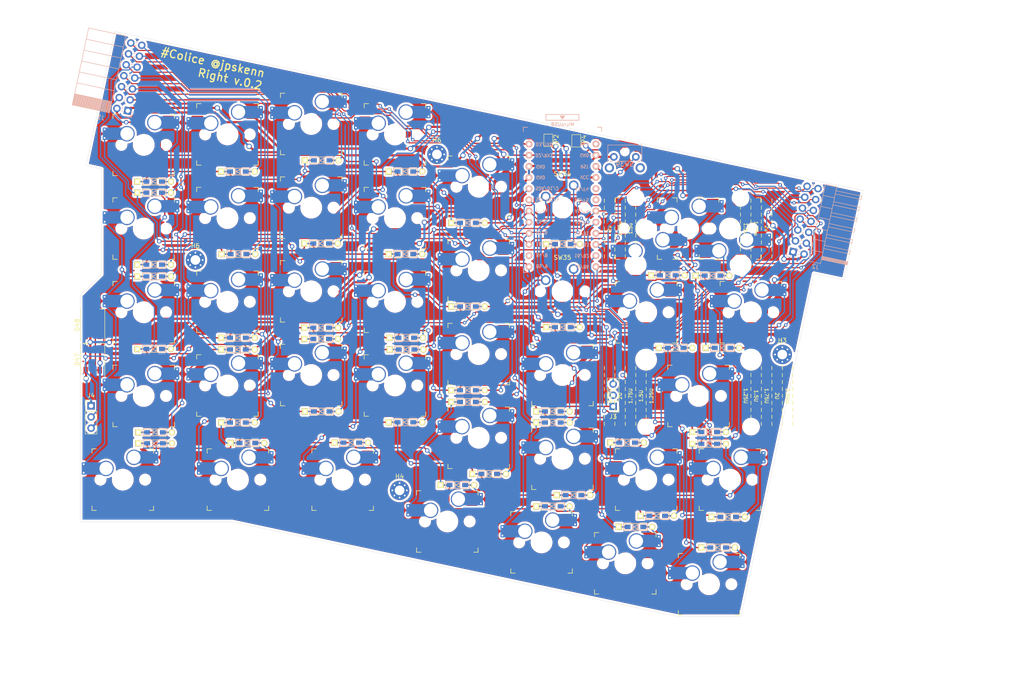
<source format=kicad_pcb>
(kicad_pcb (version 20171130) (host pcbnew "(5.1.5-0-10_14)")
  (layers (0 F.Cu signal) (31 B.Cu signal) (34 B.Paste user) (35 F.Paste user) (36 B.SilkS user) (37 F.SilkS user) (38 B.Mask user) (39 F.Mask user) (44 Edge.Cuts user))
  (net 0 "")
  (net 1 "Net-(D9-Pad2)")
  (net 2 "Net-(D12-Pad2)")
  (net 3 "Net-(D14-Pad2)")
  (net 4 "Net-(D20-Pad2)")
  (net 5 "Net-(D21-Pad2)")
  (net 6 "Net-(D24-Pad2)")
  (net 7 "Net-(D26-Pad2)")
  (net 8 "Net-(D27-Pad2)")
  (net 9 "Net-(D30-Pad2)")
  (net 10 "Net-(D32-Pad2)")
  (net 11 "Net-(D36-Pad2)")
  (net 12 "Net-(D38-Pad2)")
  (net 13 "Net-(D45-Pad2)")
  (net 14 "Net-(D47-Pad2)")
  (net 15 data)
  (net 16 "Net-(U1-Pad24)")
  (net 17 "Net-(D1-Pad1)")
  (net 18 "Net-(D2-Pad2)")
  (net 19 "Net-(D7-Pad2)")
  (net 20 "Net-(D19-Pad2)")
  (net 21 "Net-(D25-Pad2)")
  (net 22 "Net-(D31-Pad2)")
  (net 23 "Net-(D37-Pad2)")
  (net 24 "Net-(D48-Pad2)")
  (net 25 "Net-(D4-Pad2)")
  (net 26 "Net-(D10-Pad2)")
  (net 27 "Net-(D15-Pad2)")
  (net 28 "Net-(D16-Pad2)")
  (net 29 "Net-(D22-Pad2)")
  (net 30 "Net-(D23-Pad1)")
  (net 31 "Net-(D28-Pad2)")
  (net 32 "Net-(D29-Pad1)")
  (net 33 "Net-(D33-Pad2)")
  (net 34 "Net-(D34-Pad2)")
  (net 35 "Net-(D35-Pad1)")
  (net 36 "Net-(D39-Pad2)")
  (net 37 "Net-(D42-Pad2)")
  (net 38 "Net-(D43-Pad2)")
  (net 39 "Net-(D44-Pad2)")
  (net 40 dummy_pin1)
  (net 41 dummy_pin2)
  (net 42 "Net-(D3-Pad2)")
  (net 43 dummy_pin3)
  (net 44 dummy_pin4)
  (net 45 "Net-(D5-Pad2)")
  (net 46 dummy_pin5)
  (net 47 "Net-(D6-Pad1)")
  (net 48 "Net-(D14-Pad1)")
  (net 49 "Net-(D8-Pad1)")
  (net 50 "Net-(D11-Pad2)")
  (net 51 "Net-(D13-Pad1)")
  (net 52 "Net-(D17-Pad2)")
  (net 53 "Net-(D18-Pad1)")
  (net 54 dummy_pin6)
  (net 55 dummy_pin7)
  (net 56 dummy_pin8)
  (net 57 "Net-(D40-Pad2)")
  (net 58 dummy_pin9)
  (net 59 "Net-(D41-Pad1)")
  (net 60 "Net-(D46-Pad2)")
  (net 61 VCC_source)
  (net 62 dummy_led)
  (net 63 GND_source)
  (net 64 dummy_pin10)
  (net 65 dummy_sda)
  (net 66 dummy_extra)
  (net 67 dummy_reset)
  (net 68 dummy_pin11)
  (net 69 dummy_encB)
  (net 70 dummy_encA)
  (net 71 "Net-(D49-Pad2)")
  (net 72 dummy_VCC)
  (net 73 dummy_GND)
  (net 74 dummy_scl)
  (module SMK_foostan:CherryMX_Hotswap_v2 (layer F.Cu) (at 245.26875 64.29402 180)
    (fp_text reference SW40)
    (fp_text value SW_Push)
    (pad 2 smd rect (at 5.842 -5.08 180) (size 4.5 2.8) (layers B.Cu) (net 71 "Net-(D49-Pad2)"))
    (pad 1 smd rect (at -7.085 -2.54 180) (size 4.5 2.8) (layers B.Cu) (net 47 "Net-(D6-Pad1)"))
    (pad 2 thru_hole circle (at 7.62 -4.118 180) (size 0.8 0.8) (drill 0.4) (layers *.Cu) (net 71 "Net-(D49-Pad2)"))
    (pad 1 thru_hole circle (at -8.89 -1.578 180) (size 0.8 0.8) (drill 0.4) (layers *.Cu) (net 47 "Net-(D6-Pad1)"))
    (pad 2 thru_hole circle (at 7.62 -6.042 180) (size 0.8 0.8) (drill 0.4) (layers *.Cu) (net 71 "Net-(D49-Pad2)"))
    (pad 1 thru_hole circle (at -8.89 -3.502 180) (size 0.8 0.8) (drill 0.4) (layers *.Cu) (net 47 "Net-(D6-Pad1)"))
    (pad 2 smd rect (at 5.815 -5.08 180) (size 2.55 2.8) (layers B.Cu B.Paste B.Mask) (net 71 "Net-(D49-Pad2)"))
    (pad 1 smd rect (at -7.085 -2.54 180) (size 2.55 2.8) (layers B.Cu B.Paste B.Mask) (net 47 "Net-(D6-Pad1)"))
    (pad "" np_thru_hole circle (at 5.08 0 228.0996) (size 1.75 1.75) (drill 1.75) (layers *.Cu *.Mask))
    (pad "" np_thru_hole circle (at -5.08 0 228.0996) (size 1.75 1.75) (drill 1.75) (layers *.Cu *.Mask))
    (pad 1 thru_hole circle (at -3.81 -2.54 180) (size 3.5 3.5) (drill 3) (layers *.Cu) (net 47 "Net-(D6-Pad1)"))
    (pad "" np_thru_hole circle (at 0 0 180) (size 3.9878 3.9878) (drill 3.9878) (layers *.Cu *.Mask))
    (pad 2 thru_hole circle (at 2.54 -5.08 180) (size 3.5 3.5) (drill 3) (layers *.Cu) (net 71 "Net-(D49-Pad2)"))
  )
  (module SMK_foostan:ProMicro_v3 (layer B.Cu) (at 207.16875 59.5315 180)
    (fp_text reference U1 hide)
    (fp_text value ProMicro hide)
    (fp_text user "" (at -1.2515 16.256) (layer F.SilkS))
    (fp_text user "" (at -0.545 17.4) (layer B.SilkS) (effects (justify mirror)))
    (fp_text user RAW (at -4.995 14.5 180 unlocked) (layer B.SilkS) (effects (font (size 0.75 0.67) (thickness 0.125)) (justify mirror)))
    (fp_text user GND (at -4.995 11.95 180 unlocked) (layer B.SilkS) (effects (font (size 0.75 0.67) (thickness 0.125)) (justify mirror)))
    (fp_text user RST (at -4.995 9.4 180 unlocked) (layer B.SilkS) (effects (font (size 0.75 0.67) (thickness 0.125)) (justify mirror)))
    (fp_text user VCC (at -4.995 6.95 180 unlocked) (layer B.SilkS) (effects (font (size 0.75 0.67) (thickness 0.125)) (justify mirror)))
    (fp_text user A3/F4 (at -4.395 4.25 180 unlocked) (layer B.SilkS) (effects (font (size 0.75 0.67) (thickness 0.125)) (justify mirror)))
    (fp_text user A2/F5 (at -4.395 1.75 180 unlocked) (layer B.SilkS) (effects (font (size 0.75 0.67) (thickness 0.125)) (justify mirror)))
    (fp_text user A1/F6 (at -4.395 -0.75 180 unlocked) (layer B.SilkS) (effects (font (size 0.75 0.67) (thickness 0.125)) (justify mirror)))
    (fp_text user A0/F7 (at -4.395 -3.3 180 unlocked) (layer B.SilkS) (effects (font (size 0.75 0.67) (thickness 0.125)) (justify mirror)))
    (fp_text user 15/B1 (at -4.395 -5.85 180 unlocked) (layer B.SilkS) (effects (font (size 0.75 0.67) (thickness 0.125)) (justify mirror)))
    (fp_text user 14/B3 (at -4.395 -8.4 180 unlocked) (layer B.SilkS) (effects (font (size 0.75 0.67) (thickness 0.125)) (justify mirror)))
    (fp_text user 10/B6 (at -4.395 -13.45 180 unlocked) (layer B.SilkS) (effects (font (size 0.75 0.67) (thickness 0.125)) (justify mirror)))
    (fp_text user 16/B2 (at -4.395 -10.95 180 unlocked) (layer B.SilkS) (effects (font (size 0.75 0.67) (thickness 0.125)) (justify mirror)))
    (fp_text user E6/7 (at 4.705 -8.25 180 unlocked) (layer B.SilkS) (effects (font (size 0.75 0.67) (thickness 0.125)) (justify mirror)))
    (fp_text user D7/6 (at 4.705 -5.7 180 unlocked) (layer B.SilkS) (effects (font (size 0.75 0.67) (thickness 0.125)) (justify mirror)))
    (fp_text user GND (at 4.955 9.35 180 unlocked) (layer B.SilkS) (effects (font (size 0.75 0.67) (thickness 0.125)) (justify mirror)))
    (fp_text user GND (at 4.955 6.9 180 unlocked) (layer B.SilkS) (effects (font (size 0.75 0.67) (thickness 0.125)) (justify mirror)))
    (fp_text user D3/TX0 (at 4.155 14.45 180 unlocked) (layer B.SilkS) (effects (font (size 0.75 0.67) (thickness 0.125)) (justify mirror)))
    (fp_text user D4/4 (at 4.705 -0.6 180 unlocked) (layer B.SilkS) (effects (font (size 0.75 0.67) (thickness 0.125)) (justify mirror)))
    (fp_text user SDA/D1/2 (at 3.455 4.4 180 unlocked) (layer B.SilkS) (effects (font (size 0.75 0.67) (thickness 0.125)) (justify mirror)))
    (fp_text user SCL/D0/3 (at 3.455 1.9 180 unlocked) (layer B.SilkS) (effects (font (size 0.75 0.67) (thickness 0.125)) (justify mirror)))
    (fp_text user C6/5 (at 4.705 -3.15 180 unlocked) (layer B.SilkS) (effects (font (size 0.75 0.67) (thickness 0.125)) (justify mirror)))
    (fp_text user B5/9 (at 4.705 -13.3 180 unlocked) (layer B.SilkS) (effects (font (size 0.75 0.67) (thickness 0.125)) (justify mirror)))
    (fp_text user D2/RX1 (at 4.155 11.9 180 unlocked) (layer B.SilkS) (effects (font (size 0.75 0.67) (thickness 0.125)) (justify mirror)))
    (fp_text user B4/8 (at 4.705 -10.8 180 unlocked) (layer B.SilkS) (effects (font (size 0.75 0.67) (thickness 0.125)) (justify mirror)))
    (fp_text user MicroUSB (at -0.05 18.95) (layer B.SilkS) (effects (font (size 0.75 0.75) (thickness 0.12)) (justify mirror)))
    (pad 24 thru_hole circle (at -7.6086 14.478 180) (size 1.524 1.524) (drill 0.8128) (layers *.Cu B.SilkS F.Mask) (net 16 "Net-(U1-Pad24)"))
    (pad 23 thru_hole circle (at -7.6086 11.938 180) (size 1.524 1.524) (drill 0.8128) (layers *.Cu B.SilkS F.Mask) (net 73 dummy_GND))
    (pad 22 thru_hole circle (at -7.6086 9.398 180) (size 1.524 1.524) (drill 0.8128) (layers *.Cu B.SilkS F.Mask) (net 67 dummy_reset))
    (pad 21 thru_hole circle (at -7.6086 6.858 180) (size 1.524 1.524) (drill 0.8128) (layers *.Cu B.SilkS F.Mask) (net 72 dummy_VCC))
    (pad 20 thru_hole circle (at -7.6086 4.318 180) (size 1.524 1.524) (drill 0.8128) (layers *.Cu B.SilkS F.Mask) (net 70 dummy_encA))
    (pad 19 thru_hole circle (at -7.6086 1.778 180) (size 1.524 1.524) (drill 0.8128) (layers *.Cu B.SilkS F.Mask) (net 69 dummy_encB))
    (pad 18 thru_hole circle (at -7.6086 -0.762 180) (size 1.524 1.524) (drill 0.8128) (layers *.Cu B.SilkS F.Mask) (net 40 dummy_pin1))
    (pad 17 thru_hole circle (at -7.6086 -3.302 180) (size 1.524 1.524) (drill 0.8128) (layers *.Cu B.SilkS F.Mask) (net 41 dummy_pin2))
    (pad 16 thru_hole circle (at -7.6086 -5.842 180) (size 1.524 1.524) (drill 0.8128) (layers *.Cu B.SilkS F.Mask) (net 43 dummy_pin3))
    (pad 15 thru_hole circle (at -7.6086 -8.382 180) (size 1.524 1.524) (drill 0.8128) (layers *.Cu B.SilkS F.Mask) (net 44 dummy_pin4))
    (pad 14 thru_hole circle (at -7.6086 -10.922 180) (size 1.524 1.524) (drill 0.8128) (layers *.Cu B.SilkS F.Mask) (net 46 dummy_pin5))
    (pad 13 thru_hole circle (at -7.6086 -13.462 180) (size 1.524 1.524) (drill 0.8128) (layers *.Cu B.SilkS F.Mask) (net 54 dummy_pin6))
    (pad 12 thru_hole circle (at 7.6114 -13.462 180) (size 1.524 1.524) (drill 0.8128) (layers *.Cu B.SilkS F.Mask) (net 66 dummy_extra))
    (pad 11 thru_hole circle (at 7.6114 -10.922 180) (size 1.524 1.524) (drill 0.8128) (layers *.Cu B.SilkS F.Mask) (net 68 dummy_pin11))
    (pad 10 thru_hole circle (at 7.6114 -8.382 180) (size 1.524 1.524) (drill 0.8128) (layers *.Cu B.SilkS F.Mask) (net 64 dummy_pin10))
    (pad 9 thru_hole circle (at 7.6114 -5.842 180) (size 1.524 1.524) (drill 0.8128) (layers *.Cu B.SilkS F.Mask) (net 58 dummy_pin9))
    (pad 8 thru_hole circle (at 7.6114 -3.302 180) (size 1.524 1.524) (drill 0.8128) (layers *.Cu B.SilkS F.Mask) (net 56 dummy_pin8))
    (pad 7 thru_hole circle (at 7.6114 -0.762 180) (size 1.524 1.524) (drill 0.8128) (layers *.Cu B.SilkS F.Mask) (net 55 dummy_pin7))
    (pad 6 thru_hole circle (at 7.6114 1.778 180) (size 1.524 1.524) (drill 0.8128) (layers *.Cu B.SilkS F.Mask) (net 74 dummy_scl))
    (pad 5 thru_hole circle (at 7.6114 4.318 180) (size 1.524 1.524) (drill 0.8128) (layers *.Cu B.SilkS F.Mask) (net 65 dummy_sda))
    (pad 4 thru_hole circle (at 7.6114 6.858 180) (size 1.524 1.524) (drill 0.8128) (layers *.Cu B.SilkS F.Mask) (net 73 dummy_GND))
    (pad 3 thru_hole circle (at 7.6114 9.398 180) (size 1.524 1.524) (drill 0.8128) (layers *.Cu B.SilkS F.Mask) (net 73 dummy_GND))
    (pad 2 thru_hole circle (at 7.6114 11.938 180) (size 1.524 1.524) (drill 0.8128) (layers *.Cu B.SilkS F.Mask) (net 15 data))
    (pad 1 thru_hole circle (at 7.6114 14.478 180) (size 1.524 1.524) (drill 0.8128) (layers *.Cu B.SilkS F.Mask) (net 62 dummy_led))
  )
  (module SMK_foostan:CherryMX_Hotswap_v2 (layer F.Cu) (at 111.91875 45.24368)
    (fp_text reference SW6)
    (fp_text value SW_Push)
    (pad 2 thru_hole circle (at 2.54 -5.08) (size 3.5 3.5) (drill 3) (layers *.Cu) (net 19 "Net-(D7-Pad2)"))
    (pad "" np_thru_hole circle (at 0 0) (size 3.9878 3.9878) (drill 3.9878) (layers *.Cu *.Mask))
    (pad 1 thru_hole circle (at -3.81 -2.54) (size 3.5 3.5) (drill 3) (layers *.Cu) (net 47 "Net-(D6-Pad1)"))
    (pad "" np_thru_hole circle (at -5.08 0 48.0996) (size 1.75 1.75) (drill 1.75) (layers *.Cu *.Mask))
    (pad "" np_thru_hole circle (at 5.08 0 48.0996) (size 1.75 1.75) (drill 1.75) (layers *.Cu *.Mask))
    (pad 1 smd rect (at -7.085 -2.54) (size 2.55 2.8) (layers B.Cu B.Paste B.Mask) (net 47 "Net-(D6-Pad1)"))
    (pad 2 smd rect (at 5.815 -5.08) (size 2.55 2.8) (layers B.Cu B.Paste B.Mask) (net 19 "Net-(D7-Pad2)"))
    (pad 1 thru_hole circle (at -8.89 -3.502) (size 0.8 0.8) (drill 0.4) (layers *.Cu) (net 47 "Net-(D6-Pad1)"))
    (pad 2 thru_hole circle (at 7.62 -6.042) (size 0.8 0.8) (drill 0.4) (layers *.Cu) (net 19 "Net-(D7-Pad2)"))
    (pad 1 thru_hole circle (at -8.89 -1.578) (size 0.8 0.8) (drill 0.4) (layers *.Cu) (net 47 "Net-(D6-Pad1)"))
    (pad 2 thru_hole circle (at 7.62 -4.118) (size 0.8 0.8) (drill 0.4) (layers *.Cu) (net 19 "Net-(D7-Pad2)"))
    (pad 1 smd rect (at -7.085 -2.54) (size 4.5 2.8) (layers B.Cu) (net 47 "Net-(D6-Pad1)"))
    (pad 2 smd rect (at 5.842 -5.08) (size 4.5 2.8) (layers B.Cu) (net 19 "Net-(D7-Pad2)"))
  )
  (module SMK_foostan:CherryMX_Hotswap_v2 (layer F.Cu) (at 240.50625 145.25686)
    (fp_text reference SW13)
    (fp_text value SW_Push)
    (pad 2 thru_hole circle (at 2.54 -5.08) (size 3.5 3.5) (drill 3) (layers *.Cu) (net 28 "Net-(D16-Pad2)"))
    (pad "" np_thru_hole circle (at 0 0) (size 3.9878 3.9878) (drill 3.9878) (layers *.Cu *.Mask))
    (pad 1 thru_hole circle (at -3.81 -2.54) (size 3.5 3.5) (drill 3) (layers *.Cu) (net 51 "Net-(D13-Pad1)"))
    (pad "" np_thru_hole circle (at -5.08 0 48.0996) (size 1.75 1.75) (drill 1.75) (layers *.Cu *.Mask))
    (pad "" np_thru_hole circle (at 5.08 0 48.0996) (size 1.75 1.75) (drill 1.75) (layers *.Cu *.Mask))
    (pad 1 smd rect (at -7.085 -2.54) (size 2.55 2.8) (layers B.Cu B.Paste B.Mask) (net 51 "Net-(D13-Pad1)"))
    (pad 2 smd rect (at 5.815 -5.08) (size 2.55 2.8) (layers B.Cu B.Paste B.Mask) (net 28 "Net-(D16-Pad2)"))
    (pad 1 thru_hole circle (at -8.89 -3.502) (size 0.8 0.8) (drill 0.4) (layers *.Cu) (net 51 "Net-(D13-Pad1)"))
    (pad 2 thru_hole circle (at 7.62 -6.042) (size 0.8 0.8) (drill 0.4) (layers *.Cu) (net 28 "Net-(D16-Pad2)"))
    (pad 1 thru_hole circle (at -8.89 -1.578) (size 0.8 0.8) (drill 0.4) (layers *.Cu) (net 51 "Net-(D13-Pad1)"))
    (pad 2 thru_hole circle (at 7.62 -4.118) (size 0.8 0.8) (drill 0.4) (layers *.Cu) (net 28 "Net-(D16-Pad2)"))
    (pad 1 smd rect (at -7.085 -2.54) (size 4.5 2.8) (layers B.Cu) (net 51 "Net-(D13-Pad1)"))
    (pad 2 smd rect (at 5.842 -5.08) (size 4.5 2.8) (layers B.Cu) (net 28 "Net-(D16-Pad2)"))
  )
  (module SMK_SU120:CherryMX_MidHeight_Choc_Hotswap_2U_Outline (layer F.Cu) (at 235.74375 64.29402)
    (fp_text reference H1 hide)
    (fp_text value MountingHole hide)
    (fp_text user 1.25u (at 10.715625 0 -90 unlocked) (layer F.SilkS) (effects (font (size 0.8 0.8))))
    (fp_text user 1.75u (at 15.478125 0 -90 unlocked) (layer F.SilkS) (effects (font (size 0.8 0.8))))
    (fp_text user 1.5u (at 13.096875 0 -90 unlocked) (layer F.SilkS) (effects (font (size 0.8 0.8))))
    (fp_text user 2u (at 17.859375 0 -90 unlocked) (layer F.SilkS) (effects (font (size 0.8 0.8))))
    (fp_text user 1.25u (at -10.715625 0 90 unlocked) (layer F.SilkS) (effects (font (size 0.8 0.8))))
    (fp_text user 1.5u (at -13.096875 0 90 unlocked) (layer F.SilkS) (effects (font (size 0.8 0.8))))
    (fp_text user 1.75u (at -15.478125 0 90 unlocked) (layer F.SilkS) (effects (font (size 0.8 0.8))))
    (fp_text user 2u (at -17.859375 0 90 unlocked) (layer F.SilkS) (effects (font (size 0.8 0.8))))
    (pad "" np_thru_hole circle (at -11.938 -6.985) (size 3.048 3.048) (drill 3.048) (layers *.Cu *.Mask))
    (pad "" np_thru_hole circle (at 11.938 -6.985) (size 3.048 3.048) (drill 3.048) (layers *.Cu *.Mask))
    (pad "" np_thru_hole circle (at -11.938 8.255) (size 3.9878 3.9878) (drill 3.9878) (layers *.Cu *.Mask))
    (pad "" np_thru_hole circle (at 11.938 8.255) (size 3.9878 3.9878) (drill 3.9878) (layers *.Cu *.Mask))
  )
  (module SMK_foostan:CherryMX_Hotswap_v2 (layer F.Cu) (at 235.74375 64.29402)
    (fp_text reference SW15)
    (fp_text value SW_Push)
    (pad 2 smd rect (at 5.842 -5.08) (size 4.5 2.8) (layers B.Cu) (net 20 "Net-(D19-Pad2)"))
    (pad 1 smd rect (at -7.085 -2.54) (size 4.5 2.8) (layers B.Cu) (net 53 "Net-(D18-Pad1)"))
    (pad 2 thru_hole circle (at 7.62 -4.118) (size 0.8 0.8) (drill 0.4) (layers *.Cu) (net 20 "Net-(D19-Pad2)"))
    (pad 1 thru_hole circle (at -8.89 -1.578) (size 0.8 0.8) (drill 0.4) (layers *.Cu) (net 53 "Net-(D18-Pad1)"))
    (pad 2 thru_hole circle (at 7.62 -6.042) (size 0.8 0.8) (drill 0.4) (layers *.Cu) (net 20 "Net-(D19-Pad2)"))
    (pad 1 thru_hole circle (at -8.89 -3.502) (size 0.8 0.8) (drill 0.4) (layers *.Cu) (net 53 "Net-(D18-Pad1)"))
    (pad 2 smd rect (at 5.815 -5.08) (size 2.55 2.8) (layers B.Cu B.Paste B.Mask) (net 20 "Net-(D19-Pad2)"))
    (pad 1 smd rect (at -7.085 -2.54) (size 2.55 2.8) (layers B.Cu B.Paste B.Mask) (net 53 "Net-(D18-Pad1)"))
    (pad "" np_thru_hole circle (at 5.08 0 48.0996) (size 1.75 1.75) (drill 1.75) (layers *.Cu *.Mask))
    (pad "" np_thru_hole circle (at -5.08 0 48.0996) (size 1.75 1.75) (drill 1.75) (layers *.Cu *.Mask))
    (pad 1 thru_hole circle (at -3.81 -2.54) (size 3.5 3.5) (drill 3) (layers *.Cu) (net 53 "Net-(D18-Pad1)"))
    (pad "" np_thru_hole circle (at 0 0) (size 3.9878 3.9878) (drill 3.9878) (layers *.Cu *.Mask))
    (pad 2 thru_hole circle (at 2.54 -5.08) (size 3.5 3.5) (drill 3) (layers *.Cu) (net 20 "Net-(D19-Pad2)"))
  )
  (module SMK_SU120:D3_TH_SMD (layer F.Cu) (at 223.774 132.207)
    (fp_text reference D17 hide)
    (fp_text value D hide)
    (pad 2 smd rect (at 1.775 0) (size 1.3 0.95) (layers F.Cu F.Paste F.Mask) (net 52 "Net-(D17-Pad2)"))
    (pad 2 thru_hole circle (at 3.81 0) (size 1.397 1.397) (drill 0.8128) (layers *.Cu *.Mask F.SilkS) (net 52 "Net-(D17-Pad2)"))
    (pad 1 thru_hole rect (at -3.81 0) (size 1.397 1.397) (drill 0.8128) (layers *.Cu *.Mask F.SilkS) (net 46 dummy_pin5))
    (pad 1 smd rect (at -1.775 0) (size 1.3 0.95) (layers B.Cu B.Paste B.Mask) (net 46 dummy_pin5))
    (pad 2 smd rect (at 1.775 0) (size 1.3 0.95) (layers B.Cu B.Paste B.Mask) (net 52 "Net-(D17-Pad2)"))
    (pad 1 smd rect (at -1.775 0) (size 1.3 0.95) (layers F.Cu F.Paste F.Mask) (net 46 dummy_pin5))
  )
  (module SMK_foostan:CherryMX_Hotswap_v2 (layer F.Cu) (at 221.45625 140.49434)
    (fp_text reference SW14)
    (fp_text value SW_Push)
    (pad 2 thru_hole circle (at 2.54 -5.08) (size 3.5 3.5) (drill 3) (layers *.Cu) (net 52 "Net-(D17-Pad2)"))
    (pad "" np_thru_hole circle (at 0 0) (size 3.9878 3.9878) (drill 3.9878) (layers *.Cu *.Mask))
    (pad 1 thru_hole circle (at -3.81 -2.54) (size 3.5 3.5) (drill 3) (layers *.Cu) (net 51 "Net-(D13-Pad1)"))
    (pad "" np_thru_hole circle (at -5.08 0 48.0996) (size 1.75 1.75) (drill 1.75) (layers *.Cu *.Mask))
    (pad "" np_thru_hole circle (at 5.08 0 48.0996) (size 1.75 1.75) (drill 1.75) (layers *.Cu *.Mask))
    (pad 1 smd rect (at -7.084999 -2.54) (size 2.55 2.8) (layers B.Cu B.Paste B.Mask) (net 51 "Net-(D13-Pad1)"))
    (pad 2 smd rect (at 5.815 -5.08) (size 2.55 2.8) (layers B.Cu B.Paste B.Mask) (net 52 "Net-(D17-Pad2)"))
    (pad 1 thru_hole circle (at -8.89 -3.502) (size 0.8 0.8) (drill 0.4) (layers *.Cu) (net 51 "Net-(D13-Pad1)"))
    (pad 2 thru_hole circle (at 7.62 -6.042) (size 0.8 0.8) (drill 0.4) (layers *.Cu) (net 52 "Net-(D17-Pad2)"))
    (pad 1 thru_hole circle (at -8.89 -1.578) (size 0.8 0.8) (drill 0.4) (layers *.Cu) (net 51 "Net-(D13-Pad1)"))
    (pad 2 thru_hole circle (at 7.62 -4.118) (size 0.8 0.8) (drill 0.4) (layers *.Cu) (net 52 "Net-(D17-Pad2)"))
    (pad 1 smd rect (at -7.085 -2.54) (size 4.5 2.8) (layers B.Cu) (net 51 "Net-(D13-Pad1)"))
    (pad 2 smd rect (at 5.842 -5.08) (size 4.5 2.8) (layers B.Cu) (net 52 "Net-(D17-Pad2)"))
  )
  (module SMK_foostan:CherryMX_Hotswap_v2 (layer F.Cu) (at 250.03125 83.3441)
    (fp_text reference SW11)
    (fp_text value SW_Push)
    (pad 2 smd rect (at 5.842 -5.08) (size 4.5 2.8) (layers B.Cu) (net 3 "Net-(D14-Pad2)"))
    (pad 1 smd rect (at -7.085 -2.54) (size 4.5 2.8) (layers B.Cu) (net 51 "Net-(D13-Pad1)"))
    (pad 2 thru_hole circle (at 7.62 -4.118) (size 0.8 0.8) (drill 0.4) (layers *.Cu) (net 3 "Net-(D14-Pad2)"))
    (pad 1 thru_hole circle (at -8.89 -1.578) (size 0.8 0.8) (drill 0.4) (layers *.Cu) (net 51 "Net-(D13-Pad1)"))
    (pad 2 thru_hole circle (at 7.62 -6.042) (size 0.8 0.8) (drill 0.4) (layers *.Cu) (net 3 "Net-(D14-Pad2)"))
    (pad 1 thru_hole circle (at -8.89 -3.502) (size 0.8 0.8) (drill 0.4) (layers *.Cu) (net 51 "Net-(D13-Pad1)"))
    (pad 2 smd rect (at 5.815 -5.08) (size 2.55 2.8) (layers B.Cu B.Paste B.Mask) (net 3 "Net-(D14-Pad2)"))
    (pad 1 smd rect (at -7.085 -2.54) (size 2.55 2.8) (layers B.Cu B.Paste B.Mask) (net 51 "Net-(D13-Pad1)"))
    (pad "" np_thru_hole circle (at 5.08 0 48.0996) (size 1.75 1.75) (drill 1.75) (layers *.Cu *.Mask))
    (pad "" np_thru_hole circle (at -5.08 0 48.0996) (size 1.75 1.75) (drill 1.75) (layers *.Cu *.Mask))
    (pad 1 thru_hole circle (at -3.81 -2.54) (size 3.5 3.5) (drill 3) (layers *.Cu) (net 51 "Net-(D13-Pad1)"))
    (pad "" np_thru_hole circle (at 0 0) (size 3.9878 3.9878) (drill 3.9878) (layers *.Cu *.Mask))
    (pad 2 thru_hole circle (at 2.54 -5.08) (size 3.5 3.5) (drill 3) (layers *.Cu) (net 3 "Net-(D14-Pad2)"))
  )
  (module SMK_foostan:CherryMX_Hotswap_v2 (layer F.Cu) (at 226.21875 83.3441)
    (fp_text reference SW16)
    (fp_text value SW_Push)
    (pad 2 thru_hole circle (at 2.54 -5.08) (size 3.5 3.5) (drill 3) (layers *.Cu) (net 4 "Net-(D20-Pad2)"))
    (pad "" np_thru_hole circle (at 0 0) (size 3.9878 3.9878) (drill 3.9878) (layers *.Cu *.Mask))
    (pad 1 thru_hole circle (at -3.81 -2.54) (size 3.5 3.5) (drill 3) (layers *.Cu) (net 53 "Net-(D18-Pad1)"))
    (pad "" np_thru_hole circle (at -5.08 0 48.0996) (size 1.75 1.75) (drill 1.75) (layers *.Cu *.Mask))
    (pad "" np_thru_hole circle (at 5.08 0 48.0996) (size 1.75 1.75) (drill 1.75) (layers *.Cu *.Mask))
    (pad 1 smd rect (at -7.085 -2.54) (size 2.55 2.8) (layers B.Cu B.Paste B.Mask) (net 53 "Net-(D18-Pad1)"))
    (pad 2 smd rect (at 5.815 -5.08) (size 2.55 2.8) (layers B.Cu B.Paste B.Mask) (net 4 "Net-(D20-Pad2)"))
    (pad 1 thru_hole circle (at -8.89 -3.502) (size 0.8 0.8) (drill 0.4) (layers *.Cu) (net 53 "Net-(D18-Pad1)"))
    (pad 2 thru_hole circle (at 7.62 -6.042) (size 0.8 0.8) (drill 0.4) (layers *.Cu) (net 4 "Net-(D20-Pad2)"))
    (pad 1 thru_hole circle (at -8.89 -1.578) (size 0.8 0.8) (drill 0.4) (layers *.Cu) (net 53 "Net-(D18-Pad1)"))
    (pad 2 thru_hole circle (at 7.62 -4.118) (size 0.8 0.8) (drill 0.4) (layers *.Cu) (net 4 "Net-(D20-Pad2)"))
    (pad 1 smd rect (at -7.085 -2.54) (size 4.5 2.8) (layers B.Cu) (net 53 "Net-(D18-Pad1)"))
    (pad 2 smd rect (at 5.842 -5.08) (size 4.5 2.8) (layers B.Cu) (net 4 "Net-(D20-Pad2)"))
  )
  (module SMK_SU120:D3_TH_SMD (layer F.Cu) (at 232.918 91.44)
    (fp_text reference D20 hide)
    (fp_text value D hide)
    (pad 1 smd rect (at -1.775 0) (size 1.3 0.95) (layers F.Cu F.Paste F.Mask) (net 41 dummy_pin2))
    (pad 2 smd rect (at 1.775 0) (size 1.3 0.95) (layers B.Cu B.Paste B.Mask) (net 4 "Net-(D20-Pad2)"))
    (pad 1 smd rect (at -1.775 0) (size 1.3 0.95) (layers B.Cu B.Paste B.Mask) (net 41 dummy_pin2))
    (pad 1 thru_hole rect (at -3.81 0) (size 1.397 1.397) (drill 0.8128) (layers *.Cu *.Mask F.SilkS) (net 41 dummy_pin2))
    (pad 2 thru_hole circle (at 3.81 0) (size 1.397 1.397) (drill 0.8128) (layers *.Cu *.Mask F.SilkS) (net 4 "Net-(D20-Pad2)"))
    (pad 2 smd rect (at 1.775 0) (size 1.3 0.95) (layers F.Cu F.Paste F.Mask) (net 4 "Net-(D20-Pad2)"))
  )
  (module SMK_SU120:D3_TH_SMD (layer F.Cu) (at 207.264 86.741)
    (fp_text reference D43 hide)
    (fp_text value D hide)
    (pad 2 smd rect (at 1.775 0) (size 1.3 0.95) (layers F.Cu F.Paste F.Mask) (net 38 "Net-(D43-Pad2)"))
    (pad 2 thru_hole circle (at 3.81 0) (size 1.397 1.397) (drill 0.8128) (layers *.Cu *.Mask F.SilkS) (net 38 "Net-(D43-Pad2)"))
    (pad 1 thru_hole rect (at -3.81 0) (size 1.397 1.397) (drill 0.8128) (layers *.Cu *.Mask F.SilkS) (net 41 dummy_pin2))
    (pad 1 smd rect (at -1.775 0) (size 1.3 0.95) (layers B.Cu B.Paste B.Mask) (net 41 dummy_pin2))
    (pad 2 smd rect (at 1.775 0) (size 1.3 0.95) (layers B.Cu B.Paste B.Mask) (net 38 "Net-(D43-Pad2)"))
    (pad 1 smd rect (at -1.775 0) (size 1.3 0.95) (layers F.Cu F.Paste F.Mask) (net 41 dummy_pin2))
  )
  (module SMK_foostan:CherryMX_Hotswap_v2 (layer F.Cu) (at 202.40625 135.73182)
    (fp_text reference SW38)
    (fp_text value SW_Push)
    (pad 2 thru_hole circle (at 2.54 -5.08) (size 3.5 3.5) (drill 3) (layers *.Cu) (net 60 "Net-(D46-Pad2)"))
    (pad "" np_thru_hole circle (at 0 0) (size 3.9878 3.9878) (drill 3.9878) (layers *.Cu *.Mask))
    (pad 1 thru_hole circle (at -3.81 -2.54) (size 3.5 3.5) (drill 3) (layers *.Cu) (net 59 "Net-(D41-Pad1)"))
    (pad "" np_thru_hole circle (at -5.08 0 48.0996) (size 1.75 1.75) (drill 1.75) (layers *.Cu *.Mask))
    (pad "" np_thru_hole circle (at 5.08 0 48.0996) (size 1.75 1.75) (drill 1.75) (layers *.Cu *.Mask))
    (pad 1 smd rect (at -7.084999 -2.54) (size 2.55 2.8) (layers B.Cu B.Paste B.Mask) (net 59 "Net-(D41-Pad1)"))
    (pad 2 smd rect (at 5.815 -5.08) (size 2.55 2.8) (layers B.Cu B.Paste B.Mask) (net 60 "Net-(D46-Pad2)"))
    (pad 1 thru_hole circle (at -8.89 -3.502) (size 0.8 0.8) (drill 0.4) (layers *.Cu) (net 59 "Net-(D41-Pad1)"))
    (pad 2 thru_hole circle (at 7.62 -6.042) (size 0.8 0.8) (drill 0.4) (layers *.Cu) (net 60 "Net-(D46-Pad2)"))
    (pad 1 thru_hole circle (at -8.89 -1.578) (size 0.8 0.8) (drill 0.4) (layers *.Cu) (net 59 "Net-(D41-Pad1)"))
    (pad 2 thru_hole circle (at 7.62 -4.118) (size 0.8 0.8) (drill 0.4) (layers *.Cu) (net 60 "Net-(D46-Pad2)"))
    (pad 1 smd rect (at -7.085 -2.54) (size 4.5 2.8) (layers B.Cu) (net 59 "Net-(D41-Pad1)"))
    (pad 2 smd rect (at 5.842 -5.08) (size 4.5 2.8) (layers B.Cu) (net 60 "Net-(D46-Pad2)"))
  )
  (module SMK_SU120:D3_TH_SMD (layer F.Cu) (at 185.674 62.992)
    (fp_text reference D36 hide)
    (fp_text value D hide)
    (pad 2 smd rect (at 1.775 0) (size 1.3 0.95) (layers F.Cu F.Paste F.Mask) (net 11 "Net-(D36-Pad2)"))
    (pad 2 thru_hole circle (at 3.81 0) (size 1.397 1.397) (drill 0.8128) (layers *.Cu *.Mask F.SilkS) (net 11 "Net-(D36-Pad2)"))
    (pad 1 thru_hole rect (at -3.81 0) (size 1.397 1.397) (drill 0.8128) (layers *.Cu *.Mask F.SilkS) (net 48 "Net-(D14-Pad1)"))
    (pad 1 smd rect (at -1.775 0) (size 1.3 0.95) (layers B.Cu B.Paste B.Mask) (net 48 "Net-(D14-Pad1)"))
    (pad 2 smd rect (at 1.775 0) (size 1.3 0.95) (layers B.Cu B.Paste B.Mask) (net 11 "Net-(D36-Pad2)"))
    (pad 1 smd rect (at -1.775 0) (size 1.3 0.95) (layers F.Cu F.Paste F.Mask) (net 48 "Net-(D14-Pad1)"))
  )
  (module SMK_SU120:D3_TH_SMD (layer F.Cu) (at 231.14 74.93)
    (fp_text reference D19 hide)
    (fp_text value D hide)
    (pad 2 smd rect (at 1.775 0) (size 1.3 0.95) (layers F.Cu F.Paste F.Mask) (net 20 "Net-(D19-Pad2)"))
    (pad 2 thru_hole circle (at 3.81 0) (size 1.397 1.397) (drill 0.8128) (layers *.Cu *.Mask F.SilkS) (net 20 "Net-(D19-Pad2)"))
    (pad 1 thru_hole rect (at -3.81 0) (size 1.397 1.397) (drill 0.8128) (layers *.Cu *.Mask F.SilkS) (net 48 "Net-(D14-Pad1)"))
    (pad 1 smd rect (at -1.775 0) (size 1.3 0.95) (layers B.Cu B.Paste B.Mask) (net 48 "Net-(D14-Pad1)"))
    (pad 2 smd rect (at 1.775 0) (size 1.3 0.95) (layers B.Cu B.Paste B.Mask) (net 20 "Net-(D19-Pad2)"))
    (pad 1 smd rect (at -1.775 0) (size 1.3 0.95) (layers F.Cu F.Paste F.Mask) (net 48 "Net-(D14-Pad1)"))
  )
  (module SMK_SU120:D3_TH_SMD (layer F.Cu) (at 207.264 67.818)
    (fp_text reference D42 hide)
    (fp_text value D hide)
    (pad 2 smd rect (at 1.775 0) (size 1.3 0.95) (layers F.Cu F.Paste F.Mask) (net 37 "Net-(D42-Pad2)"))
    (pad 2 thru_hole circle (at 3.81 0) (size 1.397 1.397) (drill 0.8128) (layers *.Cu *.Mask F.SilkS) (net 37 "Net-(D42-Pad2)"))
    (pad 1 thru_hole rect (at -3.81 0) (size 1.397 1.397) (drill 0.8128) (layers *.Cu *.Mask F.SilkS) (net 48 "Net-(D14-Pad1)"))
    (pad 1 smd rect (at -1.775 0) (size 1.3 0.95) (layers B.Cu B.Paste B.Mask) (net 48 "Net-(D14-Pad1)"))
    (pad 2 smd rect (at 1.775 0) (size 1.3 0.95) (layers B.Cu B.Paste B.Mask) (net 37 "Net-(D42-Pad2)"))
    (pad 1 smd rect (at -1.775 0) (size 1.3 0.95) (layers F.Cu F.Paste F.Mask) (net 48 "Net-(D14-Pad1)"))
  )
  (module SMK_SU120:D3_TH_SMD (layer F.Cu) (at 204.978 105.918)
    (fp_text reference D44 hide)
    (fp_text value D hide)
    (pad 2 smd rect (at 1.775 0) (size 1.3 0.95) (layers F.Cu F.Paste F.Mask) (net 39 "Net-(D44-Pad2)"))
    (pad 2 thru_hole circle (at 3.81 0) (size 1.397 1.397) (drill 0.8128) (layers *.Cu *.Mask F.SilkS) (net 39 "Net-(D44-Pad2)"))
    (pad 1 thru_hole rect (at -3.81 0) (size 1.397 1.397) (drill 0.8128) (layers *.Cu *.Mask F.SilkS) (net 43 dummy_pin3))
    (pad 1 smd rect (at -1.775 0) (size 1.3 0.95) (layers B.Cu B.Paste B.Mask) (net 43 dummy_pin3))
    (pad 2 smd rect (at 1.775 0) (size 1.3 0.95) (layers B.Cu B.Paste B.Mask) (net 39 "Net-(D44-Pad2)"))
    (pad 1 smd rect (at -1.775 0) (size 1.3 0.95) (layers F.Cu F.Paste F.Mask) (net 43 dummy_pin3))
  )
  (module SMK_SU120:D3_TH_SMD (layer F.Cu) (at 209.677 124.968)
    (fp_text reference D45 hide)
    (fp_text value D hide)
    (pad 2 smd rect (at 1.775 0) (size 1.3 0.95) (layers F.Cu F.Paste F.Mask) (net 13 "Net-(D45-Pad2)"))
    (pad 2 thru_hole circle (at 3.81 0) (size 1.397 1.397) (drill 0.8128) (layers *.Cu *.Mask F.SilkS) (net 13 "Net-(D45-Pad2)"))
    (pad 1 thru_hole rect (at -3.81 0) (size 1.397 1.397) (drill 0.8128) (layers *.Cu *.Mask F.SilkS) (net 44 dummy_pin4))
    (pad 1 smd rect (at -1.775 0) (size 1.3 0.95) (layers B.Cu B.Paste B.Mask) (net 44 dummy_pin4))
    (pad 2 smd rect (at 1.775 0) (size 1.3 0.95) (layers B.Cu B.Paste B.Mask) (net 13 "Net-(D45-Pad2)"))
    (pad 1 smd rect (at -1.775 0) (size 1.3 0.95) (layers F.Cu F.Paste F.Mask) (net 44 dummy_pin4))
  )
  (module SMK_SU120:D3_TH_SMD (layer F.Cu) (at 204.978 127.508)
    (fp_text reference D46 hide)
    (fp_text value D hide)
    (pad 2 smd rect (at 1.775 0) (size 1.3 0.95) (layers F.Cu F.Paste F.Mask) (net 60 "Net-(D46-Pad2)"))
    (pad 2 thru_hole circle (at 3.81 0) (size 1.397 1.397) (drill 0.8128) (layers *.Cu *.Mask F.SilkS) (net 60 "Net-(D46-Pad2)"))
    (pad 1 thru_hole rect (at -3.81 0) (size 1.397 1.397) (drill 0.8128) (layers *.Cu *.Mask F.SilkS) (net 46 dummy_pin5))
    (pad 1 smd rect (at -1.775 0) (size 1.3 0.95) (layers B.Cu B.Paste B.Mask) (net 46 dummy_pin5))
    (pad 2 smd rect (at 1.775 0) (size 1.3 0.95) (layers B.Cu B.Paste B.Mask) (net 60 "Net-(D46-Pad2)"))
    (pad 1 smd rect (at -1.775 0) (size 1.3 0.95) (layers F.Cu F.Paste F.Mask) (net 46 dummy_pin5))
  )
  (module SMK_SU120:D3_TH_SMD (layer F.Cu) (at 185.674 82.042)
    (fp_text reference D37 hide)
    (fp_text value D hide)
    (pad 2 smd rect (at 1.775 0) (size 1.3 0.95) (layers F.Cu F.Paste F.Mask) (net 23 "Net-(D37-Pad2)"))
    (pad 2 thru_hole circle (at 3.81 0) (size 1.397 1.397) (drill 0.8128) (layers *.Cu *.Mask F.SilkS) (net 23 "Net-(D37-Pad2)"))
    (pad 1 thru_hole rect (at -3.81 0) (size 1.397 1.397) (drill 0.8128) (layers *.Cu *.Mask F.SilkS) (net 41 dummy_pin2))
    (pad 1 smd rect (at -1.775 0) (size 1.3 0.95) (layers B.Cu B.Paste B.Mask) (net 41 dummy_pin2))
    (pad 2 smd rect (at 1.775 0) (size 1.3 0.95) (layers B.Cu B.Paste B.Mask) (net 23 "Net-(D37-Pad2)"))
    (pad 1 smd rect (at -1.775 0) (size 1.3 0.95) (layers F.Cu F.Paste F.Mask) (net 41 dummy_pin2))
  )
  (module SMK_SU120:D3_TH_SMD (layer F.Cu) (at 185.674 101.092)
    (fp_text reference D38 hide)
    (fp_text value D hide)
    (pad 2 smd rect (at 1.775 0) (size 1.3 0.95) (layers F.Cu F.Paste F.Mask) (net 12 "Net-(D38-Pad2)"))
    (pad 2 thru_hole circle (at 3.81 0) (size 1.397 1.397) (drill 0.8128) (layers *.Cu *.Mask F.SilkS) (net 12 "Net-(D38-Pad2)"))
    (pad 1 thru_hole rect (at -3.81 0) (size 1.397 1.397) (drill 0.8128) (layers *.Cu *.Mask F.SilkS) (net 43 dummy_pin3))
    (pad 1 smd rect (at -1.775 0) (size 1.3 0.95) (layers B.Cu B.Paste B.Mask) (net 43 dummy_pin3))
    (pad 2 smd rect (at 1.775 0) (size 1.3 0.95) (layers B.Cu B.Paste B.Mask) (net 12 "Net-(D38-Pad2)"))
    (pad 1 smd rect (at -1.775 0) (size 1.3 0.95) (layers F.Cu F.Paste F.Mask) (net 43 dummy_pin3))
  )
  (module SMK_SU120:D3_TH_SMD (layer F.Cu) (at 190.5 120.142)
    (fp_text reference D39 hide)
    (fp_text value D hide)
    (pad 2 smd rect (at 1.775 0) (size 1.3 0.95) (layers F.Cu F.Paste F.Mask) (net 36 "Net-(D39-Pad2)"))
    (pad 2 thru_hole circle (at 3.81 0) (size 1.397 1.397) (drill 0.8128) (layers *.Cu *.Mask F.SilkS) (net 36 "Net-(D39-Pad2)"))
    (pad 1 thru_hole rect (at -3.81 0) (size 1.397 1.397) (drill 0.8128) (layers *.Cu *.Mask F.SilkS) (net 44 dummy_pin4))
    (pad 1 smd rect (at -1.775 0) (size 1.3 0.95) (layers B.Cu B.Paste B.Mask) (net 44 dummy_pin4))
    (pad 2 smd rect (at 1.775 0) (size 1.3 0.95) (layers B.Cu B.Paste B.Mask) (net 36 "Net-(D39-Pad2)"))
    (pad 1 smd rect (at -1.775 0) (size 1.3 0.95) (layers F.Cu F.Paste F.Mask) (net 44 dummy_pin4))
  )
  (module SMK_SU120:D3_TH_SMD (layer F.Cu) (at 171.45 51.308)
    (fp_text reference D30 hide)
    (fp_text value D hide)
    (pad 2 smd rect (at 1.775 0) (size 1.3 0.95) (layers F.Cu F.Paste F.Mask) (net 9 "Net-(D30-Pad2)"))
    (pad 2 thru_hole circle (at 3.81 0) (size 1.397 1.397) (drill 0.8128) (layers *.Cu *.Mask F.SilkS) (net 9 "Net-(D30-Pad2)"))
    (pad 1 thru_hole rect (at -3.81 0) (size 1.397 1.397) (drill 0.8128) (layers *.Cu *.Mask F.SilkS) (net 48 "Net-(D14-Pad1)"))
    (pad 1 smd rect (at -1.775 0) (size 1.3 0.95) (layers B.Cu B.Paste B.Mask) (net 48 "Net-(D14-Pad1)"))
    (pad 2 smd rect (at 1.775 0) (size 1.3 0.95) (layers B.Cu B.Paste B.Mask) (net 9 "Net-(D30-Pad2)"))
    (pad 1 smd rect (at -1.775 0) (size 1.3 0.95) (layers F.Cu F.Paste F.Mask) (net 48 "Net-(D14-Pad1)"))
  )
  (module SMK_SU120:D3_TH_SMD (layer F.Cu) (at 171.45 70.104)
    (fp_text reference D31 hide)
    (fp_text value D hide)
    (pad 2 smd rect (at 1.775 0) (size 1.3 0.95) (layers F.Cu F.Paste F.Mask) (net 22 "Net-(D31-Pad2)"))
    (pad 2 thru_hole circle (at 3.81 0) (size 1.397 1.397) (drill 0.8128) (layers *.Cu *.Mask F.SilkS) (net 22 "Net-(D31-Pad2)"))
    (pad 1 thru_hole rect (at -3.81 0) (size 1.397 1.397) (drill 0.8128) (layers *.Cu *.Mask F.SilkS) (net 41 dummy_pin2))
    (pad 1 smd rect (at -1.775 0) (size 1.3 0.95) (layers B.Cu B.Paste B.Mask) (net 41 dummy_pin2))
    (pad 2 smd rect (at 1.775 0) (size 1.3 0.95) (layers B.Cu B.Paste B.Mask) (net 22 "Net-(D31-Pad2)"))
    (pad 1 smd rect (at -1.775 0) (size 1.3 0.95) (layers F.Cu F.Paste F.Mask) (net 41 dummy_pin2))
  )
  (module SMK_SU120:D3_TH_SMD (layer F.Cu) (at 171.6405 89.154)
    (fp_text reference D32 hide)
    (fp_text value D hide)
    (pad 2 smd rect (at 1.775 0) (size 1.3 0.95) (layers F.Cu F.Paste F.Mask) (net 10 "Net-(D32-Pad2)"))
    (pad 2 thru_hole circle (at 3.81 0) (size 1.397 1.397) (drill 0.8128) (layers *.Cu *.Mask F.SilkS) (net 10 "Net-(D32-Pad2)"))
    (pad 1 thru_hole rect (at -3.81 0) (size 1.397 1.397) (drill 0.8128) (layers *.Cu *.Mask F.SilkS) (net 43 dummy_pin3))
    (pad 1 smd rect (at -1.775 0) (size 1.3 0.95) (layers B.Cu B.Paste B.Mask) (net 43 dummy_pin3))
    (pad 2 smd rect (at 1.775 0) (size 1.3 0.95) (layers B.Cu B.Paste B.Mask) (net 10 "Net-(D32-Pad2)"))
    (pad 1 smd rect (at -1.775 0) (size 1.3 0.95) (layers F.Cu F.Paste F.Mask) (net 43 dummy_pin3))
  )
  (module SMK_SU120:D3_TH_SMD (layer F.Cu) (at 171.45 108.37863)
    (fp_text reference D33 hide)
    (fp_text value D hide)
    (pad 2 smd rect (at 1.775 0) (size 1.3 0.95) (layers F.Cu F.Paste F.Mask) (net 33 "Net-(D33-Pad2)"))
    (pad 2 thru_hole circle (at 3.81 0) (size 1.397 1.397) (drill 0.8128) (layers *.Cu *.Mask F.SilkS) (net 33 "Net-(D33-Pad2)"))
    (pad 1 thru_hole rect (at -3.81 0) (size 1.397 1.397) (drill 0.8128) (layers *.Cu *.Mask F.SilkS) (net 44 dummy_pin4))
    (pad 1 smd rect (at -1.775 0) (size 1.3 0.95) (layers B.Cu B.Paste B.Mask) (net 44 dummy_pin4))
    (pad 2 smd rect (at 1.775 0) (size 1.3 0.95) (layers B.Cu B.Paste B.Mask) (net 33 "Net-(D33-Pad2)"))
    (pad 1 smd rect (at -1.775 0) (size 1.3 0.95) (layers F.Cu F.Paste F.Mask) (net 44 dummy_pin4))
  )
  (module SMK_SU120:D3_TH_SMD (layer F.Cu) (at 159.131 113.03)
    (fp_text reference D34 hide)
    (fp_text value D hide)
    (pad 2 smd rect (at 1.775 0) (size 1.3 0.95) (layers F.Cu F.Paste F.Mask) (net 34 "Net-(D34-Pad2)"))
    (pad 2 thru_hole circle (at 3.81 0) (size 1.397 1.397) (drill 0.8128) (layers *.Cu *.Mask F.SilkS) (net 34 "Net-(D34-Pad2)"))
    (pad 1 thru_hole rect (at -3.81 0) (size 1.397 1.397) (drill 0.8128) (layers *.Cu *.Mask F.SilkS) (net 46 dummy_pin5))
    (pad 1 smd rect (at -1.775 0) (size 1.3 0.95) (layers B.Cu B.Paste B.Mask) (net 46 dummy_pin5))
    (pad 2 smd rect (at 1.775 0) (size 1.3 0.95) (layers B.Cu B.Paste B.Mask) (net 34 "Net-(D34-Pad2)"))
    (pad 1 smd rect (at -1.775 0) (size 1.3 0.95) (layers F.Cu F.Paste F.Mask) (net 46 dummy_pin5))
  )
  (module SMK_SU120:D3_TH_SMD (layer F.Cu) (at 152.4 48.768)
    (fp_text reference D24 hide)
    (fp_text value D hide)
    (pad 2 smd rect (at 1.775 0) (size 1.3 0.95) (layers F.Cu F.Paste F.Mask) (net 6 "Net-(D24-Pad2)"))
    (pad 2 thru_hole circle (at 3.81 0) (size 1.397 1.397) (drill 0.8128) (layers *.Cu *.Mask F.SilkS) (net 6 "Net-(D24-Pad2)"))
    (pad 1 thru_hole rect (at -3.81 0) (size 1.397 1.397) (drill 0.8128) (layers *.Cu *.Mask F.SilkS) (net 48 "Net-(D14-Pad1)"))
    (pad 1 smd rect (at -1.775 0) (size 1.3 0.95) (layers B.Cu B.Paste B.Mask) (net 48 "Net-(D14-Pad1)"))
    (pad 2 smd rect (at 1.775 0) (size 1.3 0.95) (layers B.Cu B.Paste B.Mask) (net 6 "Net-(D24-Pad2)"))
    (pad 1 smd rect (at -1.775 0) (size 1.3 0.95) (layers F.Cu F.Paste F.Mask) (net 48 "Net-(D14-Pad1)"))
  )
  (module SMK_SU120:D3_TH_SMD (layer F.Cu) (at 152.273 67.691)
    (fp_text reference D25 hide)
    (fp_text value D hide)
    (pad 2 smd rect (at 1.775 0) (size 1.3 0.95) (layers F.Cu F.Paste F.Mask) (net 21 "Net-(D25-Pad2)"))
    (pad 2 thru_hole circle (at 3.81 0) (size 1.397 1.397) (drill 0.8128) (layers *.Cu *.Mask F.SilkS) (net 21 "Net-(D25-Pad2)"))
    (pad 1 thru_hole rect (at -3.81 0) (size 1.397 1.397) (drill 0.8128) (layers *.Cu *.Mask F.SilkS) (net 41 dummy_pin2))
    (pad 1 smd rect (at -1.775 0) (size 1.3 0.95) (layers B.Cu B.Paste B.Mask) (net 41 dummy_pin2))
    (pad 2 smd rect (at 1.775 0) (size 1.3 0.95) (layers B.Cu B.Paste B.Mask) (net 21 "Net-(D25-Pad2)"))
    (pad 1 smd rect (at -1.775 0) (size 1.3 0.95) (layers F.Cu F.Paste F.Mask) (net 41 dummy_pin2))
  )
  (module SMK_SU120:D3_TH_SMD (layer F.Cu) (at 152.273 86.868)
    (fp_text reference D26 hide)
    (fp_text value D hide)
    (pad 2 smd rect (at 1.775 0) (size 1.3 0.95) (layers F.Cu F.Paste F.Mask) (net 7 "Net-(D26-Pad2)"))
    (pad 2 thru_hole circle (at 3.81 0) (size 1.397 1.397) (drill 0.8128) (layers *.Cu *.Mask F.SilkS) (net 7 "Net-(D26-Pad2)"))
    (pad 1 thru_hole rect (at -3.81 0) (size 1.397 1.397) (drill 0.8128) (layers *.Cu *.Mask F.SilkS) (net 43 dummy_pin3))
    (pad 1 smd rect (at -1.775 0) (size 1.3 0.95) (layers B.Cu B.Paste B.Mask) (net 43 dummy_pin3))
    (pad 2 smd rect (at 1.775 0) (size 1.3 0.95) (layers B.Cu B.Paste B.Mask) (net 7 "Net-(D26-Pad2)"))
    (pad 1 smd rect (at -1.775 0) (size 1.3 0.95) (layers F.Cu F.Paste F.Mask) (net 43 dummy_pin3))
  )
  (module SMK_SU120:D3_TH_SMD (layer F.Cu) (at 152.4 105.918)
    (fp_text reference D27 hide)
    (fp_text value D hide)
    (pad 2 smd rect (at 1.775 0) (size 1.3 0.95) (layers F.Cu F.Paste F.Mask) (net 8 "Net-(D27-Pad2)"))
    (pad 2 thru_hole circle (at 3.81 0) (size 1.397 1.397) (drill 0.8128) (layers *.Cu *.Mask F.SilkS) (net 8 "Net-(D27-Pad2)"))
    (pad 1 thru_hole rect (at -3.81 0) (size 1.397 1.397) (drill 0.8128) (layers *.Cu *.Mask F.SilkS) (net 44 dummy_pin4))
    (pad 1 smd rect (at -1.775 0) (size 1.3 0.95) (layers B.Cu B.Paste B.Mask) (net 44 dummy_pin4))
    (pad 2 smd rect (at 1.775 0) (size 1.3 0.95) (layers B.Cu B.Paste B.Mask) (net 8 "Net-(D27-Pad2)"))
    (pad 1 smd rect (at -1.775 0) (size 1.3 0.95) (layers F.Cu F.Paste F.Mask) (net 44 dummy_pin4))
  )
  (module SMK_SU120:D3_TH_SMD (layer F.Cu) (at 135.509 113.10985)
    (fp_text reference D28 hide)
    (fp_text value D hide)
    (pad 2 smd rect (at 1.775 0) (size 1.3 0.95) (layers F.Cu F.Paste F.Mask) (net 31 "Net-(D28-Pad2)"))
    (pad 2 thru_hole circle (at 3.81 0) (size 1.397 1.397) (drill 0.8128) (layers *.Cu *.Mask F.SilkS) (net 31 "Net-(D28-Pad2)"))
    (pad 1 thru_hole rect (at -3.81 0) (size 1.397 1.397) (drill 0.8128) (layers *.Cu *.Mask F.SilkS) (net 46 dummy_pin5))
    (pad 1 smd rect (at -1.775 0) (size 1.3 0.95) (layers B.Cu B.Paste B.Mask) (net 46 dummy_pin5))
    (pad 2 smd rect (at 1.775 0) (size 1.3 0.95) (layers B.Cu B.Paste B.Mask) (net 31 "Net-(D28-Pad2)"))
    (pad 1 smd rect (at -1.775 0) (size 1.3 0.95) (layers F.Cu F.Paste F.Mask) (net 46 dummy_pin5))
  )
  (module SMK_SU120:D3_TH_SMD (layer F.Cu) (at 133.35 51.308)
    (fp_text reference D9 hide)
    (fp_text value D hide)
    (pad 2 smd rect (at 1.775 0) (size 1.3 0.95) (layers F.Cu F.Paste F.Mask) (net 1 "Net-(D9-Pad2)"))
    (pad 2 thru_hole circle (at 3.81 0) (size 1.397 1.397) (drill 0.8128) (layers *.Cu *.Mask F.SilkS) (net 1 "Net-(D9-Pad2)"))
    (pad 1 thru_hole rect (at -3.81 0) (size 1.397 1.397) (drill 0.8128) (layers *.Cu *.Mask F.SilkS) (net 48 "Net-(D14-Pad1)"))
    (pad 1 smd rect (at -1.775 0) (size 1.3 0.95) (layers B.Cu B.Paste B.Mask) (net 48 "Net-(D14-Pad1)"))
    (pad 2 smd rect (at 1.775 0) (size 1.3 0.95) (layers B.Cu B.Paste B.Mask) (net 1 "Net-(D9-Pad2)"))
    (pad 1 smd rect (at -1.775 0) (size 1.3 0.95) (layers F.Cu F.Paste F.Mask) (net 48 "Net-(D14-Pad1)"))
  )
  (module SMK_SU120:D3_TH_SMD (layer F.Cu) (at 133.477 70.104)
    (fp_text reference D10 hide)
    (fp_text value D hide)
    (pad 2 smd rect (at 1.775 0) (size 1.3 0.95) (layers F.Cu F.Paste F.Mask) (net 26 "Net-(D10-Pad2)"))
    (pad 2 thru_hole circle (at 3.81 0) (size 1.397 1.397) (drill 0.8128) (layers *.Cu *.Mask F.SilkS) (net 26 "Net-(D10-Pad2)"))
    (pad 1 thru_hole rect (at -3.81 0) (size 1.397 1.397) (drill 0.8128) (layers *.Cu *.Mask F.SilkS) (net 41 dummy_pin2))
    (pad 1 smd rect (at -1.775 0) (size 1.3 0.95) (layers B.Cu B.Paste B.Mask) (net 41 dummy_pin2))
    (pad 2 smd rect (at 1.775 0) (size 1.3 0.95) (layers B.Cu B.Paste B.Mask) (net 26 "Net-(D10-Pad2)"))
    (pad 1 smd rect (at -1.775 0) (size 1.3 0.95) (layers F.Cu F.Paste F.Mask) (net 41 dummy_pin2))
  )
  (module SMK_SU120:D3_TH_SMD (layer F.Cu) (at 133.35 89.154)
    (fp_text reference D11 hide)
    (fp_text value D hide)
    (pad 2 smd rect (at 1.775 0) (size 1.3 0.95) (layers F.Cu F.Paste F.Mask) (net 50 "Net-(D11-Pad2)"))
    (pad 2 thru_hole circle (at 3.81 0) (size 1.397 1.397) (drill 0.8128) (layers *.Cu *.Mask F.SilkS) (net 50 "Net-(D11-Pad2)"))
    (pad 1 thru_hole rect (at -3.81 0) (size 1.397 1.397) (drill 0.8128) (layers *.Cu *.Mask F.SilkS) (net 44 dummy_pin4))
    (pad 1 smd rect (at -1.775 0) (size 1.3 0.95) (layers B.Cu B.Paste B.Mask) (net 44 dummy_pin4))
    (pad 2 smd rect (at 1.775 0) (size 1.3 0.95) (layers B.Cu B.Paste B.Mask) (net 50 "Net-(D11-Pad2)"))
    (pad 1 smd rect (at -1.775 0) (size 1.3 0.95) (layers F.Cu F.Paste F.Mask) (net 44 dummy_pin4))
  )
  (module SMK_SU120:D3_TH_SMD (layer F.Cu) (at 133.35 108.458)
    (fp_text reference D12 hide)
    (fp_text value D hide)
    (pad 2 smd rect (at 1.775 0) (size 1.3 0.95) (layers F.Cu F.Paste F.Mask) (net 2 "Net-(D12-Pad2)"))
    (pad 2 thru_hole circle (at 3.81 0) (size 1.397 1.397) (drill 0.8128) (layers *.Cu *.Mask F.SilkS) (net 2 "Net-(D12-Pad2)"))
    (pad 1 thru_hole rect (at -3.81 0) (size 1.397 1.397) (drill 0.8128) (layers *.Cu *.Mask F.SilkS) (net 46 dummy_pin5))
    (pad 1 smd rect (at -1.775 0) (size 1.3 0.95) (layers B.Cu B.Paste B.Mask) (net 46 dummy_pin5))
    (pad 2 smd rect (at 1.775 0) (size 1.3 0.95) (layers B.Cu B.Paste B.Mask) (net 2 "Net-(D12-Pad2)"))
    (pad 1 smd rect (at -1.775 0) (size 1.3 0.95) (layers F.Cu F.Paste F.Mask) (net 46 dummy_pin5))
  )
  (module SMK_SU120:D3_TH_SMD (layer F.Cu) (at 114.3 53.594)
    (fp_text reference D7 hide)
    (fp_text value D hide)
    (pad 2 smd rect (at 1.775 0) (size 1.3 0.95) (layers F.Cu F.Paste F.Mask) (net 19 "Net-(D7-Pad2)"))
    (pad 2 thru_hole circle (at 3.81 0) (size 1.397 1.397) (drill 0.8128) (layers *.Cu *.Mask F.SilkS) (net 19 "Net-(D7-Pad2)"))
    (pad 1 thru_hole rect (at -3.81 0) (size 1.397 1.397) (drill 0.8128) (layers *.Cu *.Mask F.SilkS) (net 48 "Net-(D14-Pad1)"))
    (pad 1 smd rect (at -1.775 0) (size 1.3 0.95) (layers B.Cu B.Paste B.Mask) (net 48 "Net-(D14-Pad1)"))
    (pad 2 smd rect (at 1.775 0) (size 1.3 0.95) (layers B.Cu B.Paste B.Mask) (net 19 "Net-(D7-Pad2)"))
    (pad 1 smd rect (at -1.775 0) (size 1.3 0.95) (layers F.Cu F.Paste F.Mask) (net 48 "Net-(D14-Pad1)"))
  )
  (module SMK_SU120:D3_TH_SMD (layer F.Cu) (at 114.3 72.517)
    (fp_text reference D2 hide)
    (fp_text value D hide)
    (pad 2 smd rect (at 1.775 0) (size 1.3 0.95) (layers F.Cu F.Paste F.Mask) (net 18 "Net-(D2-Pad2)"))
    (pad 2 thru_hole circle (at 3.81 0) (size 1.397 1.397) (drill 0.8128) (layers *.Cu *.Mask F.SilkS) (net 18 "Net-(D2-Pad2)"))
    (pad 1 thru_hole rect (at -3.81 0) (size 1.397 1.397) (drill 0.8128) (layers *.Cu *.Mask F.SilkS) (net 41 dummy_pin2))
    (pad 1 smd rect (at -1.775 0) (size 1.3 0.95) (layers B.Cu B.Paste B.Mask) (net 41 dummy_pin2))
    (pad 2 smd rect (at 1.775 0) (size 1.3 0.95) (layers B.Cu B.Paste B.Mask) (net 18 "Net-(D2-Pad2)"))
    (pad 1 smd rect (at -1.775 0) (size 1.3 0.95) (layers F.Cu F.Paste F.Mask) (net 41 dummy_pin2))
  )
  (module SMK_SU120:D3_TH_SMD (layer F.Cu) (at 114.3 91.694)
    (fp_text reference D3 hide)
    (fp_text value D hide)
    (pad 2 smd rect (at 1.775 0) (size 1.3 0.95) (layers F.Cu F.Paste F.Mask) (net 42 "Net-(D3-Pad2)"))
    (pad 2 thru_hole circle (at 3.81 0) (size 1.397 1.397) (drill 0.8128) (layers *.Cu *.Mask F.SilkS) (net 42 "Net-(D3-Pad2)"))
    (pad 1 thru_hole rect (at -3.81 0) (size 1.397 1.397) (drill 0.8128) (layers *.Cu *.Mask F.SilkS) (net 43 dummy_pin3))
    (pad 1 smd rect (at -1.775 0) (size 1.3 0.95) (layers B.Cu B.Paste B.Mask) (net 43 dummy_pin3))
    (pad 2 smd rect (at 1.775 0) (size 1.3 0.95) (layers B.Cu B.Paste B.Mask) (net 42 "Net-(D3-Pad2)"))
    (pad 1 smd rect (at -1.775 0) (size 1.3 0.95) (layers F.Cu F.Paste F.Mask) (net 43 dummy_pin3))
  )
  (module SMK_SU120:D3_TH_SMD (layer F.Cu) (at 114.4905 110.66463)
    (fp_text reference D4 hide)
    (fp_text value D hide)
    (pad 2 smd rect (at 1.775 0) (size 1.3 0.95) (layers F.Cu F.Paste F.Mask) (net 25 "Net-(D4-Pad2)"))
    (pad 2 thru_hole circle (at 3.81 0) (size 1.397 1.397) (drill 0.8128) (layers *.Cu *.Mask F.SilkS) (net 25 "Net-(D4-Pad2)"))
    (pad 1 thru_hole rect (at -3.81 0) (size 1.397 1.397) (drill 0.8128) (layers *.Cu *.Mask F.SilkS) (net 44 dummy_pin4))
    (pad 1 smd rect (at -1.775 0) (size 1.3 0.95) (layers B.Cu B.Paste B.Mask) (net 44 dummy_pin4))
    (pad 2 smd rect (at 1.775 0) (size 1.3 0.95) (layers B.Cu B.Paste B.Mask) (net 25 "Net-(D4-Pad2)"))
    (pad 1 smd rect (at -1.775 0) (size 1.3 0.95) (layers F.Cu F.Paste F.Mask) (net 44 dummy_pin4))
  )
  (module SMK_SU120:D3_TH_SMD (layer F.Cu) (at 114.4905 113.157)
    (fp_text reference D5 hide)
    (fp_text value D hide)
    (pad 2 smd rect (at 1.775 0) (size 1.3 0.95) (layers F.Cu F.Paste F.Mask) (net 45 "Net-(D5-Pad2)"))
    (pad 2 thru_hole circle (at 3.81 0) (size 1.397 1.397) (drill 0.8128) (layers *.Cu *.Mask F.SilkS) (net 45 "Net-(D5-Pad2)"))
    (pad 1 thru_hole rect (at -3.81 0) (size 1.397 1.397) (drill 0.8128) (layers *.Cu *.Mask F.SilkS) (net 46 dummy_pin5))
    (pad 1 smd rect (at -1.775 0) (size 1.3 0.95) (layers B.Cu B.Paste B.Mask) (net 46 dummy_pin5))
    (pad 2 smd rect (at 1.775 0) (size 1.3 0.95) (layers B.Cu B.Paste B.Mask) (net 45 "Net-(D5-Pad2)"))
    (pad 1 smd rect (at -1.775 0) (size 1.3 0.95) (layers F.Cu F.Paste F.Mask) (net 46 dummy_pin5))
  )
  (module SMK_foostan:CherryMX_Hotswap_v2 (layer F.Cu) (at 207.16875 97.63166)
    (fp_text reference SW36)
    (fp_text value SW_Push)
    (pad 2 thru_hole circle (at 2.54 -5.08) (size 3.5 3.5) (drill 3) (layers *.Cu) (net 39 "Net-(D44-Pad2)"))
    (pad "" np_thru_hole circle (at 0 0) (size 3.9878 3.9878) (drill 3.9878) (layers *.Cu *.Mask))
    (pad 1 thru_hole circle (at -3.81 -2.54) (size 3.5 3.5) (drill 3) (layers *.Cu) (net 59 "Net-(D41-Pad1)"))
    (pad "" np_thru_hole circle (at -5.08 0 48.0996) (size 1.75 1.75) (drill 1.75) (layers *.Cu *.Mask))
    (pad "" np_thru_hole circle (at 5.08 0 48.0996) (size 1.75 1.75) (drill 1.75) (layers *.Cu *.Mask))
    (pad 1 smd rect (at -7.085 -2.54) (size 2.55 2.8) (layers B.Cu B.Paste B.Mask) (net 59 "Net-(D41-Pad1)"))
    (pad 2 smd rect (at 5.815 -5.08) (size 2.55 2.8) (layers B.Cu B.Paste B.Mask) (net 39 "Net-(D44-Pad2)"))
    (pad 1 thru_hole circle (at -8.89 -3.502) (size 0.8 0.8) (drill 0.4) (layers *.Cu) (net 59 "Net-(D41-Pad1)"))
    (pad 2 thru_hole circle (at 7.62 -6.042) (size 0.8 0.8) (drill 0.4) (layers *.Cu) (net 39 "Net-(D44-Pad2)"))
    (pad 1 thru_hole circle (at -8.89 -1.578) (size 0.8 0.8) (drill 0.4) (layers *.Cu) (net 59 "Net-(D41-Pad1)"))
    (pad 2 thru_hole circle (at 7.62 -4.118) (size 0.8 0.8) (drill 0.4) (layers *.Cu) (net 39 "Net-(D44-Pad2)"))
    (pad 1 smd rect (at -7.085 -2.54) (size 4.5 2.8) (layers B.Cu) (net 59 "Net-(D41-Pad1)"))
    (pad 2 smd rect (at 5.842 -5.08) (size 4.5 2.8) (layers B.Cu) (net 39 "Net-(D44-Pad2)"))
  )
  (module SMK_foostan:CherryMX_Hotswap_v2 (layer F.Cu) (at 207.16875 116.68174)
    (fp_text reference SW37)
    (fp_text value SW_Push)
    (pad 2 thru_hole circle (at 2.54 -5.08) (size 3.5 3.5) (drill 3) (layers *.Cu) (net 13 "Net-(D45-Pad2)"))
    (pad "" np_thru_hole circle (at 0 0) (size 3.9878 3.9878) (drill 3.9878) (layers *.Cu *.Mask))
    (pad 1 thru_hole circle (at -3.81 -2.54) (size 3.5 3.5) (drill 3) (layers *.Cu) (net 59 "Net-(D41-Pad1)"))
    (pad "" np_thru_hole circle (at -5.08 0 48.0996) (size 1.75 1.75) (drill 1.75) (layers *.Cu *.Mask))
    (pad "" np_thru_hole circle (at 5.08 0 48.0996) (size 1.75 1.75) (drill 1.75) (layers *.Cu *.Mask))
    (pad 1 smd rect (at -7.085 -2.54) (size 2.55 2.8) (layers B.Cu B.Paste B.Mask) (net 59 "Net-(D41-Pad1)"))
    (pad 2 smd rect (at 5.815 -5.08) (size 2.55 2.8) (layers B.Cu B.Paste B.Mask) (net 13 "Net-(D45-Pad2)"))
    (pad 1 thru_hole circle (at -8.89 -3.502) (size 0.8 0.8) (drill 0.4) (layers *.Cu) (net 59 "Net-(D41-Pad1)"))
    (pad 2 thru_hole circle (at 7.62 -6.042) (size 0.8 0.8) (drill 0.4) (layers *.Cu) (net 13 "Net-(D45-Pad2)"))
    (pad 1 thru_hole circle (at -8.89 -1.578) (size 0.8 0.8) (drill 0.4) (layers *.Cu) (net 59 "Net-(D41-Pad1)"))
    (pad 2 thru_hole circle (at 7.62 -4.118) (size 0.8 0.8) (drill 0.4) (layers *.Cu) (net 13 "Net-(D45-Pad2)"))
    (pad 1 smd rect (at -7.085 -2.54) (size 4.5 2.8) (layers B.Cu) (net 59 "Net-(D41-Pad1)"))
    (pad 2 smd rect (at 5.842 -5.08) (size 4.5 2.8) (layers B.Cu) (net 13 "Net-(D45-Pad2)"))
  )
  (module SMK_foostan:CherryMX_Hotswap_v2 (layer F.Cu) (at 188.11875 92.86869)
    (fp_text reference SW31)
    (fp_text value SW_Push)
    (pad 2 thru_hole circle (at 2.54 -5.08) (size 3.5 3.5) (drill 3) (layers *.Cu) (net 12 "Net-(D38-Pad2)"))
    (pad "" np_thru_hole circle (at 0 0) (size 3.9878 3.9878) (drill 3.9878) (layers *.Cu *.Mask))
    (pad 1 thru_hole circle (at -3.81 -2.54) (size 3.5 3.5) (drill 3) (layers *.Cu) (net 35 "Net-(D35-Pad1)"))
    (pad "" np_thru_hole circle (at -5.08 0 48.0996) (size 1.75 1.75) (drill 1.75) (layers *.Cu *.Mask))
    (pad "" np_thru_hole circle (at 5.08 0 48.0996) (size 1.75 1.75) (drill 1.75) (layers *.Cu *.Mask))
    (pad 1 smd rect (at -7.085 -2.54) (size 2.55 2.8) (layers B.Cu B.Paste B.Mask) (net 35 "Net-(D35-Pad1)"))
    (pad 2 smd rect (at 5.815 -5.08) (size 2.55 2.8) (layers B.Cu B.Paste B.Mask) (net 12 "Net-(D38-Pad2)"))
    (pad 1 thru_hole circle (at -8.89 -3.502) (size 0.8 0.8) (drill 0.4) (layers *.Cu) (net 35 "Net-(D35-Pad1)"))
    (pad 2 thru_hole circle (at 7.62 -6.042) (size 0.8 0.8) (drill 0.4) (layers *.Cu) (net 12 "Net-(D38-Pad2)"))
    (pad 1 thru_hole circle (at -8.89 -1.578) (size 0.8 0.8) (drill 0.4) (layers *.Cu) (net 35 "Net-(D35-Pad1)"))
    (pad 2 thru_hole circle (at 7.62 -4.118) (size 0.8 0.8) (drill 0.4) (layers *.Cu) (net 12 "Net-(D38-Pad2)"))
    (pad 1 smd rect (at -7.085 -2.54) (size 4.5 2.8) (layers B.Cu) (net 35 "Net-(D35-Pad1)"))
    (pad 2 smd rect (at 5.842 -5.08) (size 4.5 2.8) (layers B.Cu) (net 12 "Net-(D38-Pad2)"))
  )
  (module SMK_foostan:CherryMX_Hotswap_v2 (layer F.Cu) (at 188.11875 111.91869)
    (fp_text reference SW32)
    (fp_text value SW_Push)
    (pad 2 thru_hole circle (at 2.54 -5.08) (size 3.5 3.5) (drill 3) (layers *.Cu) (net 36 "Net-(D39-Pad2)"))
    (pad "" np_thru_hole circle (at 0 0) (size 3.9878 3.9878) (drill 3.9878) (layers *.Cu *.Mask))
    (pad 1 thru_hole circle (at -3.81 -2.54) (size 3.5 3.5) (drill 3) (layers *.Cu) (net 35 "Net-(D35-Pad1)"))
    (pad "" np_thru_hole circle (at -5.08 0 48.0996) (size 1.75 1.75) (drill 1.75) (layers *.Cu *.Mask))
    (pad "" np_thru_hole circle (at 5.08 0 48.0996) (size 1.75 1.75) (drill 1.75) (layers *.Cu *.Mask))
    (pad 1 smd rect (at -7.085 -2.54) (size 2.55 2.8) (layers B.Cu B.Paste B.Mask) (net 35 "Net-(D35-Pad1)"))
    (pad 2 smd rect (at 5.815 -5.08) (size 2.55 2.8) (layers B.Cu B.Paste B.Mask) (net 36 "Net-(D39-Pad2)"))
    (pad 1 thru_hole circle (at -8.89 -3.502) (size 0.8 0.8) (drill 0.4) (layers *.Cu) (net 35 "Net-(D35-Pad1)"))
    (pad 2 thru_hole circle (at 7.62 -6.042) (size 0.8 0.8) (drill 0.4) (layers *.Cu) (net 36 "Net-(D39-Pad2)"))
    (pad 1 thru_hole circle (at -8.89 -1.578) (size 0.8 0.8) (drill 0.4) (layers *.Cu) (net 35 "Net-(D35-Pad1)"))
    (pad 2 thru_hole circle (at 7.62 -4.118) (size 0.8 0.8) (drill 0.4) (layers *.Cu) (net 36 "Net-(D39-Pad2)"))
    (pad 1 smd rect (at -7.085 -2.54) (size 4.5 2.8) (layers B.Cu) (net 35 "Net-(D35-Pad1)"))
    (pad 2 smd rect (at 5.842 -5.08) (size 4.5 2.8) (layers B.Cu) (net 36 "Net-(D39-Pad2)"))
  )
  (module SMK_foostan:CherryMX_Hotswap_v2 (layer F.Cu) (at 169.06875 42.86243)
    (fp_text reference SW24)
    (fp_text value SW_Push)
    (pad 2 smd rect (at 5.842 -5.08) (size 4.5 2.8) (layers B.Cu) (net 9 "Net-(D30-Pad2)"))
    (pad 1 smd rect (at -7.085 -2.54) (size 4.5 2.8) (layers B.Cu) (net 32 "Net-(D29-Pad1)"))
    (pad 2 thru_hole circle (at 7.62 -4.118) (size 0.8 0.8) (drill 0.4) (layers *.Cu) (net 9 "Net-(D30-Pad2)"))
    (pad 1 thru_hole circle (at -8.89 -1.578) (size 0.8 0.8) (drill 0.4) (layers *.Cu) (net 32 "Net-(D29-Pad1)"))
    (pad 2 thru_hole circle (at 7.62 -6.042) (size 0.8 0.8) (drill 0.4) (layers *.Cu) (net 9 "Net-(D30-Pad2)"))
    (pad 1 thru_hole circle (at -8.89 -3.502) (size 0.8 0.8) (drill 0.4) (layers *.Cu) (net 32 "Net-(D29-Pad1)"))
    (pad 2 smd rect (at 5.815 -5.08) (size 2.55 2.8) (layers B.Cu B.Paste B.Mask) (net 9 "Net-(D30-Pad2)"))
    (pad 1 smd rect (at -7.085 -2.54) (size 2.55 2.8) (layers B.Cu B.Paste B.Mask) (net 32 "Net-(D29-Pad1)"))
    (pad "" np_thru_hole circle (at 5.08 0 48.0996) (size 1.75 1.75) (drill 1.75) (layers *.Cu *.Mask))
    (pad "" np_thru_hole circle (at -5.08 0 48.0996) (size 1.75 1.75) (drill 1.75) (layers *.Cu *.Mask))
    (pad 1 thru_hole circle (at -3.81 -2.54) (size 3.5 3.5) (drill 3) (layers *.Cu) (net 32 "Net-(D29-Pad1)"))
    (pad "" np_thru_hole circle (at 0 0) (size 3.9878 3.9878) (drill 3.9878) (layers *.Cu *.Mask))
    (pad 2 thru_hole circle (at 2.54 -5.08) (size 3.5 3.5) (drill 3) (layers *.Cu) (net 9 "Net-(D30-Pad2)"))
  )
  (module SMK_foostan:CherryMX_Hotswap_v2 (layer F.Cu) (at 169.06875 61.91243)
    (fp_text reference SW25)
    (fp_text value SW_Push)
    (pad 2 smd rect (at 5.842 -5.08) (size 4.5 2.8) (layers B.Cu) (net 22 "Net-(D31-Pad2)"))
    (pad 1 smd rect (at -7.085 -2.54) (size 4.5 2.8) (layers B.Cu) (net 32 "Net-(D29-Pad1)"))
    (pad 2 thru_hole circle (at 7.62 -4.118) (size 0.8 0.8) (drill 0.4) (layers *.Cu) (net 22 "Net-(D31-Pad2)"))
    (pad 1 thru_hole circle (at -8.89 -1.578) (size 0.8 0.8) (drill 0.4) (layers *.Cu) (net 32 "Net-(D29-Pad1)"))
    (pad 2 thru_hole circle (at 7.62 -6.042) (size 0.8 0.8) (drill 0.4) (layers *.Cu) (net 22 "Net-(D31-Pad2)"))
    (pad 1 thru_hole circle (at -8.89 -3.502) (size 0.8 0.8) (drill 0.4) (layers *.Cu) (net 32 "Net-(D29-Pad1)"))
    (pad 2 smd rect (at 5.815 -5.08) (size 2.55 2.8) (layers B.Cu B.Paste B.Mask) (net 22 "Net-(D31-Pad2)"))
    (pad 1 smd rect (at -7.085 -2.54) (size 2.55 2.8) (layers B.Cu B.Paste B.Mask) (net 32 "Net-(D29-Pad1)"))
    (pad "" np_thru_hole circle (at 5.08 0 48.0996) (size 1.75 1.75) (drill 1.75) (layers *.Cu *.Mask))
    (pad "" np_thru_hole circle (at -5.08 0 48.0996) (size 1.75 1.75) (drill 1.75) (layers *.Cu *.Mask))
    (pad 1 thru_hole circle (at -3.81 -2.54) (size 3.5 3.5) (drill 3) (layers *.Cu) (net 32 "Net-(D29-Pad1)"))
    (pad "" np_thru_hole circle (at 0 0) (size 3.9878 3.9878) (drill 3.9878) (layers *.Cu *.Mask))
    (pad 2 thru_hole circle (at 2.54 -5.08) (size 3.5 3.5) (drill 3) (layers *.Cu) (net 22 "Net-(D31-Pad2)"))
  )
  (module SMK_foostan:CherryMX_Hotswap_v2 (layer F.Cu) (at 169.06875 80.96243)
    (fp_text reference SW26)
    (fp_text value SW_Push)
    (pad 2 smd rect (at 5.842 -5.08) (size 4.5 2.8) (layers B.Cu) (net 10 "Net-(D32-Pad2)"))
    (pad 1 smd rect (at -7.085 -2.54) (size 4.5 2.8) (layers B.Cu) (net 32 "Net-(D29-Pad1)"))
    (pad 2 thru_hole circle (at 7.62 -4.118) (size 0.8 0.8) (drill 0.4) (layers *.Cu) (net 10 "Net-(D32-Pad2)"))
    (pad 1 thru_hole circle (at -8.89 -1.578) (size 0.8 0.8) (drill 0.4) (layers *.Cu) (net 32 "Net-(D29-Pad1)"))
    (pad 2 thru_hole circle (at 7.62 -6.042) (size 0.8 0.8) (drill 0.4) (layers *.Cu) (net 10 "Net-(D32-Pad2)"))
    (pad 1 thru_hole circle (at -8.89 -3.502) (size 0.8 0.8) (drill 0.4) (layers *.Cu) (net 32 "Net-(D29-Pad1)"))
    (pad 2 smd rect (at 5.815 -5.08) (size 2.55 2.8) (layers B.Cu B.Paste B.Mask) (net 10 "Net-(D32-Pad2)"))
    (pad 1 smd rect (at -7.085 -2.54) (size 2.55 2.8) (layers B.Cu B.Paste B.Mask) (net 32 "Net-(D29-Pad1)"))
    (pad "" np_thru_hole circle (at 5.08 0 48.0996) (size 1.75 1.75) (drill 1.75) (layers *.Cu *.Mask))
    (pad "" np_thru_hole circle (at -5.08 0 48.0996) (size 1.75 1.75) (drill 1.75) (layers *.Cu *.Mask))
    (pad 1 thru_hole circle (at -3.81 -2.54) (size 3.5 3.5) (drill 3) (layers *.Cu) (net 32 "Net-(D29-Pad1)"))
    (pad "" np_thru_hole circle (at 0 0) (size 3.9878 3.9878) (drill 3.9878) (layers *.Cu *.Mask))
    (pad 2 thru_hole circle (at 2.54 -5.08) (size 3.5 3.5) (drill 3) (layers *.Cu) (net 10 "Net-(D32-Pad2)"))
  )
  (module SMK_foostan:CherryMX_Hotswap_v2 (layer F.Cu) (at 169.06875 100.01243)
    (fp_text reference SW27)
    (fp_text value SW_Push)
    (pad 2 smd rect (at 5.842 -5.08) (size 4.5 2.8) (layers B.Cu) (net 33 "Net-(D33-Pad2)"))
    (pad 1 smd rect (at -7.085 -2.54) (size 4.5 2.8) (layers B.Cu) (net 32 "Net-(D29-Pad1)"))
    (pad 2 thru_hole circle (at 7.62 -4.118) (size 0.8 0.8) (drill 0.4) (layers *.Cu) (net 33 "Net-(D33-Pad2)"))
    (pad 1 thru_hole circle (at -8.89 -1.578) (size 0.8 0.8) (drill 0.4) (layers *.Cu) (net 32 "Net-(D29-Pad1)"))
    (pad 2 thru_hole circle (at 7.62 -6.042) (size 0.8 0.8) (drill 0.4) (layers *.Cu) (net 33 "Net-(D33-Pad2)"))
    (pad 1 thru_hole circle (at -8.89 -3.502) (size 0.8 0.8) (drill 0.4) (layers *.Cu) (net 32 "Net-(D29-Pad1)"))
    (pad 2 smd rect (at 5.815 -5.08) (size 2.55 2.8) (layers B.Cu B.Paste B.Mask) (net 33 "Net-(D33-Pad2)"))
    (pad 1 smd rect (at -7.085 -2.54) (size 2.55 2.8) (layers B.Cu B.Paste B.Mask) (net 32 "Net-(D29-Pad1)"))
    (pad "" np_thru_hole circle (at 5.08 0 48.0996) (size 1.75 1.75) (drill 1.75) (layers *.Cu *.Mask))
    (pad "" np_thru_hole circle (at -5.08 0 48.0996) (size 1.75 1.75) (drill 1.75) (layers *.Cu *.Mask))
    (pad 1 thru_hole circle (at -3.81 -2.54) (size 3.5 3.5) (drill 3) (layers *.Cu) (net 32 "Net-(D29-Pad1)"))
    (pad "" np_thru_hole circle (at 0 0) (size 3.9878 3.9878) (drill 3.9878) (layers *.Cu *.Mask))
    (pad 2 thru_hole circle (at 2.54 -5.08) (size 3.5 3.5) (drill 3) (layers *.Cu) (net 33 "Net-(D33-Pad2)"))
  )
  (module SMK_foostan:CherryMX_Hotswap_v2 (layer F.Cu) (at 157.1625 121.44426)
    (fp_text reference SW28)
    (fp_text value SW_Push)
    (pad 2 smd rect (at 5.842 -5.08) (size 4.5 2.8) (layers B.Cu) (net 34 "Net-(D34-Pad2)"))
    (pad 1 smd rect (at -7.085 -2.54) (size 4.5 2.8) (layers B.Cu) (net 32 "Net-(D29-Pad1)"))
    (pad 2 thru_hole circle (at 7.62 -4.118) (size 0.8 0.8) (drill 0.4) (layers *.Cu) (net 34 "Net-(D34-Pad2)"))
    (pad 1 thru_hole circle (at -8.89 -1.578) (size 0.8 0.8) (drill 0.4) (layers *.Cu) (net 32 "Net-(D29-Pad1)"))
    (pad 2 thru_hole circle (at 7.62 -6.042) (size 0.8 0.8) (drill 0.4) (layers *.Cu) (net 34 "Net-(D34-Pad2)"))
    (pad 1 thru_hole circle (at -8.89 -3.502) (size 0.8 0.8) (drill 0.4) (layers *.Cu) (net 32 "Net-(D29-Pad1)"))
    (pad 2 smd rect (at 5.815 -5.08) (size 2.55 2.8) (layers B.Cu B.Paste B.Mask) (net 34 "Net-(D34-Pad2)"))
    (pad 1 smd rect (at -7.085 -2.54) (size 2.55 2.8) (layers B.Cu B.Paste B.Mask) (net 32 "Net-(D29-Pad1)"))
    (pad "" np_thru_hole circle (at 5.08 0 48.0996) (size 1.75 1.75) (drill 1.75) (layers *.Cu *.Mask))
    (pad "" np_thru_hole circle (at -5.08 0 48.0996) (size 1.75 1.75) (drill 1.75) (layers *.Cu *.Mask))
    (pad 1 thru_hole circle (at -3.81 -2.54) (size 3.5 3.5) (drill 3) (layers *.Cu) (net 32 "Net-(D29-Pad1)"))
    (pad "" np_thru_hole circle (at 0 0) (size 3.9878 3.9878) (drill 3.9878) (layers *.Cu *.Mask))
    (pad 2 thru_hole circle (at 2.54 -5.08) (size 3.5 3.5) (drill 3) (layers *.Cu) (net 34 "Net-(D34-Pad2)"))
  )
  (module SMK_foostan:CherryMX_Hotswap_v2 (layer F.Cu) (at 150.01875 40.48118)
    (fp_text reference SW19)
    (fp_text value SW_Push)
    (pad 2 smd rect (at 5.842 -5.08) (size 4.5 2.8) (layers B.Cu) (net 6 "Net-(D24-Pad2)"))
    (pad 1 smd rect (at -7.085 -2.54) (size 4.5 2.8) (layers B.Cu) (net 30 "Net-(D23-Pad1)"))
    (pad 2 thru_hole circle (at 7.62 -4.118) (size 0.8 0.8) (drill 0.4) (layers *.Cu) (net 6 "Net-(D24-Pad2)"))
    (pad 1 thru_hole circle (at -8.89 -1.578) (size 0.8 0.8) (drill 0.4) (layers *.Cu) (net 30 "Net-(D23-Pad1)"))
    (pad 2 thru_hole circle (at 7.62 -6.042) (size 0.8 0.8) (drill 0.4) (layers *.Cu) (net 6 "Net-(D24-Pad2)"))
    (pad 1 thru_hole circle (at -8.89 -3.502) (size 0.8 0.8) (drill 0.4) (layers *.Cu) (net 30 "Net-(D23-Pad1)"))
    (pad 2 smd rect (at 5.815 -5.08) (size 2.55 2.8) (layers B.Cu B.Paste B.Mask) (net 6 "Net-(D24-Pad2)"))
    (pad 1 smd rect (at -7.085 -2.54) (size 2.55 2.8) (layers B.Cu B.Paste B.Mask) (net 30 "Net-(D23-Pad1)"))
    (pad "" np_thru_hole circle (at 5.08 0 48.0996) (size 1.75 1.75) (drill 1.75) (layers *.Cu *.Mask))
    (pad "" np_thru_hole circle (at -5.08 0 48.0996) (size 1.75 1.75) (drill 1.75) (layers *.Cu *.Mask))
    (pad 1 thru_hole circle (at -3.81 -2.54) (size 3.5 3.5) (drill 3) (layers *.Cu) (net 30 "Net-(D23-Pad1)"))
    (pad "" np_thru_hole circle (at 0 0) (size 3.9878 3.9878) (drill 3.9878) (layers *.Cu *.Mask))
    (pad 2 thru_hole circle (at 2.54 -5.08) (size 3.5 3.5) (drill 3) (layers *.Cu) (net 6 "Net-(D24-Pad2)"))
  )
  (module SMK_foostan:CherryMX_Hotswap_v2 (layer F.Cu) (at 150.01875 59.53118)
    (fp_text reference SW20)
    (fp_text value SW_Push)
    (pad 2 smd rect (at 5.842 -5.08) (size 4.5 2.8) (layers B.Cu) (net 21 "Net-(D25-Pad2)"))
    (pad 1 smd rect (at -7.085 -2.54) (size 4.5 2.8) (layers B.Cu) (net 30 "Net-(D23-Pad1)"))
    (pad 2 thru_hole circle (at 7.62 -4.118) (size 0.8 0.8) (drill 0.4) (layers *.Cu) (net 21 "Net-(D25-Pad2)"))
    (pad 1 thru_hole circle (at -8.89 -1.578) (size 0.8 0.8) (drill 0.4) (layers *.Cu) (net 30 "Net-(D23-Pad1)"))
    (pad 2 thru_hole circle (at 7.62 -6.042) (size 0.8 0.8) (drill 0.4) (layers *.Cu) (net 21 "Net-(D25-Pad2)"))
    (pad 1 thru_hole circle (at -8.89 -3.502) (size 0.8 0.8) (drill 0.4) (layers *.Cu) (net 30 "Net-(D23-Pad1)"))
    (pad 2 smd rect (at 5.815 -5.08) (size 2.55 2.8) (layers B.Cu B.Paste B.Mask) (net 21 "Net-(D25-Pad2)"))
    (pad 1 smd rect (at -7.085 -2.54) (size 2.55 2.8) (layers B.Cu B.Paste B.Mask) (net 30 "Net-(D23-Pad1)"))
    (pad "" np_thru_hole circle (at 5.08 0 48.0996) (size 1.75 1.75) (drill 1.75) (layers *.Cu *.Mask))
    (pad "" np_thru_hole circle (at -5.08 0 48.0996) (size 1.75 1.75) (drill 1.75) (layers *.Cu *.Mask))
    (pad 1 thru_hole circle (at -3.81 -2.54) (size 3.5 3.5) (drill 3) (layers *.Cu) (net 30 "Net-(D23-Pad1)"))
    (pad "" np_thru_hole circle (at 0 0) (size 3.9878 3.9878) (drill 3.9878) (layers *.Cu *.Mask))
    (pad 2 thru_hole circle (at 2.54 -5.08) (size 3.5 3.5) (drill 3) (layers *.Cu) (net 21 "Net-(D25-Pad2)"))
  )
  (module SMK_foostan:CherryMX_Hotswap_v2 (layer F.Cu) (at 150.01875 78.58118)
    (fp_text reference SW21)
    (fp_text value SW_Push)
    (pad 2 smd rect (at 5.842 -5.08) (size 4.5 2.8) (layers B.Cu) (net 7 "Net-(D26-Pad2)"))
    (pad 1 smd rect (at -7.085 -2.54) (size 4.5 2.8) (layers B.Cu) (net 30 "Net-(D23-Pad1)"))
    (pad 2 thru_hole circle (at 7.62 -4.118) (size 0.8 0.8) (drill 0.4) (layers *.Cu) (net 7 "Net-(D26-Pad2)"))
    (pad 1 thru_hole circle (at -8.89 -1.578) (size 0.8 0.8) (drill 0.4) (layers *.Cu) (net 30 "Net-(D23-Pad1)"))
    (pad 2 thru_hole circle (at 7.62 -6.042) (size 0.8 0.8) (drill 0.4) (layers *.Cu) (net 7 "Net-(D26-Pad2)"))
    (pad 1 thru_hole circle (at -8.89 -3.502) (size 0.8 0.8) (drill 0.4) (layers *.Cu) (net 30 "Net-(D23-Pad1)"))
    (pad 2 smd rect (at 5.815 -5.08) (size 2.55 2.8) (layers B.Cu B.Paste B.Mask) (net 7 "Net-(D26-Pad2)"))
    (pad 1 smd rect (at -7.085 -2.54) (size 2.55 2.8) (layers B.Cu B.Paste B.Mask) (net 30 "Net-(D23-Pad1)"))
    (pad "" np_thru_hole circle (at 5.08 0 48.0996) (size 1.75 1.75) (drill 1.75) (layers *.Cu *.Mask))
    (pad "" np_thru_hole circle (at -5.08 0 48.0996) (size 1.75 1.75) (drill 1.75) (layers *.Cu *.Mask))
    (pad 1 thru_hole circle (at -3.81 -2.54) (size 3.5 3.5) (drill 3) (layers *.Cu) (net 30 "Net-(D23-Pad1)"))
    (pad "" np_thru_hole circle (at 0 0) (size 3.9878 3.9878) (drill 3.9878) (layers *.Cu *.Mask))
    (pad 2 thru_hole circle (at 2.54 -5.08) (size 3.5 3.5) (drill 3) (layers *.Cu) (net 7 "Net-(D26-Pad2)"))
  )
  (module SMK_foostan:CherryMX_Hotswap_v2 (layer F.Cu) (at 150.01875 97.63118)
    (fp_text reference SW22)
    (fp_text value SW_Push)
    (pad 2 smd rect (at 5.842 -5.08) (size 4.5 2.8) (layers B.Cu) (net 8 "Net-(D27-Pad2)"))
    (pad 1 smd rect (at -7.085 -2.54) (size 4.5 2.8) (layers B.Cu) (net 30 "Net-(D23-Pad1)"))
    (pad 2 thru_hole circle (at 7.62 -4.118) (size 0.8 0.8) (drill 0.4) (layers *.Cu) (net 8 "Net-(D27-Pad2)"))
    (pad 1 thru_hole circle (at -8.89 -1.578) (size 0.8 0.8) (drill 0.4) (layers *.Cu) (net 30 "Net-(D23-Pad1)"))
    (pad 2 thru_hole circle (at 7.62 -6.042) (size 0.8 0.8) (drill 0.4) (layers *.Cu) (net 8 "Net-(D27-Pad2)"))
    (pad 1 thru_hole circle (at -8.89 -3.502) (size 0.8 0.8) (drill 0.4) (layers *.Cu) (net 30 "Net-(D23-Pad1)"))
    (pad 2 smd rect (at 5.815 -5.08) (size 2.55 2.8) (layers B.Cu B.Paste B.Mask) (net 8 "Net-(D27-Pad2)"))
    (pad 1 smd rect (at -7.085 -2.54) (size 2.55 2.8) (layers B.Cu B.Paste B.Mask) (net 30 "Net-(D23-Pad1)"))
    (pad "" np_thru_hole circle (at 5.08 0 48.0996) (size 1.75 1.75) (drill 1.75) (layers *.Cu *.Mask))
    (pad "" np_thru_hole circle (at -5.08 0 48.0996) (size 1.75 1.75) (drill 1.75) (layers *.Cu *.Mask))
    (pad 1 thru_hole circle (at -3.81 -2.54) (size 3.5 3.5) (drill 3) (layers *.Cu) (net 30 "Net-(D23-Pad1)"))
    (pad "" np_thru_hole circle (at 0 0) (size 3.9878 3.9878) (drill 3.9878) (layers *.Cu *.Mask))
    (pad 2 thru_hole circle (at 2.54 -5.08) (size 3.5 3.5) (drill 3) (layers *.Cu) (net 8 "Net-(D27-Pad2)"))
  )
  (module SMK_foostan:CherryMX_Hotswap_v2 (layer F.Cu) (at 133.35 121.44426)
    (fp_text reference SW23)
    (fp_text value SW_Push)
    (pad 2 smd rect (at 5.842 -5.08) (size 4.5 2.8) (layers B.Cu) (net 31 "Net-(D28-Pad2)"))
    (pad 1 smd rect (at -7.085 -2.54) (size 4.5 2.8) (layers B.Cu) (net 30 "Net-(D23-Pad1)"))
    (pad 2 thru_hole circle (at 7.62 -4.118) (size 0.8 0.8) (drill 0.4) (layers *.Cu) (net 31 "Net-(D28-Pad2)"))
    (pad 1 thru_hole circle (at -8.89 -1.578) (size 0.8 0.8) (drill 0.4) (layers *.Cu) (net 30 "Net-(D23-Pad1)"))
    (pad 2 thru_hole circle (at 7.62 -6.042) (size 0.8 0.8) (drill 0.4) (layers *.Cu) (net 31 "Net-(D28-Pad2)"))
    (pad 1 thru_hole circle (at -8.89 -3.502) (size 0.8 0.8) (drill 0.4) (layers *.Cu) (net 30 "Net-(D23-Pad1)"))
    (pad 2 smd rect (at 5.815 -5.08) (size 2.55 2.8) (layers B.Cu B.Paste B.Mask) (net 31 "Net-(D28-Pad2)"))
    (pad 1 smd rect (at -7.085 -2.54) (size 2.55 2.8) (layers B.Cu B.Paste B.Mask) (net 30 "Net-(D23-Pad1)"))
    (pad "" np_thru_hole circle (at 5.08 0 48.0996) (size 1.75 1.75) (drill 1.75) (layers *.Cu *.Mask))
    (pad "" np_thru_hole circle (at -5.08 0 48.0996) (size 1.75 1.75) (drill 1.75) (layers *.Cu *.Mask))
    (pad 1 thru_hole circle (at -3.81 -2.54) (size 3.5 3.5) (drill 3) (layers *.Cu) (net 30 "Net-(D23-Pad1)"))
    (pad "" np_thru_hole circle (at 0 0) (size 3.9878 3.9878) (drill 3.9878) (layers *.Cu *.Mask))
    (pad 2 thru_hole circle (at 2.54 -5.08) (size 3.5 3.5) (drill 3) (layers *.Cu) (net 31 "Net-(D28-Pad2)"))
  )
  (module SMK_foostan:CherryMX_Hotswap_v2 (layer F.Cu) (at 130.96875 42.86243)
    (fp_text reference SW7)
    (fp_text value SW_Push)
    (pad 2 thru_hole circle (at 2.54 -5.08) (size 3.5 3.5) (drill 3) (layers *.Cu) (net 1 "Net-(D9-Pad2)"))
    (pad "" np_thru_hole circle (at 0 0) (size 3.9878 3.9878) (drill 3.9878) (layers *.Cu *.Mask))
    (pad 1 thru_hole circle (at -3.81 -2.54) (size 3.5 3.5) (drill 3) (layers *.Cu) (net 49 "Net-(D8-Pad1)"))
    (pad "" np_thru_hole circle (at -5.08 0 48.0996) (size 1.75 1.75) (drill 1.75) (layers *.Cu *.Mask))
    (pad "" np_thru_hole circle (at 5.08 0 48.0996) (size 1.75 1.75) (drill 1.75) (layers *.Cu *.Mask))
    (pad 1 smd rect (at -7.085 -2.54) (size 2.55 2.8) (layers B.Cu B.Paste B.Mask) (net 49 "Net-(D8-Pad1)"))
    (pad 2 smd rect (at 5.815 -5.08) (size 2.55 2.8) (layers B.Cu B.Paste B.Mask) (net 1 "Net-(D9-Pad2)"))
    (pad 1 thru_hole circle (at -8.89 -3.502) (size 0.8 0.8) (drill 0.4) (layers *.Cu) (net 49 "Net-(D8-Pad1)"))
    (pad 2 thru_hole circle (at 7.62 -6.042) (size 0.8 0.8) (drill 0.4) (layers *.Cu) (net 1 "Net-(D9-Pad2)"))
    (pad 1 thru_hole circle (at -8.89 -1.578) (size 0.8 0.8) (drill 0.4) (layers *.Cu) (net 49 "Net-(D8-Pad1)"))
    (pad 2 thru_hole circle (at 7.62 -4.118) (size 0.8 0.8) (drill 0.4) (layers *.Cu) (net 1 "Net-(D9-Pad2)"))
    (pad 1 smd rect (at -7.085 -2.54) (size 4.5 2.8) (layers B.Cu) (net 49 "Net-(D8-Pad1)"))
    (pad 2 smd rect (at 5.842 -5.08) (size 4.5 2.8) (layers B.Cu) (net 1 "Net-(D9-Pad2)"))
  )
  (module SMK_foostan:CherryMX_Hotswap_v2 (layer F.Cu) (at 130.96875 61.91243)
    (fp_text reference SW8)
    (fp_text value SW_Push)
    (pad 2 thru_hole circle (at 2.54 -5.08) (size 3.5 3.5) (drill 3) (layers *.Cu) (net 26 "Net-(D10-Pad2)"))
    (pad "" np_thru_hole circle (at 0 0) (size 3.9878 3.9878) (drill 3.9878) (layers *.Cu *.Mask))
    (pad 1 thru_hole circle (at -3.81 -2.54) (size 3.5 3.5) (drill 3) (layers *.Cu) (net 49 "Net-(D8-Pad1)"))
    (pad "" np_thru_hole circle (at -5.08 0 48.0996) (size 1.75 1.75) (drill 1.75) (layers *.Cu *.Mask))
    (pad "" np_thru_hole circle (at 5.08 0 48.0996) (size 1.75 1.75) (drill 1.75) (layers *.Cu *.Mask))
    (pad 1 smd rect (at -7.085 -2.54) (size 2.55 2.8) (layers B.Cu B.Paste B.Mask) (net 49 "Net-(D8-Pad1)"))
    (pad 2 smd rect (at 5.815 -5.08) (size 2.55 2.8) (layers B.Cu B.Paste B.Mask) (net 26 "Net-(D10-Pad2)"))
    (pad 1 thru_hole circle (at -8.89 -3.502) (size 0.8 0.8) (drill 0.4) (layers *.Cu) (net 49 "Net-(D8-Pad1)"))
    (pad 2 thru_hole circle (at 7.62 -6.042) (size 0.8 0.8) (drill 0.4) (layers *.Cu) (net 26 "Net-(D10-Pad2)"))
    (pad 1 thru_hole circle (at -8.89 -1.578) (size 0.8 0.8) (drill 0.4) (layers *.Cu) (net 49 "Net-(D8-Pad1)"))
    (pad 2 thru_hole circle (at 7.62 -4.118) (size 0.8 0.8) (drill 0.4) (layers *.Cu) (net 26 "Net-(D10-Pad2)"))
    (pad 1 smd rect (at -7.085 -2.54) (size 4.5 2.8) (layers B.Cu) (net 49 "Net-(D8-Pad1)"))
    (pad 2 smd rect (at 5.842 -5.08) (size 4.5 2.8) (layers B.Cu) (net 26 "Net-(D10-Pad2)"))
  )
  (module SMK_foostan:CherryMX_Hotswap_v2 (layer F.Cu) (at 130.96875 80.96243)
    (fp_text reference SW9)
    (fp_text value SW_Push)
    (pad 2 thru_hole circle (at 2.54 -5.08) (size 3.5 3.5) (drill 3) (layers *.Cu) (net 50 "Net-(D11-Pad2)"))
    (pad "" np_thru_hole circle (at 0 0) (size 3.9878 3.9878) (drill 3.9878) (layers *.Cu *.Mask))
    (pad 1 thru_hole circle (at -3.81 -2.54) (size 3.5 3.5) (drill 3) (layers *.Cu) (net 49 "Net-(D8-Pad1)"))
    (pad "" np_thru_hole circle (at -5.08 0 48.0996) (size 1.75 1.75) (drill 1.75) (layers *.Cu *.Mask))
    (pad "" np_thru_hole circle (at 5.08 0 48.0996) (size 1.75 1.75) (drill 1.75) (layers *.Cu *.Mask))
    (pad 1 smd rect (at -7.085 -2.54) (size 2.55 2.8) (layers B.Cu B.Paste B.Mask) (net 49 "Net-(D8-Pad1)"))
    (pad 2 smd rect (at 5.815 -5.08) (size 2.55 2.8) (layers B.Cu B.Paste B.Mask) (net 50 "Net-(D11-Pad2)"))
    (pad 1 thru_hole circle (at -8.89 -3.502) (size 0.8 0.8) (drill 0.4) (layers *.Cu) (net 49 "Net-(D8-Pad1)"))
    (pad 2 thru_hole circle (at 7.62 -6.042) (size 0.8 0.8) (drill 0.4) (layers *.Cu) (net 50 "Net-(D11-Pad2)"))
    (pad 1 thru_hole circle (at -8.89 -1.578) (size 0.8 0.8) (drill 0.4) (layers *.Cu) (net 49 "Net-(D8-Pad1)"))
    (pad 2 thru_hole circle (at 7.62 -4.118) (size 0.8 0.8) (drill 0.4) (layers *.Cu) (net 50 "Net-(D11-Pad2)"))
    (pad 1 smd rect (at -7.085 -2.54) (size 4.5 2.8) (layers B.Cu) (net 49 "Net-(D8-Pad1)"))
    (pad 2 smd rect (at 5.842 -5.08) (size 4.5 2.8) (layers B.Cu) (net 50 "Net-(D11-Pad2)"))
  )
  (module SMK_foostan:CherryMX_Hotswap_v2 (layer F.Cu) (at 130.96875 100.01243)
    (fp_text reference SW10)
    (fp_text value SW_Push)
    (pad 2 thru_hole circle (at 2.54 -5.08) (size 3.5 3.5) (drill 3) (layers *.Cu) (net 2 "Net-(D12-Pad2)"))
    (pad "" np_thru_hole circle (at 0 0) (size 3.9878 3.9878) (drill 3.9878) (layers *.Cu *.Mask))
    (pad 1 thru_hole circle (at -3.81 -2.54) (size 3.5 3.5) (drill 3) (layers *.Cu) (net 49 "Net-(D8-Pad1)"))
    (pad "" np_thru_hole circle (at -5.08 0 48.0996) (size 1.75 1.75) (drill 1.75) (layers *.Cu *.Mask))
    (pad "" np_thru_hole circle (at 5.08 0 48.0996) (size 1.75 1.75) (drill 1.75) (layers *.Cu *.Mask))
    (pad 1 smd rect (at -7.085 -2.54) (size 2.55 2.8) (layers B.Cu B.Paste B.Mask) (net 49 "Net-(D8-Pad1)"))
    (pad 2 smd rect (at 5.815 -5.08) (size 2.55 2.8) (layers B.Cu B.Paste B.Mask) (net 2 "Net-(D12-Pad2)"))
    (pad 1 thru_hole circle (at -8.89 -3.502) (size 0.8 0.8) (drill 0.4) (layers *.Cu) (net 49 "Net-(D8-Pad1)"))
    (pad 2 thru_hole circle (at 7.62 -6.042) (size 0.8 0.8) (drill 0.4) (layers *.Cu) (net 2 "Net-(D12-Pad2)"))
    (pad 1 thru_hole circle (at -8.89 -1.578) (size 0.8 0.8) (drill 0.4) (layers *.Cu) (net 49 "Net-(D8-Pad1)"))
    (pad 2 thru_hole circle (at 7.62 -4.118) (size 0.8 0.8) (drill 0.4) (layers *.Cu) (net 2 "Net-(D12-Pad2)"))
    (pad 1 smd rect (at -7.085 -2.54) (size 4.5 2.8) (layers B.Cu) (net 49 "Net-(D8-Pad1)"))
    (pad 2 smd rect (at 5.842 -5.08) (size 4.5 2.8) (layers B.Cu) (net 2 "Net-(D12-Pad2)"))
  )
  (module SMK_foostan:CherryMX_Hotswap_v2 (layer F.Cu) (at 111.91875 64.29368)
    (fp_text reference SW1)
    (fp_text value SW_Push)
    (pad 2 thru_hole circle (at 2.54 -5.08) (size 3.5 3.5) (drill 3) (layers *.Cu) (net 18 "Net-(D2-Pad2)"))
    (pad "" np_thru_hole circle (at 0 0) (size 3.9878 3.9878) (drill 3.9878) (layers *.Cu *.Mask))
    (pad 1 thru_hole circle (at -3.81 -2.54) (size 3.5 3.5) (drill 3) (layers *.Cu) (net 17 "Net-(D1-Pad1)"))
    (pad "" np_thru_hole circle (at -5.08 0 48.0996) (size 1.75 1.75) (drill 1.75) (layers *.Cu *.Mask))
    (pad "" np_thru_hole circle (at 5.08 0 48.0996) (size 1.75 1.75) (drill 1.75) (layers *.Cu *.Mask))
    (pad 1 smd rect (at -7.085 -2.54) (size 2.55 2.8) (layers B.Cu B.Paste B.Mask) (net 17 "Net-(D1-Pad1)"))
    (pad 2 smd rect (at 5.815 -5.08) (size 2.55 2.8) (layers B.Cu B.Paste B.Mask) (net 18 "Net-(D2-Pad2)"))
    (pad 1 thru_hole circle (at -8.89 -3.502) (size 0.8 0.8) (drill 0.4) (layers *.Cu) (net 17 "Net-(D1-Pad1)"))
    (pad 2 thru_hole circle (at 7.62 -6.042) (size 0.8 0.8) (drill 0.4) (layers *.Cu) (net 18 "Net-(D2-Pad2)"))
    (pad 1 thru_hole circle (at -8.89 -1.578) (size 0.8 0.8) (drill 0.4) (layers *.Cu) (net 17 "Net-(D1-Pad1)"))
    (pad 2 thru_hole circle (at 7.62 -4.118) (size 0.8 0.8) (drill 0.4) (layers *.Cu) (net 18 "Net-(D2-Pad2)"))
    (pad 1 smd rect (at -7.085 -2.54) (size 4.5 2.8) (layers B.Cu) (net 17 "Net-(D1-Pad1)"))
    (pad 2 smd rect (at 5.842 -5.08) (size 4.5 2.8) (layers B.Cu) (net 18 "Net-(D2-Pad2)"))
  )
  (module SMK_foostan:CherryMX_Hotswap_v2 (layer F.Cu) (at 111.91875 83.34368)
    (fp_text reference SW2)
    (fp_text value SW_Push)
    (pad 2 thru_hole circle (at 2.54 -5.08) (size 3.5 3.5) (drill 3) (layers *.Cu) (net 42 "Net-(D3-Pad2)"))
    (pad "" np_thru_hole circle (at 0 0) (size 3.9878 3.9878) (drill 3.9878) (layers *.Cu *.Mask))
    (pad 1 thru_hole circle (at -3.81 -2.54) (size 3.5 3.5) (drill 3) (layers *.Cu) (net 17 "Net-(D1-Pad1)"))
    (pad "" np_thru_hole circle (at -5.08 0 48.0996) (size 1.75 1.75) (drill 1.75) (layers *.Cu *.Mask))
    (pad "" np_thru_hole circle (at 5.08 0 48.0996) (size 1.75 1.75) (drill 1.75) (layers *.Cu *.Mask))
    (pad 1 smd rect (at -7.085 -2.54) (size 2.55 2.8) (layers B.Cu B.Paste B.Mask) (net 17 "Net-(D1-Pad1)"))
    (pad 2 smd rect (at 5.815 -5.08) (size 2.55 2.8) (layers B.Cu B.Paste B.Mask) (net 42 "Net-(D3-Pad2)"))
    (pad 1 thru_hole circle (at -8.89 -3.502) (size 0.8 0.8) (drill 0.4) (layers *.Cu) (net 17 "Net-(D1-Pad1)"))
    (pad 2 thru_hole circle (at 7.62 -6.042) (size 0.8 0.8) (drill 0.4) (layers *.Cu) (net 42 "Net-(D3-Pad2)"))
    (pad 1 thru_hole circle (at -8.89 -1.578) (size 0.8 0.8) (drill 0.4) (layers *.Cu) (net 17 "Net-(D1-Pad1)"))
    (pad 2 thru_hole circle (at 7.62 -4.118) (size 0.8 0.8) (drill 0.4) (layers *.Cu) (net 42 "Net-(D3-Pad2)"))
    (pad 1 smd rect (at -7.085 -2.54) (size 4.5 2.8) (layers B.Cu) (net 17 "Net-(D1-Pad1)"))
    (pad 2 smd rect (at 5.842 -5.08) (size 4.5 2.8) (layers B.Cu) (net 42 "Net-(D3-Pad2)"))
  )
  (module SMK_foostan:CherryMX_Hotswap_v2 (layer F.Cu) (at 111.91875 102.39368)
    (fp_text reference SW3)
    (fp_text value SW_Push)
    (pad 2 thru_hole circle (at 2.54 -5.08) (size 3.5 3.5) (drill 3) (layers *.Cu) (net 25 "Net-(D4-Pad2)"))
    (pad "" np_thru_hole circle (at 0 0) (size 3.9878 3.9878) (drill 3.9878) (layers *.Cu *.Mask))
    (pad 1 thru_hole circle (at -3.81 -2.54) (size 3.5 3.5) (drill 3) (layers *.Cu) (net 17 "Net-(D1-Pad1)"))
    (pad "" np_thru_hole circle (at -5.08 0 48.0996) (size 1.75 1.75) (drill 1.75) (layers *.Cu *.Mask))
    (pad "" np_thru_hole circle (at 5.08 0 48.0996) (size 1.75 1.75) (drill 1.75) (layers *.Cu *.Mask))
    (pad 1 smd rect (at -7.085 -2.54) (size 2.55 2.8) (layers B.Cu B.Paste B.Mask) (net 17 "Net-(D1-Pad1)"))
    (pad 2 smd rect (at 5.815 -5.08) (size 2.55 2.8) (layers B.Cu B.Paste B.Mask) (net 25 "Net-(D4-Pad2)"))
    (pad 1 thru_hole circle (at -8.89 -3.502) (size 0.8 0.8) (drill 0.4) (layers *.Cu) (net 17 "Net-(D1-Pad1)"))
    (pad 2 thru_hole circle (at 7.62 -6.042) (size 0.8 0.8) (drill 0.4) (layers *.Cu) (net 25 "Net-(D4-Pad2)"))
    (pad 1 thru_hole circle (at -8.89 -1.578) (size 0.8 0.8) (drill 0.4) (layers *.Cu) (net 17 "Net-(D1-Pad1)"))
    (pad 2 thru_hole circle (at 7.62 -4.118) (size 0.8 0.8) (drill 0.4) (layers *.Cu) (net 25 "Net-(D4-Pad2)"))
    (pad 1 smd rect (at -7.085 -2.54) (size 4.5 2.8) (layers B.Cu) (net 17 "Net-(D1-Pad1)"))
    (pad 2 smd rect (at 5.842 -5.08) (size 4.5 2.8) (layers B.Cu) (net 25 "Net-(D4-Pad2)"))
  )
  (module SMK_foostan:CherryMX_Hotswap_v2 (layer F.Cu) (at 107.15625 121.44426)
    (fp_text reference SW4)
    (fp_text value SW_Push)
    (pad 2 thru_hole circle (at 2.54 -5.08) (size 3.5 3.5) (drill 3) (layers *.Cu) (net 45 "Net-(D5-Pad2)"))
    (pad "" np_thru_hole circle (at 0 0) (size 3.9878 3.9878) (drill 3.9878) (layers *.Cu *.Mask))
    (pad 1 thru_hole circle (at -3.81 -2.54) (size 3.5 3.5) (drill 3) (layers *.Cu) (net 17 "Net-(D1-Pad1)"))
    (pad "" np_thru_hole circle (at -5.08 0 48.0996) (size 1.75 1.75) (drill 1.75) (layers *.Cu *.Mask))
    (pad "" np_thru_hole circle (at 5.08 0 48.0996) (size 1.75 1.75) (drill 1.75) (layers *.Cu *.Mask))
    (pad 1 smd rect (at -7.085 -2.54) (size 2.55 2.8) (layers B.Cu B.Paste B.Mask) (net 17 "Net-(D1-Pad1)"))
    (pad 2 smd rect (at 5.815 -5.08) (size 2.55 2.8) (layers B.Cu B.Paste B.Mask) (net 45 "Net-(D5-Pad2)"))
    (pad 1 thru_hole circle (at -8.89 -3.502) (size 0.8 0.8) (drill 0.4) (layers *.Cu) (net 17 "Net-(D1-Pad1)"))
    (pad 2 thru_hole circle (at 7.62 -6.042) (size 0.8 0.8) (drill 0.4) (layers *.Cu) (net 45 "Net-(D5-Pad2)"))
    (pad 1 thru_hole circle (at -8.89 -1.578) (size 0.8 0.8) (drill 0.4) (layers *.Cu) (net 17 "Net-(D1-Pad1)"))
    (pad 2 thru_hole circle (at 7.62 -4.118) (size 0.8 0.8) (drill 0.4) (layers *.Cu) (net 45 "Net-(D5-Pad2)"))
    (pad 1 smd rect (at -7.085 -2.54) (size 4.5 2.8) (layers B.Cu) (net 17 "Net-(D1-Pad1)"))
    (pad 2 smd rect (at 5.842 -5.08) (size 4.5 2.8) (layers B.Cu) (net 45 "Net-(D5-Pad2)"))
  )
  (module SMK_foostan:CherryMX_Hotswap_v2 (layer F.Cu) (at 188.11875 54.76869)
    (fp_text reference SW29)
    (fp_text value SW_Push)
    (pad 2 smd rect (at 5.842 -5.08) (size 4.5 2.8) (layers B.Cu) (net 11 "Net-(D36-Pad2)"))
    (pad 1 smd rect (at -7.085 -2.54) (size 4.5 2.8) (layers B.Cu) (net 35 "Net-(D35-Pad1)"))
    (pad 2 thru_hole circle (at 7.62 -4.118) (size 0.8 0.8) (drill 0.4) (layers *.Cu) (net 11 "Net-(D36-Pad2)"))
    (pad 1 thru_hole circle (at -8.89 -1.578) (size 0.8 0.8) (drill 0.4) (layers *.Cu) (net 35 "Net-(D35-Pad1)"))
    (pad 2 thru_hole circle (at 7.62 -6.042) (size 0.8 0.8) (drill 0.4) (layers *.Cu) (net 11 "Net-(D36-Pad2)"))
    (pad 1 thru_hole circle (at -8.89 -3.502) (size 0.8 0.8) (drill 0.4) (layers *.Cu) (net 35 "Net-(D35-Pad1)"))
    (pad 2 smd rect (at 5.815 -5.08) (size 2.55 2.8) (layers B.Cu B.Paste B.Mask) (net 11 "Net-(D36-Pad2)"))
    (pad 1 smd rect (at -7.085 -2.54) (size 2.55 2.8) (layers B.Cu B.Paste B.Mask) (net 35 "Net-(D35-Pad1)"))
    (pad "" np_thru_hole circle (at 5.08 0 48.0996) (size 1.75 1.75) (drill 1.75) (layers *.Cu *.Mask))
    (pad "" np_thru_hole circle (at -5.08 0 48.0996) (size 1.75 1.75) (drill 1.75) (layers *.Cu *.Mask))
    (pad 1 thru_hole circle (at -3.81 -2.54) (size 3.5 3.5) (drill 3) (layers *.Cu) (net 35 "Net-(D35-Pad1)"))
    (pad "" np_thru_hole circle (at 0 0) (size 3.9878 3.9878) (drill 3.9878) (layers *.Cu *.Mask))
    (pad 2 thru_hole circle (at 2.54 -5.08) (size 3.5 3.5) (drill 3) (layers *.Cu) (net 11 "Net-(D36-Pad2)"))
  )
  (module SMK_foostan:CherryMX_Hotswap_v2 (layer F.Cu) (at 188.11875 73.81869)
    (fp_text reference SW30)
    (fp_text value SW_Push)
    (pad 2 thru_hole circle (at 2.54 -5.08) (size 3.5 3.5) (drill 3) (layers *.Cu) (net 23 "Net-(D37-Pad2)"))
    (pad "" np_thru_hole circle (at 0 0) (size 3.9878 3.9878) (drill 3.9878) (layers *.Cu *.Mask))
    (pad 1 thru_hole circle (at -3.81 -2.54) (size 3.5 3.5) (drill 3) (layers *.Cu) (net 35 "Net-(D35-Pad1)"))
    (pad "" np_thru_hole circle (at -5.08 0 48.0996) (size 1.75 1.75) (drill 1.75) (layers *.Cu *.Mask))
    (pad "" np_thru_hole circle (at 5.08 0 48.0996) (size 1.75 1.75) (drill 1.75) (layers *.Cu *.Mask))
    (pad 1 smd rect (at -7.085 -2.54) (size 2.55 2.8) (layers B.Cu B.Paste B.Mask) (net 35 "Net-(D35-Pad1)"))
    (pad 2 smd rect (at 5.815 -5.08) (size 2.55 2.8) (layers B.Cu B.Paste B.Mask) (net 23 "Net-(D37-Pad2)"))
    (pad 1 thru_hole circle (at -8.89 -3.502) (size 0.8 0.8) (drill 0.4) (layers *.Cu) (net 35 "Net-(D35-Pad1)"))
    (pad 2 thru_hole circle (at 7.62 -6.042) (size 0.8 0.8) (drill 0.4) (layers *.Cu) (net 23 "Net-(D37-Pad2)"))
    (pad 1 thru_hole circle (at -8.89 -1.578) (size 0.8 0.8) (drill 0.4) (layers *.Cu) (net 35 "Net-(D35-Pad1)"))
    (pad 2 thru_hole circle (at 7.62 -4.118) (size 0.8 0.8) (drill 0.4) (layers *.Cu) (net 23 "Net-(D37-Pad2)"))
    (pad 1 smd rect (at -7.085 -2.54) (size 4.5 2.8) (layers B.Cu) (net 35 "Net-(D35-Pad1)"))
    (pad 2 smd rect (at 5.842 -5.08) (size 4.5 2.8) (layers B.Cu) (net 23 "Net-(D37-Pad2)"))
  )
  (module SMK_hsgw:SW_Cherry_MX1A_1.00u_PCB (layer F.Cu) (at 207.16875 59.5315)
    (fp_text reference SW34 (at 0 -7.7) (layer F.SilkS))
    (fp_text value SW_Push hide)
    (pad "" np_thru_hole circle (at 5.08 0) (size 1.7 1.7) (drill 1.7) (layers *.Cu *.Mask))
    (pad "" np_thru_hole circle (at -5.08 0) (size 1.7 1.7) (drill 1.7) (layers *.Cu *.Mask))
    (pad "" np_thru_hole circle (at 0 0) (size 4 4) (drill 4) (layers *.Cu *.Mask))
    (pad 1 thru_hole circle (at -3.81 -2.54) (size 2.2 2.2) (drill 1.5) (layers *.Cu *.Mask) (net 59 "Net-(D41-Pad1)"))
    (pad 2 thru_hole circle (at 2.54 -5.08) (size 2.2 2.2) (drill 1.5) (layers *.Cu *.Mask) (net 37 "Net-(D42-Pad2)"))
  )
  (module MountingHole:MountingHole_2.2mm_M2_Pad_Via (layer F.Cu) (at 257.175 92.964)
    (fp_text reference H3 (at 0 -3.2) (layer F.SilkS))
    (fp_text value MountingHole)
    (pad 1 thru_hole circle (at 0 0) (size 4.4 4.4) (drill 2.2) (layers *.Cu *.Mask))
    (pad 1 thru_hole circle (at 1.65 0) (size 0.7 0.7) (drill 0.4) (layers *.Cu *.Mask))
    (pad 1 thru_hole circle (at 1.166726 1.166726) (size 0.7 0.7) (drill 0.4) (layers *.Cu *.Mask))
    (pad 1 thru_hole circle (at 0 1.65) (size 0.7 0.7) (drill 0.4) (layers *.Cu *.Mask))
    (pad 1 thru_hole circle (at -1.166726 1.166726) (size 0.7 0.7) (drill 0.4) (layers *.Cu *.Mask))
    (pad 1 thru_hole circle (at -1.65 0) (size 0.7 0.7) (drill 0.4) (layers *.Cu *.Mask))
    (pad 1 thru_hole circle (at -1.166726 -1.166726) (size 0.7 0.7) (drill 0.4) (layers *.Cu *.Mask))
    (pad 1 thru_hole circle (at 0 -1.65) (size 0.7 0.7) (drill 0.4) (layers *.Cu *.Mask))
    (pad 1 thru_hole circle (at 1.166726 -1.166726) (size 0.7 0.7) (drill 0.4) (layers *.Cu *.Mask))
  )
  (module MountingHole:MountingHole_2.2mm_M2_Pad_Via (layer F.Cu) (at 170.1165 123.89104)
    (fp_text reference H4 (at 0 -3.2) (layer F.SilkS))
    (fp_text value MountingHole)
    (pad 1 thru_hole circle (at 1.166726 -1.166726) (size 0.7 0.7) (drill 0.4) (layers *.Cu *.Mask))
    (pad 1 thru_hole circle (at 0 -1.65) (size 0.7 0.7) (drill 0.4) (layers *.Cu *.Mask))
    (pad 1 thru_hole circle (at -1.166726 -1.166726) (size 0.7 0.7) (drill 0.4) (layers *.Cu *.Mask))
    (pad 1 thru_hole circle (at -1.65 0) (size 0.7 0.7) (drill 0.4) (layers *.Cu *.Mask))
    (pad 1 thru_hole circle (at -1.166726 1.166726) (size 0.7 0.7) (drill 0.4) (layers *.Cu *.Mask))
    (pad 1 thru_hole circle (at 0 1.65) (size 0.7 0.7) (drill 0.4) (layers *.Cu *.Mask))
    (pad 1 thru_hole circle (at 1.166726 1.166726) (size 0.7 0.7) (drill 0.4) (layers *.Cu *.Mask))
    (pad 1 thru_hole circle (at 1.65 0) (size 0.7 0.7) (drill 0.4) (layers *.Cu *.Mask))
    (pad 1 thru_hole circle (at 0 0) (size 4.4 4.4) (drill 2.2) (layers *.Cu *.Mask))
  )
  (module MountingHole:MountingHole_2.2mm_M2_Pad_Via (layer F.Cu) (at 123.67514 71.44258)
    (fp_text reference H5 (at 0 -3.2) (layer F.SilkS))
    (fp_text value MountingHole)
    (pad 1 thru_hole circle (at 0 0) (size 4.4 4.4) (drill 2.2) (layers *.Cu *.Mask))
    (pad 1 thru_hole circle (at 1.65 0) (size 0.7 0.7) (drill 0.4) (layers *.Cu *.Mask))
    (pad 1 thru_hole circle (at 1.166726 1.166726) (size 0.7 0.7) (drill 0.4) (layers *.Cu *.Mask))
    (pad 1 thru_hole circle (at 0 1.65) (size 0.7 0.7) (drill 0.4) (layers *.Cu *.Mask))
    (pad 1 thru_hole circle (at -1.166726 1.166726) (size 0.7 0.7) (drill 0.4) (layers *.Cu *.Mask))
    (pad 1 thru_hole circle (at -1.65 0) (size 0.7 0.7) (drill 0.4) (layers *.Cu *.Mask))
    (pad 1 thru_hole circle (at -1.166726 -1.166726) (size 0.7 0.7) (drill 0.4) (layers *.Cu *.Mask))
    (pad 1 thru_hole circle (at 0 -1.65) (size 0.7 0.7) (drill 0.4) (layers *.Cu *.Mask))
    (pad 1 thru_hole circle (at 1.166726 -1.166726) (size 0.7 0.7) (drill 0.4) (layers *.Cu *.Mask))
  )
  (module MountingHole:MountingHole_2.2mm_M2_Pad_Via (layer F.Cu) (at 178.6128 47.4091)
    (fp_text reference H6 (at 0 -3.2) (layer F.SilkS))
    (fp_text value MountingHole)
    (pad 1 thru_hole circle (at 0 0) (size 4.4 4.4) (drill 2.2) (layers *.Cu *.Mask))
    (pad 1 thru_hole circle (at 1.65 0) (size 0.7 0.7) (drill 0.4) (layers *.Cu *.Mask))
    (pad 1 thru_hole circle (at 1.166726 1.166726) (size 0.7 0.7) (drill 0.4) (layers *.Cu *.Mask))
    (pad 1 thru_hole circle (at 0 1.65) (size 0.7 0.7) (drill 0.4) (layers *.Cu *.Mask))
    (pad 1 thru_hole circle (at -1.166726 1.166726) (size 0.7 0.7) (drill 0.4) (layers *.Cu *.Mask))
    (pad 1 thru_hole circle (at -1.65 0) (size 0.7 0.7) (drill 0.4) (layers *.Cu *.Mask))
    (pad 1 thru_hole circle (at -1.166726 -1.166726) (size 0.7 0.7) (drill 0.4) (layers *.Cu *.Mask))
    (pad 1 thru_hole circle (at 0 -1.65) (size 0.7 0.7) (drill 0.4) (layers *.Cu *.Mask))
    (pad 1 thru_hole circle (at 1.166726 -1.166726) (size 0.7 0.7) (drill 0.4) (layers *.Cu *.Mask))
  )
  (module SMK_SU120:D3_TH_SMD (layer F.Cu) (at 243.586 91.44)
    (fp_text reference D14 hide)
    (fp_text value D hide)
    (pad 2 smd rect (at 1.775 0) (size 1.3 0.95) (layers F.Cu F.Paste F.Mask) (net 3 "Net-(D14-Pad2)"))
    (pad 2 thru_hole circle (at 3.81 0) (size 1.397 1.397) (drill 0.8128) (layers *.Cu *.Mask F.SilkS) (net 3 "Net-(D14-Pad2)"))
    (pad 1 thru_hole rect (at -3.81 0) (size 1.397 1.397) (drill 0.8128) (layers *.Cu *.Mask F.SilkS) (net 48 "Net-(D14-Pad1)"))
    (pad 1 smd rect (at -1.775 0) (size 1.3 0.95) (layers B.Cu B.Paste B.Mask) (net 48 "Net-(D14-Pad1)"))
    (pad 2 smd rect (at 1.775 0) (size 1.3 0.95) (layers B.Cu B.Paste B.Mask) (net 3 "Net-(D14-Pad2)"))
    (pad 1 smd rect (at -1.775 0) (size 1.3 0.95) (layers F.Cu F.Paste F.Mask) (net 48 "Net-(D14-Pad1)"))
  )
  (module SMK_SU120:D3_TH_SMD (layer F.Cu) (at 242.57 136.906)
    (fp_text reference D16 hide)
    (fp_text value D hide)
    (pad 1 smd rect (at -1.775 0) (size 1.3 0.95) (layers F.Cu F.Paste F.Mask) (net 43 dummy_pin3))
    (pad 2 smd rect (at 1.775 0) (size 1.3 0.95) (layers B.Cu B.Paste B.Mask) (net 28 "Net-(D16-Pad2)"))
    (pad 1 smd rect (at -1.775 0) (size 1.3 0.95) (layers B.Cu B.Paste B.Mask) (net 43 dummy_pin3))
    (pad 1 thru_hole rect (at -3.81 0) (size 1.397 1.397) (drill 0.8128) (layers *.Cu *.Mask F.SilkS) (net 43 dummy_pin3))
    (pad 2 thru_hole circle (at 3.81 0) (size 1.397 1.397) (drill 0.8128) (layers *.Cu *.Mask F.SilkS) (net 28 "Net-(D16-Pad2)"))
    (pad 2 smd rect (at 1.775 0) (size 1.3 0.95) (layers F.Cu F.Paste F.Mask) (net 28 "Net-(D16-Pad2)"))
  )
  (module SMK_SU120:D3_TH_SMD (layer F.Cu) (at 240.538 110.617)
    (fp_text reference D21 hide)
    (fp_text value D hide)
    (pad 2 smd rect (at 1.775 0) (size 1.3 0.95) (layers F.Cu F.Paste F.Mask) (net 5 "Net-(D21-Pad2)"))
    (pad 2 thru_hole circle (at 3.81 0) (size 1.397 1.397) (drill 0.8128) (layers *.Cu *.Mask F.SilkS) (net 5 "Net-(D21-Pad2)"))
    (pad 1 thru_hole rect (at -3.81 0) (size 1.397 1.397) (drill 0.8128) (layers *.Cu *.Mask F.SilkS) (net 43 dummy_pin3))
    (pad 1 smd rect (at -1.775 0) (size 1.3 0.95) (layers B.Cu B.Paste B.Mask) (net 43 dummy_pin3))
    (pad 2 smd rect (at 1.775 0) (size 1.3 0.95) (layers B.Cu B.Paste B.Mask) (net 5 "Net-(D21-Pad2)"))
    (pad 1 smd rect (at -1.775 0) (size 1.3 0.95) (layers F.Cu F.Paste F.Mask) (net 43 dummy_pin3))
  )
  (module SMK_SU120:D3_TH_SMD (layer F.Cu) (at 228.727 129.667)
    (fp_text reference D22 hide)
    (fp_text value D hide)
    (pad 1 smd rect (at -1.775 0) (size 1.3 0.95) (layers F.Cu F.Paste F.Mask) (net 44 dummy_pin4))
    (pad 2 smd rect (at 1.775 0) (size 1.3 0.95) (layers B.Cu B.Paste B.Mask) (net 29 "Net-(D22-Pad2)"))
    (pad 1 smd rect (at -1.775 0) (size 1.3 0.95) (layers B.Cu B.Paste B.Mask) (net 44 dummy_pin4))
    (pad 1 thru_hole rect (at -3.81 0) (size 1.397 1.397) (drill 0.8128) (layers *.Cu *.Mask F.SilkS) (net 44 dummy_pin4))
    (pad 2 thru_hole circle (at 3.81 0) (size 1.397 1.397) (drill 0.8128) (layers *.Cu *.Mask F.SilkS) (net 29 "Net-(D22-Pad2)"))
    (pad 2 smd rect (at 1.775 0) (size 1.3 0.95) (layers F.Cu F.Paste F.Mask) (net 29 "Net-(D22-Pad2)"))
  )
  (module SMK_SU120:D3_TH_SMD (layer F.Cu) (at 183.261 122.682)
    (fp_text reference D40 hide)
    (fp_text value D hide)
    (pad 2 smd rect (at 1.775 0) (size 1.3 0.95) (layers F.Cu F.Paste F.Mask) (net 57 "Net-(D40-Pad2)"))
    (pad 2 thru_hole circle (at 3.81 0) (size 1.397 1.397) (drill 0.8128) (layers *.Cu *.Mask F.SilkS) (net 57 "Net-(D40-Pad2)"))
    (pad 1 thru_hole rect (at -3.81 0) (size 1.397 1.397) (drill 0.8128) (layers *.Cu *.Mask F.SilkS) (net 46 dummy_pin5))
    (pad 1 smd rect (at -1.775 0) (size 1.3 0.95) (layers B.Cu B.Paste B.Mask) (net 46 dummy_pin5))
    (pad 2 smd rect (at 1.775 0) (size 1.3 0.95) (layers B.Cu B.Paste B.Mask) (net 57 "Net-(D40-Pad2)"))
    (pad 1 smd rect (at -1.775 0) (size 1.3 0.95) (layers F.Cu F.Paste F.Mask) (net 46 dummy_pin5))
  )
  (module SMK_foostan:CherryMX_Hotswap_v2 (layer F.Cu) (at 238.125 102.39418)
    (fp_text reference SW17)
    (fp_text value SW_Push)
    (pad 2 smd rect (at 5.842 -5.08) (size 4.5 2.8) (layers B.Cu) (net 5 "Net-(D21-Pad2)"))
    (pad 1 smd rect (at -7.085 -2.54) (size 4.5 2.8) (layers B.Cu) (net 53 "Net-(D18-Pad1)"))
    (pad 2 thru_hole circle (at 7.62 -4.118) (size 0.8 0.8) (drill 0.4) (layers *.Cu) (net 5 "Net-(D21-Pad2)"))
    (pad 1 thru_hole circle (at -8.89 -1.578) (size 0.8 0.8) (drill 0.4) (layers *.Cu) (net 53 "Net-(D18-Pad1)"))
    (pad 2 thru_hole circle (at 7.62 -6.042) (size 0.8 0.8) (drill 0.4) (layers *.Cu) (net 5 "Net-(D21-Pad2)"))
    (pad 1 thru_hole circle (at -8.89 -3.502) (size 0.8 0.8) (drill 0.4) (layers *.Cu) (net 53 "Net-(D18-Pad1)"))
    (pad 2 smd rect (at 5.815 -5.08) (size 2.55 2.8) (layers B.Cu B.Paste B.Mask) (net 5 "Net-(D21-Pad2)"))
    (pad 1 smd rect (at -7.085 -2.54) (size 2.55 2.8) (layers B.Cu B.Paste B.Mask) (net 53 "Net-(D18-Pad1)"))
    (pad "" np_thru_hole circle (at 5.08 0 48.0996) (size 1.75 1.75) (drill 1.75) (layers *.Cu *.Mask))
    (pad "" np_thru_hole circle (at -5.08 0 48.0996) (size 1.75 1.75) (drill 1.75) (layers *.Cu *.Mask))
    (pad 1 thru_hole circle (at -3.81 -2.54) (size 3.5 3.5) (drill 3) (layers *.Cu) (net 53 "Net-(D18-Pad1)"))
    (pad "" np_thru_hole circle (at 0 0) (size 3.9878 3.9878) (drill 3.9878) (layers *.Cu *.Mask))
    (pad 2 thru_hole circle (at 2.54 -5.08) (size 3.5 3.5) (drill 3) (layers *.Cu) (net 5 "Net-(D21-Pad2)"))
  )
  (module SMK_foostan:CherryMX_Hotswap_v2 (layer F.Cu) (at 226.21875 121.44426)
    (fp_text reference SW18)
    (fp_text value SW_Push)
    (pad 2 thru_hole circle (at 2.54 -5.08) (size 3.5 3.5) (drill 3) (layers *.Cu) (net 29 "Net-(D22-Pad2)"))
    (pad "" np_thru_hole circle (at 0 0) (size 3.9878 3.9878) (drill 3.9878) (layers *.Cu *.Mask))
    (pad 1 thru_hole circle (at -3.81 -2.54) (size 3.5 3.5) (drill 3) (layers *.Cu) (net 53 "Net-(D18-Pad1)"))
    (pad "" np_thru_hole circle (at -5.08 0 48.0996) (size 1.75 1.75) (drill 1.75) (layers *.Cu *.Mask))
    (pad "" np_thru_hole circle (at 5.08 0 48.0996) (size 1.75 1.75) (drill 1.75) (layers *.Cu *.Mask))
    (pad 1 smd rect (at -7.085 -2.54) (size 2.55 2.8) (layers B.Cu B.Paste B.Mask) (net 53 "Net-(D18-Pad1)"))
    (pad 2 smd rect (at 5.815 -5.08) (size 2.55 2.8) (layers B.Cu B.Paste B.Mask) (net 29 "Net-(D22-Pad2)"))
    (pad 1 thru_hole circle (at -8.89 -3.502) (size 0.8 0.8) (drill 0.4) (layers *.Cu) (net 53 "Net-(D18-Pad1)"))
    (pad 2 thru_hole circle (at 7.62 -6.042) (size 0.8 0.8) (drill 0.4) (layers *.Cu) (net 29 "Net-(D22-Pad2)"))
    (pad 1 thru_hole circle (at -8.89 -1.578) (size 0.8 0.8) (drill 0.4) (layers *.Cu) (net 53 "Net-(D18-Pad1)"))
    (pad 2 thru_hole circle (at 7.62 -4.118) (size 0.8 0.8) (drill 0.4) (layers *.Cu) (net 29 "Net-(D22-Pad2)"))
    (pad 1 smd rect (at -7.085 -2.54) (size 4.5 2.8) (layers B.Cu) (net 53 "Net-(D18-Pad1)"))
    (pad 2 smd rect (at 5.842 -5.08) (size 4.5 2.8) (layers B.Cu) (net 29 "Net-(D22-Pad2)"))
  )
  (module SMK_foostan:CherryMX_Hotswap_v2 (layer F.Cu) (at 180.975 130.9693)
    (fp_text reference SW33)
    (fp_text value SW_Push)
    (pad 2 smd rect (at 5.842 -5.08) (size 4.5 2.8) (layers B.Cu) (net 57 "Net-(D40-Pad2)"))
    (pad 1 smd rect (at -7.085 -2.54) (size 4.5 2.8) (layers B.Cu) (net 35 "Net-(D35-Pad1)"))
    (pad 2 thru_hole circle (at 7.62 -4.118) (size 0.8 0.8) (drill 0.4) (layers *.Cu) (net 57 "Net-(D40-Pad2)"))
    (pad 1 thru_hole circle (at -8.89 -1.578) (size 0.8 0.8) (drill 0.4) (layers *.Cu) (net 35 "Net-(D35-Pad1)"))
    (pad 2 thru_hole circle (at 7.62 -6.042) (size 0.8 0.8) (drill 0.4) (layers *.Cu) (net 57 "Net-(D40-Pad2)"))
    (pad 1 thru_hole circle (at -8.89 -3.502) (size 0.8 0.8) (drill 0.4) (layers *.Cu) (net 35 "Net-(D35-Pad1)"))
    (pad 2 smd rect (at 5.815 -5.08) (size 2.55 2.8) (layers B.Cu B.Paste B.Mask) (net 57 "Net-(D40-Pad2)"))
    (pad 1 smd rect (at -7.085 -2.54) (size 2.55 2.8) (layers B.Cu B.Paste B.Mask) (net 35 "Net-(D35-Pad1)"))
    (pad "" np_thru_hole circle (at 5.08 0 48.0996) (size 1.75 1.75) (drill 1.75) (layers *.Cu *.Mask))
    (pad "" np_thru_hole circle (at -5.08 0 48.0996) (size 1.75 1.75) (drill 1.75) (layers *.Cu *.Mask))
    (pad 1 thru_hole circle (at -3.81 -2.54) (size 3.5 3.5) (drill 3) (layers *.Cu) (net 35 "Net-(D35-Pad1)"))
    (pad "" np_thru_hole circle (at 0 0) (size 3.9878 3.9878) (drill 3.9878) (layers *.Cu *.Mask))
    (pad 2 thru_hole circle (at 2.54 -5.08) (size 3.5 3.5) (drill 3) (layers *.Cu) (net 57 "Net-(D40-Pad2)"))
  )
  (module SMK_SU120:CherryMX_MidHeight_Choc_Hotswap_2.25U_Outline (layer F.Cu) (at 238.125 102.39418 180)
    (fp_text reference H2 hide)
    (fp_text value MountingHole hide)
    (fp_text user 1.25U (at 10.715625 0 90 unlocked) (layer F.SilkS) (effects (font (size 0.8 0.8))))
    (fp_text user 1.75U (at 15.478125 0 90 unlocked) (layer F.SilkS) (effects (font (size 0.8 0.8))))
    (fp_text user 1.5U (at 13.096875 0 90 unlocked) (layer F.SilkS) (effects (font (size 0.8 0.8))))
    (fp_text user 2U (at 17.859375 0 90 unlocked) (layer F.SilkS) (effects (font (size 0.8 0.8))))
    (fp_text user 2.25U (at 20.240625 0 90 unlocked) (layer F.SilkS) (effects (font (size 0.8 0.8))))
    (fp_text user 1.25U (at -10.715625 0 270 unlocked) (layer F.SilkS) (effects (font (size 0.8 0.8))))
    (fp_text user 1.5U (at -13.096875 0 270 unlocked) (layer F.SilkS) (effects (font (size 0.8 0.8))))
    (fp_text user 1.75U (at -15.478125 0 270 unlocked) (layer F.SilkS) (effects (font (size 0.8 0.8))))
    (fp_text user 2U (at -17.859375 0 270 unlocked) (layer F.SilkS) (effects (font (size 0.8 0.8))))
    (fp_text user 2.25U (at -20.240625 0 270 unlocked) (layer F.SilkS) (effects (font (size 0.8 0.8))))
    (pad "" np_thru_hole circle (at -11.938 -6.985 180) (size 3.048 3.048) (drill 3.048) (layers *.Cu *.Mask))
    (pad "" np_thru_hole circle (at 11.938 -6.985 180) (size 3.048 3.048) (drill 3.048) (layers *.Cu *.Mask))
    (pad "" np_thru_hole circle (at -11.938 8.255 180) (size 3.9878 3.9878) (drill 3.9878) (layers *.Cu *.Mask))
    (pad "" np_thru_hole circle (at 11.938 8.255 180) (size 3.9878 3.9878) (drill 3.9878) (layers *.Cu *.Mask))
  )
  (module SMK_hsgw:SW_Cherry_MX1A_1.00u_PCB (layer F.Cu) (at 207.16875 78.58158)
    (fp_text reference SW35 (at 0 -7.7) (layer F.SilkS))
    (fp_text value SW_Push hide)
    (pad "" np_thru_hole circle (at 5.08 0) (size 1.7 1.7) (drill 1.7) (layers *.Cu *.Mask))
    (pad "" np_thru_hole circle (at -5.08 0) (size 1.7 1.7) (drill 1.7) (layers *.Cu *.Mask))
    (pad "" np_thru_hole circle (at 0 0) (size 4 4) (drill 4) (layers *.Cu *.Mask))
    (pad 1 thru_hole circle (at -3.81 -2.54) (size 2.2 2.2) (drill 1.5) (layers *.Cu *.Mask) (net 59 "Net-(D41-Pad1)"))
    (pad 2 thru_hole circle (at 2.54 -5.08) (size 2.2 2.2) (drill 1.5) (layers *.Cu *.Mask) (net 38 "Net-(D43-Pad2)"))
  )
  (module SMK_keebio:SW_Tactile_SPST_Angled_MJTP1117 (layer B.Cu) (at 223.8502 47.9806 180)
    (fp_text reference SW39 (at 2.5 -1.68) (layer B.SilkS) (effects (justify mirror)))
    (fp_text value SW_Push)
    (pad "" np_thru_hole circle (at 2.5 1.21 180) (size 1.2 1.2) (drill 1.2) (layers *.Cu *.Mask))
    (pad "" thru_hole circle (at -1 -2.49 180) (size 2.1 2.1) (drill 1.3) (layers *.Cu *.Mask))
    (pad 1 thru_hole circle (at 0 0 180) (size 1.75 1.75) (drill 0.99) (layers *.Cu *.Mask) (net 67 dummy_reset))
    (pad 2 thru_hole circle (at 5 0 180) (size 1.75 1.75) (drill 0.99) (layers *.Cu *.Mask) (net 73 dummy_GND))
    (pad "" thru_hole circle (at 6.01 -2.49 180) (size 2.1 2.1) (drill 1.3) (layers *.Cu *.Mask))
  )
  (module SMK_SU120:D3_TH_SMD (layer F.Cu) (at 114.3 75.184)
    (fp_text reference D1 hide)
    (fp_text value D hide)
    (pad 1 smd rect (at -1.775 0) (size 1.3 0.95) (layers F.Cu F.Paste F.Mask) (net 17 "Net-(D1-Pad1)"))
    (pad 2 smd rect (at 1.775 0) (size 1.3 0.95) (layers B.Cu B.Paste B.Mask) (net 40 dummy_pin1))
    (pad 1 smd rect (at -1.775 0) (size 1.3 0.95) (layers B.Cu B.Paste B.Mask) (net 17 "Net-(D1-Pad1)"))
    (pad 1 thru_hole rect (at -3.81 0) (size 1.397 1.397) (drill 0.8128) (layers *.Cu *.Mask F.SilkS) (net 17 "Net-(D1-Pad1)"))
    (pad 2 thru_hole circle (at 3.81 0) (size 1.397 1.397) (drill 0.8128) (layers *.Cu *.Mask F.SilkS) (net 40 dummy_pin1))
    (pad 2 smd rect (at 1.775 0) (size 1.3 0.95) (layers F.Cu F.Paste F.Mask) (net 40 dummy_pin1))
  )
  (module SMK_SU120:D3_TH_SMD (layer F.Cu) (at 114.3 56.134)
    (fp_text reference D6 hide)
    (fp_text value D hide)
    (pad 2 smd rect (at 1.775 0) (size 1.3 0.95) (layers F.Cu F.Paste F.Mask) (net 41 dummy_pin2))
    (pad 2 thru_hole circle (at 3.81 0) (size 1.397 1.397) (drill 0.8128) (layers *.Cu *.Mask F.SilkS) (net 41 dummy_pin2))
    (pad 1 thru_hole rect (at -3.81 0) (size 1.397 1.397) (drill 0.8128) (layers *.Cu *.Mask F.SilkS) (net 47 "Net-(D6-Pad1)"))
    (pad 1 smd rect (at -1.775 0) (size 1.3 0.95) (layers B.Cu B.Paste B.Mask) (net 47 "Net-(D6-Pad1)"))
    (pad 2 smd rect (at 1.775 0) (size 1.3 0.95) (layers B.Cu B.Paste B.Mask) (net 41 dummy_pin2))
    (pad 1 smd rect (at -1.775 0) (size 1.3 0.95) (layers F.Cu F.Paste F.Mask) (net 47 "Net-(D6-Pad1)"))
  )
  (module SMK_SU120:D3_TH_SMD (layer F.Cu) (at 133.35 91.821)
    (fp_text reference D8 hide)
    (fp_text value D hide)
    (pad 2 smd rect (at 1.775 0) (size 1.3 0.95) (layers F.Cu F.Paste F.Mask) (net 43 dummy_pin3))
    (pad 2 thru_hole circle (at 3.81 0) (size 1.397 1.397) (drill 0.8128) (layers *.Cu *.Mask F.SilkS) (net 43 dummy_pin3))
    (pad 1 thru_hole rect (at -3.81 0) (size 1.397 1.397) (drill 0.8128) (layers *.Cu *.Mask F.SilkS) (net 49 "Net-(D8-Pad1)"))
    (pad 1 smd rect (at -1.775 0) (size 1.3 0.95) (layers B.Cu B.Paste B.Mask) (net 49 "Net-(D8-Pad1)"))
    (pad 2 smd rect (at 1.775 0) (size 1.3 0.95) (layers B.Cu B.Paste B.Mask) (net 43 dummy_pin3))
    (pad 1 smd rect (at -1.775 0) (size 1.3 0.95) (layers F.Cu F.Paste F.Mask) (net 49 "Net-(D8-Pad1)"))
  )
  (module SMK_SU120:D3_TH_SMD (layer F.Cu) (at 240.538 113.284)
    (fp_text reference D13 hide)
    (fp_text value D hide)
    (pad 1 smd rect (at -1.775 0) (size 1.3 0.95) (layers F.Cu F.Paste F.Mask) (net 51 "Net-(D13-Pad1)"))
    (pad 2 smd rect (at 1.775 0) (size 1.3 0.95) (layers B.Cu B.Paste B.Mask) (net 44 dummy_pin4))
    (pad 1 smd rect (at -1.775 0) (size 1.3 0.95) (layers B.Cu B.Paste B.Mask) (net 51 "Net-(D13-Pad1)"))
    (pad 1 thru_hole rect (at -3.81 0) (size 1.397 1.397) (drill 0.8128) (layers *.Cu *.Mask F.SilkS) (net 51 "Net-(D13-Pad1)"))
    (pad 2 thru_hole circle (at 3.81 0) (size 1.397 1.397) (drill 0.8128) (layers *.Cu *.Mask F.SilkS) (net 44 dummy_pin4))
    (pad 2 smd rect (at 1.775 0) (size 1.3 0.95) (layers F.Cu F.Paste F.Mask) (net 44 dummy_pin4))
  )
  (module SMK_SU120:D3_TH_SMD (layer F.Cu) (at 244.856 129.921)
    (fp_text reference D15 hide)
    (fp_text value D hide)
    (pad 1 smd rect (at -1.775 0) (size 1.3 0.95) (layers F.Cu F.Paste F.Mask) (net 41 dummy_pin2))
    (pad 2 smd rect (at 1.775 0) (size 1.3 0.95) (layers B.Cu B.Paste B.Mask) (net 27 "Net-(D15-Pad2)"))
    (pad 1 smd rect (at -1.775 0) (size 1.3 0.95) (layers B.Cu B.Paste B.Mask) (net 41 dummy_pin2))
    (pad 1 thru_hole rect (at -3.81 0) (size 1.397 1.397) (drill 0.8128) (layers *.Cu *.Mask F.SilkS) (net 41 dummy_pin2))
    (pad 2 thru_hole circle (at 3.81 0) (size 1.397 1.397) (drill 0.8128) (layers *.Cu *.Mask F.SilkS) (net 27 "Net-(D15-Pad2)"))
    (pad 2 smd rect (at 1.775 0) (size 1.3 0.95) (layers F.Cu F.Paste F.Mask) (net 27 "Net-(D15-Pad2)"))
  )
  (module SMK_SU120:D3_TH_SMD (layer F.Cu) (at 221.869 113.03)
    (fp_text reference D18 hide)
    (fp_text value D hide)
    (pad 2 smd rect (at 1.775 0) (size 1.3 0.95) (layers F.Cu F.Paste F.Mask) (net 46 dummy_pin5))
    (pad 2 thru_hole circle (at 3.81 0) (size 1.397 1.397) (drill 0.8128) (layers *.Cu *.Mask F.SilkS) (net 46 dummy_pin5))
    (pad 1 thru_hole rect (at -3.81 0) (size 1.397 1.397) (drill 0.8128) (layers *.Cu *.Mask F.SilkS) (net 53 "Net-(D18-Pad1)"))
    (pad 1 smd rect (at -1.775 0) (size 1.3 0.95) (layers B.Cu B.Paste B.Mask) (net 53 "Net-(D18-Pad1)"))
    (pad 2 smd rect (at 1.775 0) (size 1.3 0.95) (layers B.Cu B.Paste B.Mask) (net 46 dummy_pin5))
    (pad 1 smd rect (at -1.775 0) (size 1.3 0.95) (layers F.Cu F.Paste F.Mask) (net 53 "Net-(D18-Pad1)"))
  )
  (module SMK_SU120:D3_TH_SMD (layer F.Cu) (at 152.273 89.408)
    (fp_text reference D23 hide)
    (fp_text value D hide)
    (pad 1 smd rect (at -1.775 0) (size 1.3 0.95) (layers F.Cu F.Paste F.Mask) (net 30 "Net-(D23-Pad1)"))
    (pad 2 smd rect (at 1.775 0) (size 1.3 0.95) (layers B.Cu B.Paste B.Mask) (net 54 dummy_pin6))
    (pad 1 smd rect (at -1.775 0) (size 1.3 0.95) (layers B.Cu B.Paste B.Mask) (net 30 "Net-(D23-Pad1)"))
    (pad 1 thru_hole rect (at -3.81 0) (size 1.397 1.397) (drill 0.8128) (layers *.Cu *.Mask F.SilkS) (net 30 "Net-(D23-Pad1)"))
    (pad 2 thru_hole circle (at 3.81 0) (size 1.397 1.397) (drill 0.8128) (layers *.Cu *.Mask F.SilkS) (net 54 dummy_pin6))
    (pad 2 smd rect (at 1.775 0) (size 1.3 0.95) (layers F.Cu F.Paste F.Mask) (net 54 dummy_pin6))
  )
  (module SMK_SU120:D3_TH_SMD (layer F.Cu) (at 171.704 91.821)
    (fp_text reference D29 hide)
    (fp_text value D hide)
    (pad 2 smd rect (at 1.775 0) (size 1.3 0.95) (layers F.Cu F.Paste F.Mask) (net 55 dummy_pin7))
    (pad 2 thru_hole circle (at 3.81 0) (size 1.397 1.397) (drill 0.8128) (layers *.Cu *.Mask F.SilkS) (net 55 dummy_pin7))
    (pad 1 thru_hole rect (at -3.81 0) (size 1.397 1.397) (drill 0.8128) (layers *.Cu *.Mask F.SilkS) (net 32 "Net-(D29-Pad1)"))
    (pad 1 smd rect (at -1.775 0) (size 1.3 0.95) (layers B.Cu B.Paste B.Mask) (net 32 "Net-(D29-Pad1)"))
    (pad 2 smd rect (at 1.775 0) (size 1.3 0.95) (layers B.Cu B.Paste B.Mask) (net 55 dummy_pin7))
    (pad 1 smd rect (at -1.775 0) (size 1.3 0.95) (layers F.Cu F.Paste F.Mask) (net 32 "Net-(D29-Pad1)"))
  )
  (module SMK_SU120:D3_TH_SMD (layer F.Cu) (at 185.674 103.759)
    (fp_text reference D35 hide)
    (fp_text value D hide)
    (pad 1 smd rect (at -1.775 0) (size 1.3 0.95) (layers F.Cu F.Paste F.Mask) (net 35 "Net-(D35-Pad1)"))
    (pad 2 smd rect (at 1.775 0) (size 1.3 0.95) (layers B.Cu B.Paste B.Mask) (net 56 dummy_pin8))
    (pad 1 smd rect (at -1.775 0) (size 1.3 0.95) (layers B.Cu B.Paste B.Mask) (net 35 "Net-(D35-Pad1)"))
    (pad 1 thru_hole rect (at -3.81 0) (size 1.397 1.397) (drill 0.8128) (layers *.Cu *.Mask F.SilkS) (net 35 "Net-(D35-Pad1)"))
    (pad 2 thru_hole circle (at 3.81 0) (size 1.397 1.397) (drill 0.8128) (layers *.Cu *.Mask F.SilkS) (net 56 dummy_pin8))
    (pad 2 smd rect (at 1.775 0) (size 1.3 0.95) (layers F.Cu F.Paste F.Mask) (net 56 dummy_pin8))
  )
  (module SMK_SU120:D3_TH_SMD (layer F.Cu) (at 204.978 108.458)
    (fp_text reference D41 hide)
    (fp_text value D hide)
    (pad 2 smd rect (at 1.775 0) (size 1.3 0.95) (layers F.Cu F.Paste F.Mask) (net 58 dummy_pin9))
    (pad 2 thru_hole circle (at 3.81 0) (size 1.397 1.397) (drill 0.8128) (layers *.Cu *.Mask F.SilkS) (net 58 dummy_pin9))
    (pad 1 thru_hole rect (at -3.81 0) (size 1.397 1.397) (drill 0.8128) (layers *.Cu *.Mask F.SilkS) (net 59 "Net-(D41-Pad1)"))
    (pad 1 smd rect (at -1.775 0) (size 1.3 0.95) (layers B.Cu B.Paste B.Mask) (net 59 "Net-(D41-Pad1)"))
    (pad 2 smd rect (at 1.775 0) (size 1.3 0.95) (layers B.Cu B.Paste B.Mask) (net 58 dummy_pin9))
    (pad 1 smd rect (at -1.775 0) (size 1.3 0.95) (layers F.Cu F.Paste F.Mask) (net 59 "Net-(D41-Pad1)"))
  )
  (module LED_SMD:LED_WS2812B_PLCC4_5.0x5.0mm_P3.2mm (layer F.Cu) (at 100.3173 94.0816 90)
    (fp_text reference D47 (at 0 -3.5 90) (layer F.SilkS))
    (fp_text value WS2812B)
    (fp_text user 1 (at -4.15 -1.6 90) (layer F.SilkS))
    (pad 1 smd rect (at -2.45 -1.6 90) (size 1.5 1) (layers F.Cu F.Paste F.Mask) (net 72 dummy_VCC))
    (pad 2 smd rect (at -2.45 1.6 90) (size 1.5 1) (layers F.Cu F.Paste F.Mask) (net 14 "Net-(D47-Pad2)"))
    (pad 4 smd rect (at 2.45 -1.6 90) (size 1.5 1) (layers F.Cu F.Paste F.Mask) (net 62 dummy_led))
    (pad 3 smd rect (at 2.45 1.6 90) (size 1.5 1) (layers F.Cu F.Paste F.Mask) (net 73 dummy_GND))
  )
  (module LED_SMD:LED_WS2812B_PLCC4_5.0x5.0mm_P3.2mm (layer F.Cu) (at 100.3173 86.2584 90)
    (fp_text reference D48 (at 0 -3.5 90) (layer F.SilkS))
    (fp_text value WS2812B)
    (fp_text user 1 (at -4.15 -1.6 90) (layer F.SilkS))
    (pad 3 smd rect (at 2.45 1.6 90) (size 1.5 1) (layers F.Cu F.Paste F.Mask) (net 73 dummy_GND))
    (pad 4 smd rect (at 2.45 -1.6 90) (size 1.5 1) (layers F.Cu F.Paste F.Mask) (net 14 "Net-(D47-Pad2)"))
    (pad 2 smd rect (at -2.45 1.6 90) (size 1.5 1) (layers F.Cu F.Paste F.Mask) (net 24 "Net-(D48-Pad2)"))
    (pad 1 smd rect (at -2.45 -1.6 90) (size 1.5 1) (layers F.Cu F.Paste F.Mask) (net 72 dummy_VCC))
  )
  (module Connector_PinHeader_2.54mm:PinHeader_2x07_P2.54mm_Horizontal (layer B.Cu) (at 259.6388 69.58584 348)
    (fp_text reference J2 (at 5.655 2.27 168) (layer B.SilkS) (effects (justify mirror)))
    (fp_text value Conn_02x07_Odd_Even)
    (pad 1 thru_hole rect (at 0 0 348) (size 1.7 1.7) (drill 1) (layers *.Cu *.Mask) (net 61 VCC_source))
    (pad 2 thru_hole oval (at 2.54 0 348) (size 1.7 1.7) (drill 1) (layers *.Cu *.Mask) (net 63 GND_source))
    (pad 3 thru_hole oval (at 0 -2.54 348) (size 1.7 1.7) (drill 1) (layers *.Cu *.Mask) (net 15 data))
    (pad 4 thru_hole oval (at 2.54 -2.54 348) (size 1.7 1.7) (drill 1) (layers *.Cu *.Mask) (net 66 dummy_extra))
    (pad 5 thru_hole oval (at 0 -5.08 348) (size 1.7 1.7) (drill 1) (layers *.Cu *.Mask) (net 40 dummy_pin1))
    (pad 6 thru_hole oval (at 2.54 -5.08 348) (size 1.7 1.7) (drill 1) (layers *.Cu *.Mask) (net 54 dummy_pin6))
    (pad 7 thru_hole oval (at 0 -7.62 348) (size 1.7 1.7) (drill 1) (layers *.Cu *.Mask) (net 41 dummy_pin2))
    (pad 8 thru_hole oval (at 2.54 -7.62 348) (size 1.7 1.7) (drill 1) (layers *.Cu *.Mask) (net 55 dummy_pin7))
    (pad 9 thru_hole oval (at 0 -10.16 348) (size 1.7 1.7) (drill 1) (layers *.Cu *.Mask) (net 43 dummy_pin3))
    (pad 10 thru_hole oval (at 2.54 -10.16 348) (size 1.7 1.7) (drill 1) (layers *.Cu *.Mask) (net 56 dummy_pin8))
    (pad 11 thru_hole oval (at 0 -12.7 348) (size 1.7 1.7) (drill 1) (layers *.Cu *.Mask) (net 44 dummy_pin4))
    (pad 12 thru_hole oval (at 2.54 -12.7 348) (size 1.7 1.7) (drill 1) (layers *.Cu *.Mask) (net 58 dummy_pin9))
    (pad 13 thru_hole oval (at 0 -15.24 348) (size 1.7 1.7) (drill 1) (layers *.Cu *.Mask) (net 46 dummy_pin5))
    (pad 14 thru_hole oval (at 2.54 -15.24 348) (size 1.7 1.7) (drill 1) (layers *.Cu *.Mask) (net 64 dummy_pin10))
  )
  (module Connector_PinHeader_2.54mm:PinHeader_1x03_P2.54mm_Vertical (layer F.Cu) (at 218.694 104.775 180)
    (fp_text reference J3 (at 0 -2.33) (layer F.SilkS))
    (fp_text value Conn_01x03)
    (pad 1 thru_hole rect (at 0 0 180) (size 1.7 1.7) (drill 1) (layers *.Cu *.Mask) (net 65 dummy_sda))
    (pad 2 thru_hole oval (at 0 2.54 180) (size 1.7 1.7) (drill 1) (layers *.Cu *.Mask) (net 74 dummy_scl))
    (pad 3 thru_hole oval (at 0 5.08 180) (size 1.7 1.7) (drill 1) (layers *.Cu *.Mask) (net 66 dummy_extra))
  )
  (module Connector_PinHeader_2.54mm:PinHeader_1x03_P2.54mm_Vertical (layer F.Cu) (at 99.949 104.648)
    (fp_text reference J4 (at 0 -2.33) (layer F.SilkS))
    (fp_text value Conn_01x03)
    (pad 3 thru_hole oval (at 0 5.08) (size 1.7 1.7) (drill 1) (layers *.Cu *.Mask) (net 73 dummy_GND))
    (pad 2 thru_hole oval (at 0 2.54) (size 1.7 1.7) (drill 1) (layers *.Cu *.Mask) (net 62 dummy_led))
    (pad 1 thru_hole rect (at 0 0) (size 1.7 1.7) (drill 1) (layers *.Cu *.Mask) (net 72 dummy_VCC))
  )
  (module SMK_foostan:CherryMX_Hotswap_v2 (layer F.Cu) (at 245.26875 121.44426)
    (fp_text reference SW12)
    (fp_text value SW_Push)
    (pad 2 smd rect (at 5.842 -5.08) (size 4.5 2.8) (layers B.Cu) (net 27 "Net-(D15-Pad2)"))
    (pad 1 smd rect (at -7.085 -2.54) (size 4.5 2.8) (layers B.Cu) (net 51 "Net-(D13-Pad1)"))
    (pad 2 thru_hole circle (at 7.62 -4.118) (size 0.8 0.8) (drill 0.4) (layers *.Cu) (net 27 "Net-(D15-Pad2)"))
    (pad 1 thru_hole circle (at -8.89 -1.578) (size 0.8 0.8) (drill 0.4) (layers *.Cu) (net 51 "Net-(D13-Pad1)"))
    (pad 2 thru_hole circle (at 7.62 -6.042) (size 0.8 0.8) (drill 0.4) (layers *.Cu) (net 27 "Net-(D15-Pad2)"))
    (pad 1 thru_hole circle (at -8.89 -3.502) (size 0.8 0.8) (drill 0.4) (layers *.Cu) (net 51 "Net-(D13-Pad1)"))
    (pad 2 smd rect (at 5.815 -5.08) (size 2.55 2.8) (layers B.Cu B.Paste B.Mask) (net 27 "Net-(D15-Pad2)"))
    (pad 1 smd rect (at -7.085 -2.54) (size 2.55 2.8) (layers B.Cu B.Paste B.Mask) (net 51 "Net-(D13-Pad1)"))
    (pad "" np_thru_hole circle (at 5.08 0 48.0996) (size 1.75 1.75) (drill 1.75) (layers *.Cu *.Mask))
    (pad "" np_thru_hole circle (at -5.08 0 48.0996) (size 1.75 1.75) (drill 1.75) (layers *.Cu *.Mask))
    (pad 1 thru_hole circle (at -3.81 -2.54) (size 3.5 3.5) (drill 3) (layers *.Cu) (net 51 "Net-(D13-Pad1)"))
    (pad "" np_thru_hole circle (at 0 0) (size 3.9878 3.9878) (drill 3.9878) (layers *.Cu *.Mask))
    (pad 2 thru_hole circle (at 2.54 -5.08) (size 3.5 3.5) (drill 3) (layers *.Cu) (net 27 "Net-(D15-Pad2)"))
  )
  (module Connector_PinSocket_2.54mm:PinSocket_2x07_P2.54mm_Horizontal (layer B.Cu) (at 108.30306 37.48278 348)
    (fp_text reference J1 (at -5.65 2.77 348) (layer B.SilkS) (effects (justify mirror)))
    (fp_text value Conn_02x07_Odd_Even)
    (pad 1 thru_hole rect (at 0 0 348) (size 1.7 1.7) (drill 1) (layers *.Cu *.Mask) (net 61 VCC_source))
    (pad 2 thru_hole oval (at -2.54 0 348) (size 1.7 1.7) (drill 1) (layers *.Cu *.Mask) (net 63 GND_source))
    (pad 3 thru_hole oval (at 0 -2.54 348) (size 1.7 1.7) (drill 1) (layers *.Cu *.Mask) (net 15 data))
    (pad 4 thru_hole oval (at -2.54 -2.54 348) (size 1.7 1.7) (drill 1) (layers *.Cu *.Mask) (net 66 dummy_extra))
    (pad 5 thru_hole oval (at 0 -5.08 348) (size 1.7 1.7) (drill 1) (layers *.Cu *.Mask) (net 40 dummy_pin1))
    (pad 6 thru_hole oval (at -2.54 -5.08 348) (size 1.7 1.7) (drill 1) (layers *.Cu *.Mask) (net 54 dummy_pin6))
    (pad 7 thru_hole oval (at 0 -7.62 348) (size 1.7 1.7) (drill 1) (layers *.Cu *.Mask) (net 41 dummy_pin2))
    (pad 8 thru_hole oval (at -2.54 -7.62 348) (size 1.7 1.7) (drill 1) (layers *.Cu *.Mask) (net 55 dummy_pin7))
    (pad 9 thru_hole oval (at 0 -10.16 348) (size 1.7 1.7) (drill 1) (layers *.Cu *.Mask) (net 43 dummy_pin3))
    (pad 10 thru_hole oval (at -2.54 -10.16 348) (size 1.7 1.7) (drill 1) (layers *.Cu *.Mask) (net 56 dummy_pin8))
    (pad 11 thru_hole oval (at 0 -12.7 348) (size 1.7 1.7) (drill 1) (layers *.Cu *.Mask) (net 44 dummy_pin4))
    (pad 12 thru_hole oval (at -2.54 -12.7 348) (size 1.7 1.7) (drill 1) (layers *.Cu *.Mask) (net 58 dummy_pin9))
    (pad 13 thru_hole oval (at 0 -15.24 348) (size 1.7 1.7) (drill 1) (layers *.Cu *.Mask) (net 46 dummy_pin5))
    (pad 14 thru_hole oval (at -2.54 -15.24 348) (size 1.7 1.7) (drill 1) (layers *.Cu *.Mask) (net 64 dummy_pin10))
  )
  (module SMK_SU120:D3_TH_SMD (layer F.Cu) (at 241.3 75.00969)
    (fp_text reference D49 hide)
    (fp_text value D hide)
    (pad 1 smd rect (at -1.775 0) (size 1.3 0.95) (layers F.Cu F.Paste F.Mask) (net 43 dummy_pin3))
    (pad 2 smd rect (at 1.775 0) (size 1.3 0.95) (layers B.Cu B.Paste B.Mask) (net 71 "Net-(D49-Pad2)"))
    (pad 1 smd rect (at -1.775 0) (size 1.3 0.95) (layers B.Cu B.Paste B.Mask) (net 43 dummy_pin3))
    (pad 1 thru_hole rect (at -3.81 0) (size 1.397 1.397) (drill 0.8128) (layers *.Cu *.Mask F.SilkS) (net 43 dummy_pin3))
    (pad 2 thru_hole circle (at 3.81 0) (size 1.397 1.397) (drill 0.8128) (layers *.Cu *.Mask F.SilkS) (net 71 "Net-(D49-Pad2)"))
    (pad 2 smd rect (at 1.775 0) (size 1.3 0.95) (layers F.Cu F.Paste F.Mask) (net 71 "Net-(D49-Pad2)"))
  )
  (module SMK_foostan:CherryMX_Hotswap_v2 (layer F.Cu) (at 226.21875 64.29402 180)
    (fp_text reference SW41)
    (fp_text value SW_Push)
    (pad 2 thru_hole circle (at 2.54 -5.08 180) (size 3.5 3.5) (drill 3) (layers *.Cu) (net 20 "Net-(D19-Pad2)"))
    (pad "" np_thru_hole circle (at 0 0 180) (size 3.9878 3.9878) (drill 3.9878) (layers *.Cu *.Mask))
    (pad 1 thru_hole circle (at -3.81 -2.54 180) (size 3.5 3.5) (drill 3) (layers *.Cu) (net 53 "Net-(D18-Pad1)"))
    (pad "" np_thru_hole circle (at -5.08 0 228.0996) (size 1.75 1.75) (drill 1.75) (layers *.Cu *.Mask))
    (pad "" np_thru_hole circle (at 5.08 0 228.0996) (size 1.75 1.75) (drill 1.75) (layers *.Cu *.Mask))
    (pad 1 smd rect (at -7.085 -2.54 180) (size 2.55 2.8) (layers B.Cu B.Paste B.Mask) (net 53 "Net-(D18-Pad1)"))
    (pad 2 smd rect (at 5.815 -5.08 180) (size 2.55 2.8) (layers B.Cu B.Paste B.Mask) (net 20 "Net-(D19-Pad2)"))
    (pad 1 thru_hole circle (at -8.89 -3.502 180) (size 0.8 0.8) (drill 0.4) (layers *.Cu) (net 53 "Net-(D18-Pad1)"))
    (pad 2 thru_hole circle (at 7.62 -6.042 180) (size 0.8 0.8) (drill 0.4) (layers *.Cu) (net 20 "Net-(D19-Pad2)"))
    (pad 1 thru_hole circle (at -8.89 -1.578 180) (size 0.8 0.8) (drill 0.4) (layers *.Cu) (net 53 "Net-(D18-Pad1)"))
    (pad 2 thru_hole circle (at 7.62 -4.118 180) (size 0.8 0.8) (drill 0.4) (layers *.Cu) (net 20 "Net-(D19-Pad2)"))
    (pad 1 smd rect (at -7.085 -2.54 180) (size 4.5 2.8) (layers B.Cu) (net 53 "Net-(D18-Pad1)"))
    (pad 2 smd rect (at 5.842 -5.08 180) (size 4.5 2.8) (layers B.Cu) (net 20 "Net-(D19-Pad2)"))
  )
  (module Jumper:SolderJumper-2_P1.3mm_Open_Pad1.0x1.5mm (layer F.Cu) (at 203.947 44.196 270)
    (fp_text reference JP2 (at 0 -1.8 90) (layer F.SilkS))
    (fp_text value SolderJumper_2_Open)
    (pad 1 smd rect (at -0.65 0 270) (size 1 1.5) (layers F.Cu F.Mask) (net 61 VCC_source))
    (pad 2 smd rect (at 0.65 0 270) (size 1 1.5) (layers F.Cu F.Mask) (net 72 dummy_VCC))
  )
  (module Jumper:SolderJumper-2_P1.3mm_Open_Pad1.0x1.5mm (layer F.Cu) (at 210.297 44.323 270)
    (fp_text reference JP4 (at 0 -1.8 90) (layer F.SilkS))
    (fp_text value SolderJumper_2_Open)
    (pad 2 smd rect (at 0.65 0 270) (size 1 1.5) (layers F.Cu F.Mask) (net 73 dummy_GND))
    (pad 1 smd rect (at -0.65 0 270) (size 1 1.5) (layers F.Cu F.Mask) (net 63 GND_source))
  )
  (gr_line (start 98.806 49.9745) (end 102.2985 50.7365) (layer Edge.Cuts) (width 0.05))
  (gr_line (start 105.282238 19.445321) (end 98.806 49.9745) (layer Edge.Cuts) (width 0.05))
  (gr_line (start 102.2985 50.7365) (end 102.296005 74.700354) (layer Edge.Cuts) (width 0.05))
  (gr_line (start 275.549244 55.640477) (end 105.282238 19.445321) (layer Edge.Cuts) (width 0.05))
  (gr_line (start 271.220951 76.003493) (end 275.549244 55.640477) (layer Edge.Cuts) (width 0.05))
  (gr_line (start 264.386182 74.549906) (end 271.220951 76.003493) (layer Edge.Cuts) (width 0.05))
  (gr_line (start 247.791606 152.621246) (end 264.386182 74.549906) (layer Edge.Cuts) (width 0.05))
  (gr_line (start 233.45541 152.62138) (end 247.791606 152.621246) (layer Edge.Cuts) (width 0.05))
  (gr_line (start 132.127049 131.083372) (end 233.45541 152.62138) (layer Edge.Cuts) (width 0.05))
  (gr_line (start 97.468789 131.082899) (end 132.127049 131.083372) (layer Edge.Cuts) (width 0.05))
  (gr_line (start 97.468708 79.467725) (end 97.468789 131.082899) (layer Edge.Cuts) (width 0.05))
  (gr_line (start 102.296005 74.700354) (end 97.468708 79.467725) (layer Edge.Cuts) (width 0.05))
  (gr_text "#Colice @jpskenn\nRight v.0.2" (at 139.291756 30.465023 -12) (layer F.SilkS) (effects (font (size 1.8 1.8) (thickness 0.3)) (justify right)))
  (segment (start 133.50875 37.78243) (end 136.81075 37.78243) (width 0.3) (layer B.Cu) (net 1))
  (segment (start 135.125 51.308) (end 137.16 51.308) (width 0.3) (layer B.Cu) (net 1))
  (segment (start 138.58875 49.87925) (end 138.58875 38.74443) (width 0.3) (layer B.Cu) (net 1))
  (segment (start 137.16 51.308) (end 138.58875 49.87925) (width 0.3) (layer B.Cu) (net 1))
  (segment (start 135.125 51.308) (end 137.16 51.308) (width 0.3) (layer F.Cu) (net 1))
  (segment (start 136.78375 94.93243) (end 133.50875 94.93243) (width 0.3) (layer B.Cu) (net 2))
  (segment (start 135.125 108.458) (end 137.16 108.458) (width 0.3) (layer F.Cu) (net 2))
  (segment (start 135.125 108.458) (end 137.16 108.458) (width 0.3) (layer B.Cu) (net 2))
  (segment (start 138.58875 107.02925) (end 138.58875 95.89443) (width 0.3) (layer B.Cu) (net 2))
  (segment (start 137.16 108.458) (end 138.58875 107.02925) (width 0.3) (layer B.Cu) (net 2))
  (segment (start 245.361 91.44) (end 247.396 91.44) (width 0.3) (layer B.Cu) (net 3))
  (segment (start 245.361 91.44) (end 247.396 91.44) (width 0.3) (layer F.Cu) (net 3))
  (via (at 254.635 89.662002) (size 1) (drill 0.6) (layers F.Cu B.Cu) (net 3))
  (segment (start 247.396 91.44) (end 252.857002 91.44) (width 0.3) (layer F.Cu) (net 3))
  (segment (start 252.857002 91.44) (end 254.635 89.662002) (width 0.3) (layer F.Cu) (net 3))
  (segment (start 255.84625 78.2641) (end 252.57125 78.2641) (width 0.3) (layer B.Cu) (net 3))
  (segment (start 254.635 86.270372) (end 254.635 89.662002) (width 0.3) (layer B.Cu) (net 3))
  (segment (start 257.65125 83.254122) (end 254.635 86.270372) (width 0.3) (layer B.Cu) (net 3))
  (segment (start 257.65125 79.2261) (end 257.65125 83.254122) (width 0.3) (layer B.Cu) (net 3))
  (segment (start 234.693 91.44) (end 236.728 91.44) (width 0.3) (layer B.Cu) (net 4))
  (segment (start 232.06075 78.2641) (end 228.75875 78.2641) (width 0.3) (layer B.Cu) (net 4))
  (segment (start 234.693 91.44) (end 236.728 91.44) (width 0.3) (layer F.Cu) (net 4))
  (segment (start 233.743 79.32185) (end 233.83875 79.2261) (width 0.3) (layer B.Cu) (net 4))
  (segment (start 234.518 91.44) (end 233.743 90.665) (width 0.3) (layer B.Cu) (net 4))
  (segment (start 233.743 90.665) (end 233.743 79.32185) (width 0.3) (layer B.Cu) (net 4))
  (segment (start 234.693 91.44) (end 234.518 91.44) (width 0.3) (layer B.Cu) (net 4))
  (segment (start 242.313 110.617) (end 244.348 110.617) (width 0.3) (layer B.Cu) (net 5))
  (segment (start 240.665 97.31418) (end 243.94 97.31418) (width 0.3) (layer B.Cu) (net 5))
  (segment (start 245.745 109.22) (end 245.745 98.27618) (width 0.3) (layer B.Cu) (net 5))
  (segment (start 244.348 110.617) (end 245.745 109.22) (width 0.3) (layer B.Cu) (net 5))
  (segment (start 242.313 110.617) (end 244.348 110.617) (width 0.3) (layer F.Cu) (net 5))
  (segment (start 154.175 48.768) (end 156.21 48.768) (width 0.3) (layer B.Cu) (net 6))
  (segment (start 152.55875 35.40118) (end 155.86075 35.40118) (width 0.3) (layer B.Cu) (net 6))
  (segment (start 156.21 48.768) (end 154.175 48.768) (width 0.3) (layer F.Cu) (net 6))
  (segment (start 157.073065 36.36318) (end 157.63875 36.36318) (width 0.3) (layer B.Cu) (net 6))
  (segment (start 155.534215 38.911705) (end 155.534215 37.90203) (width 0.3) (layer B.Cu) (net 6))
  (segment (start 156.908499 40.285989) (end 155.534215 38.911705) (width 0.3) (layer B.Cu) (net 6))
  (segment (start 156.908499 48.069501) (end 156.908499 40.285989) (width 0.3) (layer B.Cu) (net 6))
  (segment (start 156.21 48.768) (end 156.908499 48.069501) (width 0.3) (layer B.Cu) (net 6))
  (segment (start 155.534215 37.90203) (end 157.073065 36.36318) (width 0.3) (layer B.Cu) (net 6))
  (segment (start 154.048 86.868) (end 156.083 86.868) (width 0.3) (layer F.Cu) (net 7))
  (segment (start 154.048 86.868) (end 156.083 86.868) (width 0.3) (layer B.Cu) (net 7))
  (segment (start 155.86075 73.50118) (end 152.55875 73.50118) (width 0.3) (layer B.Cu) (net 7))
  (segment (start 157.63875 84.324422) (end 157.63875 74.46318) (width 0.3) (layer B.Cu) (net 7))
  (segment (start 156.083 85.880172) (end 157.63875 84.324422) (width 0.3) (layer B.Cu) (net 7))
  (segment (start 156.083 86.868) (end 156.083 85.880172) (width 0.3) (layer B.Cu) (net 7))
  (segment (start 154.175 105.918) (end 156.21 105.918) (width 0.3) (layer B.Cu) (net 8))
  (segment (start 152.55875 92.55118) (end 155.83375 92.55118) (width 0.3) (layer B.Cu) (net 8))
  (segment (start 154.175 105.918) (end 156.21 105.918) (width 0.3) (layer F.Cu) (net 8))
  (segment (start 157.63875 104.48925) (end 157.63875 93.51318) (width 0.3) (layer B.Cu) (net 8))
  (segment (start 156.21 105.918) (end 157.63875 104.48925) (width 0.3) (layer B.Cu) (net 8))
  (segment (start 171.60875 37.78243) (end 174.91075 37.78243) (width 0.3) (layer B.Cu) (net 9))
  (segment (start 175.26 51.308) (end 173.225 51.308) (width 0.3) (layer B.Cu) (net 9))
  (segment (start 173.225 51.308) (end 175.26 51.308) (width 0.3) (layer F.Cu) (net 9))
  (segment (start 175.26 46.171267) (end 175.26 51.308) (width 0.3) (layer B.Cu) (net 9))
  (segment (start 178.716209 39.037889) (end 178.716209 42.715058) (width 0.3) (layer B.Cu) (net 9))
  (segment (start 177.46075 37.78243) (end 178.716209 39.037889) (width 0.3) (layer B.Cu) (net 9))
  (segment (start 174.91075 37.78243) (end 177.46075 37.78243) (width 0.3) (layer B.Cu) (net 9))
  (segment (start 178.716209 42.715058) (end 175.26 46.171267) (width 0.3) (layer B.Cu) (net 9))
  (segment (start 173.4155 89.154) (end 175.4505 89.154) (width 0.3) (layer B.Cu) (net 10))
  (segment (start 171.60875 75.88243) (end 174.91075 75.88243) (width 0.3) (layer B.Cu) (net 10))
  (segment (start 175.4505 89.154) (end 173.4155 89.154) (width 0.3) (layer F.Cu) (net 10))
  (segment (start 176.68875 86.065248) (end 176.68875 76.84443) (width 0.3) (layer B.Cu) (net 10))
  (segment (start 175.4505 89.154) (end 175.4505 87.303498) (width 0.3) (layer B.Cu) (net 10))
  (segment (start 175.4505 87.303498) (end 176.68875 86.065248) (width 0.3) (layer B.Cu) (net 10))
  (segment (start 190.65875 49.68869) (end 193.93375 49.68869) (width 0.3) (layer B.Cu) (net 11))
  (segment (start 187.449 62.992) (end 189.484 62.992) (width 0.3) (layer B.Cu) (net 11))
  (segment (start 187.449 62.992) (end 189.484 62.992) (width 0.3) (layer F.Cu) (net 11))
  (segment (start 189.484 62.992) (end 193.91445 62.992) (width 0.3) (layer F.Cu) (net 11))
  (segment (start 193.91445 62.992) (end 195.10801 61.79844) (width 0.3) (layer F.Cu) (net 11))
  (segment (start 195.73875 50.65069) (end 195.73875 61.1677) (width 0.3) (layer B.Cu) (net 11))
  (segment (start 195.73875 61.1677) (end 195.10801 61.79844) (width 0.3) (layer B.Cu) (net 11))
  (via (at 195.10801 61.79844) (size 1) (drill 0.6) (layers F.Cu B.Cu) (net 11))
  (segment (start 187.449 101.092) (end 189.484 101.092) (width 0.3) (layer B.Cu) (net 12))
  (segment (start 193.96075 87.78869) (end 190.65875 87.78869) (width 0.3) (layer B.Cu) (net 12))
  (via (at 193.167 101.092) (size 1) (drill 0.6) (layers F.Cu B.Cu) (net 12))
  (segment (start 189.484 101.092) (end 193.167 101.092) (width 0.3) (layer F.Cu) (net 12))
  (segment (start 187.449 101.092) (end 189.484 101.092) (width 0.3) (layer F.Cu) (net 12))
  (segment (start 195.73875 97.495248) (end 195.73875 88.75069) (width 0.3) (layer B.Cu) (net 12))
  (segment (start 193.167 101.092) (end 193.167 100.066998) (width 0.3) (layer B.Cu) (net 12))
  (segment (start 193.167 100.066998) (end 195.73875 97.495248) (width 0.3) (layer B.Cu) (net 12))
  (segment (start 211.452 124.968) (end 213.487 124.968) (width 0.3) (layer B.Cu) (net 13))
  (segment (start 209.70875 111.60174) (end 213.01075 111.60174) (width 0.3) (layer B.Cu) (net 13))
  (segment (start 214.78875 123.66625) (end 214.78875 112.56374) (width 0.3) (layer B.Cu) (net 13))
  (segment (start 213.487 124.968) (end 214.78875 123.66625) (width 0.3) (layer B.Cu) (net 13))
  (segment (start 211.452 124.968) (end 213.487 124.968) (width 0.3) (layer F.Cu) (net 13))
  (segment (start 101.1173 96.5316) (end 100.930999 96.345299) (width 0.3) (layer F.Cu) (net 14))
  (segment (start 100.930999 85.222099) (end 99.5173 83.8084) (width 0.3) (layer F.Cu) (net 14))
  (segment (start 101.9173 96.5316) (end 101.1173 96.5316) (width 0.3) (layer F.Cu) (net 14))
  (segment (start 99.5173 83.8084) (end 98.7173 83.8084) (width 0.3) (layer F.Cu) (net 14))
  (segment (start 100.930999 96.345299) (end 100.930999 85.222099) (width 0.3) (layer F.Cu) (net 14))
  (via (at 246.603704 55.250173) (size 1) (drill 0.6) (layers F.Cu B.Cu) (net 15))
  (segment (start 259.39499 66.329439) (end 259.39499 63.324021) (width 0.3) (layer B.Cu) (net 15))
  (segment (start 260.166896 67.101345) (end 259.39499 66.329439) (width 0.3) (layer B.Cu) (net 15))
  (segment (start 251.326714 56.762022) (end 249.814865 55.250173) (width 0.3) (layer B.Cu) (net 15))
  (segment (start 249.814865 55.250173) (end 246.603704 55.250173) (width 0.3) (layer B.Cu) (net 15))
  (segment (start 252.832991 56.762022) (end 251.326714 56.762022) (width 0.3) (layer B.Cu) (net 15))
  (segment (start 259.39499 63.324021) (end 252.832991 56.762022) (width 0.3) (layer B.Cu) (net 15))
  (segment (start 228.992998 55.626) (end 245.520771 55.626) (width 0.3) (layer F.Cu) (net 15))
  (segment (start 211.897504 47.5935) (end 213.109505 46.381499) (width 0.3) (layer F.Cu) (net 15))
  (segment (start 227.495999 49.669963) (end 227.495999 54.129001) (width 0.3) (layer F.Cu) (net 15))
  (segment (start 220.846199 45.720599) (end 222.752878 45.7206) (width 0.3) (layer F.Cu) (net 15))
  (segment (start 223.687877 46.655599) (end 224.481635 46.655599) (width 0.3) (layer F.Cu) (net 15))
  (segment (start 245.896598 55.250173) (end 246.603704 55.250173) (width 0.3) (layer F.Cu) (net 15))
  (segment (start 222.752878 45.7206) (end 223.687877 46.655599) (width 0.3) (layer F.Cu) (net 15))
  (segment (start 227.495999 54.129001) (end 228.992998 55.626) (width 0.3) (layer F.Cu) (net 15))
  (segment (start 245.520771 55.626) (end 245.896598 55.250173) (width 0.3) (layer F.Cu) (net 15))
  (segment (start 199.55735 47.5935) (end 211.897504 47.5935) (width 0.3) (layer F.Cu) (net 15))
  (segment (start 224.481635 46.655599) (end 227.495999 49.669963) (width 0.3) (layer F.Cu) (net 15))
  (segment (start 213.109505 46.381499) (end 220.185299 46.381499) (width 0.3) (layer F.Cu) (net 15))
  (segment (start 220.185299 46.381499) (end 220.846199 45.720599) (width 0.3) (layer F.Cu) (net 15))
  (segment (start 152.238264 39.112885) (end 159.168293 39.112885) (width 0.3) (layer F.Cu) (net 15))
  (segment (start 186.724875 46.338687) (end 194.306001 46.338687) (width 0.3) (layer F.Cu) (net 15))
  (segment (start 166.314752 38.12243) (end 166.703334 38.511012) (width 0.3) (layer F.Cu) (net 15))
  (segment (start 108.831156 34.998285) (end 148.123664 34.998285) (width 0.3) (layer F.Cu) (net 15))
  (segment (start 195.560814 47.5935) (end 199.55735 47.5935) (width 0.3) (layer F.Cu) (net 15))
  (segment (start 166.703334 38.511012) (end 168.196822 38.511012) (width 0.3) (layer F.Cu) (net 15))
  (segment (start 160.158748 38.12243) (end 166.314752 38.12243) (width 0.3) (layer F.Cu) (net 15))
  (segment (start 176.928222 43.759077) (end 184.145265 43.759077) (width 0.3) (layer F.Cu) (net 15))
  (segment (start 159.168293 39.112885) (end 160.158748 38.12243) (width 0.3) (layer F.Cu) (net 15))
  (segment (start 174.706574 41.537429) (end 176.928222 43.759077) (width 0.3) (layer F.Cu) (net 15))
  (segment (start 148.123664 34.998285) (end 152.238264 39.112885) (width 0.3) (layer F.Cu) (net 15))
  (segment (start 168.196822 38.511012) (end 171.223239 41.537429) (width 0.3) (layer F.Cu) (net 15))
  (segment (start 171.223239 41.537429) (end 174.706574 41.537429) (width 0.3) (layer F.Cu) (net 15))
  (segment (start 184.145265 43.759077) (end 186.724875 46.338687) (width 0.3) (layer F.Cu) (net 15))
  (segment (start 194.306001 46.338687) (end 195.560814 47.5935) (width 0.3) (layer F.Cu) (net 15))
  (segment (start 104.83375 61.75368) (end 108.10875 61.75368) (width 0.3) (layer B.Cu) (net 17))
  (segment (start 110.49 75.184) (end 112.525 75.184) (width 0.3) (layer B.Cu) (net 17))
  (segment (start 108.10875 80.80368) (end 104.83375 80.80368) (width 0.3) (layer B.Cu) (net 17))
  (segment (start 104.83375 99.85368) (end 108.10875 99.85368) (width 0.3) (layer B.Cu) (net 17))
  (segment (start 100.07125 118.90426) (end 103.34625 118.90426) (width 0.3) (layer B.Cu) (net 17))
  (segment (start 98.26625 117.94226) (end 102.03551 114.173) (width 0.3) (layer B.Cu) (net 17))
  (segment (start 103.02875 113.25225) (end 102.108 114.173) (width 0.3) (layer B.Cu) (net 17))
  (segment (start 103.02875 100.81568) (end 103.02875 113.25225) (width 0.3) (layer B.Cu) (net 17))
  (segment (start 102.03551 114.173) (end 102.108 114.173) (width 0.3) (layer B.Cu) (net 17))
  (segment (start 110.49 75.184) (end 112.525 75.184) (width 0.3) (layer F.Cu) (net 17))
  (segment (start 106.967867 66.654797) (end 106.967867 73.642655) (width 0.3) (layer B.Cu) (net 17))
  (segment (start 103.02875 62.71568) (end 106.967867 66.654797) (width 0.3) (layer B.Cu) (net 17))
  (segment (start 106.967867 75.902563) (end 106.967867 73.642655) (width 0.3) (layer B.Cu) (net 17))
  (segment (start 108.509212 75.184) (end 106.967867 73.642655) (width 0.3) (layer F.Cu) (net 17))
  (segment (start 110.49 75.184) (end 108.509212 75.184) (width 0.3) (layer F.Cu) (net 17))
  (via (at 106.967867 73.642655) (size 1) (drill 0.6) (layers F.Cu B.Cu) (net 17))
  (segment (start 103.02875 79.84168) (end 106.967867 75.902563) (width 0.3) (layer B.Cu) (net 17))
  (segment (start 103.428749 98.491681) (end 103.02875 98.89168) (width 0.3) (layer B.Cu) (net 17))
  (segment (start 105.571002 84.307932) (end 105.571002 96.349428) (width 0.3) (layer B.Cu) (net 17))
  (segment (start 103.02875 81.76568) (end 105.571002 84.307932) (width 0.3) (layer B.Cu) (net 17))
  (segment (start 105.571002 96.349428) (end 103.428749 98.491681) (width 0.3) (layer B.Cu) (net 17))
  (segment (start 117.73375 59.21368) (end 114.45875 59.21368) (width 0.3) (layer B.Cu) (net 18))
  (segment (start 116.075 72.517) (end 118.11 72.517) (width 0.3) (layer B.Cu) (net 18))
  (segment (start 116.075 72.517) (end 118.11 72.517) (width 0.3) (layer F.Cu) (net 18))
  (segment (start 118.679002 68.758998) (end 118.298002 68.377998) (width 0.3) (layer B.Cu) (net 18))
  (segment (start 119.53875 63.651839) (end 119.53875 60.17568) (width 0.3) (layer B.Cu) (net 18))
  (segment (start 118.298002 68.377998) (end 118.298002 64.892587) (width 0.3) (layer B.Cu) (net 18))
  (segment (start 118.298002 64.892587) (end 119.53875 63.651839) (width 0.3) (layer B.Cu) (net 18))
  (segment (start 118.11 72.517) (end 118.11 71.529172) (width 0.3) (layer B.Cu) (net 18))
  (segment (start 118.679002 70.96017) (end 118.679002 68.758998) (width 0.3) (layer B.Cu) (net 18))
  (segment (start 118.11 71.529172) (end 118.679002 70.96017) (width 0.3) (layer B.Cu) (net 18))
  (segment (start 114.45875 40.16368) (end 117.73375 40.16368) (width 0.3) (layer B.Cu) (net 19))
  (segment (start 116.075 53.594) (end 118.11 53.594) (width 0.3) (layer B.Cu) (net 19))
  (segment (start 119.53875 44.664682) (end 119.53875 41.12568) (width 0.3) (layer B.Cu) (net 19))
  (segment (start 118.11 53.594) (end 118.11 46.093432) (width 0.3) (layer B.Cu) (net 19))
  (segment (start 118.11 46.093432) (end 119.53875 44.664682) (width 0.3) (layer B.Cu) (net 19))
  (segment (start 118.11 53.594) (end 116.075 53.594) (width 0.3) (layer F.Cu) (net 19))
  (segment (start 232.915 74.93) (end 234.95 74.93) (width 0.3) (layer B.Cu) (net 20))
  (segment (start 232.915 74.93) (end 234.95 74.93) (width 0.3) (layer F.Cu) (net 20))
  (segment (start 238.28375 59.21402) (end 241.55875 59.21402) (width 0.3) (layer B.Cu) (net 20))
  (segment (start 220.37675 69.37402) (end 223.67875 69.37402) (width 0.3) (layer B.Cu) (net 20))
  (segment (start 225.396474 76.2) (end 218.694 76.2) (width 0.3) (layer F.Cu) (net 20))
  (segment (start 225.517973 76.078501) (end 225.396474 76.2) (width 0.3) (layer F.Cu) (net 20))
  (segment (start 228.612001 75.855001) (end 228.388501 76.078501) (width 0.3) (layer F.Cu) (net 20))
  (via (at 218.694 76.2) (size 1) (drill 0.6) (layers F.Cu B.Cu) (net 20))
  (segment (start 232.764999 75.855001) (end 228.612001 75.855001) (width 0.3) (layer F.Cu) (net 20))
  (segment (start 232.915 75.705) (end 232.764999 75.855001) (width 0.3) (layer F.Cu) (net 20))
  (segment (start 228.388501 76.078501) (end 225.517973 76.078501) (width 0.3) (layer F.Cu) (net 20))
  (segment (start 232.915 74.93) (end 232.915 75.705) (width 0.3) (layer F.Cu) (net 20))
  (segment (start 218.694 70.43127) (end 218.59875 70.33602) (width 0.3) (layer B.Cu) (net 20))
  (segment (start 218.694 76.2) (end 218.694 70.43127) (width 0.3) (layer B.Cu) (net 20))
  (segment (start 237.32699 72.55301) (end 237.363006 72.55301) (width 0.3) (layer F.Cu) (net 20))
  (segment (start 236.609003 67.045741) (end 236.609003 71.799007) (width 0.3) (layer B.Cu) (net 20))
  (segment (start 236.609003 71.799007) (end 237.363006 72.55301) (width 0.3) (layer B.Cu) (net 20))
  (segment (start 242.33798 60.17602) (end 238.633 63.881) (width 0.3) (layer B.Cu) (net 20))
  (segment (start 243.36375 60.17602) (end 242.33798 60.17602) (width 0.3) (layer B.Cu) (net 20))
  (segment (start 238.633 65.021744) (end 236.609003 67.045741) (width 0.3) (layer B.Cu) (net 20))
  (segment (start 234.95 74.93) (end 237.32699 72.55301) (width 0.3) (layer F.Cu) (net 20))
  (segment (start 238.633 63.881) (end 238.633 65.021744) (width 0.3) (layer B.Cu) (net 20))
  (via (at 237.363006 72.55301) (size 1) (drill 0.6) (layers F.Cu B.Cu) (net 20))
  (segment (start 155.83375 54.45118) (end 152.55875 54.45118) (width 0.3) (layer B.Cu) (net 21))
  (segment (start 154.048 67.691) (end 156.083 67.691) (width 0.3) (layer B.Cu) (net 21))
  (segment (start 156.083 67.691) (end 154.048 67.691) (width 0.3) (layer F.Cu) (net 21))
  (segment (start 157.285989 66.488011) (end 157.285989 56.331626) (width 0.3) (layer B.Cu) (net 21))
  (segment (start 156.083 67.691) (end 157.285989 66.488011) (width 0.3) (layer B.Cu) (net 21))
  (segment (start 157.63875 55.978865) (end 157.63875 55.41318) (width 0.3) (layer B.Cu) (net 21))
  (segment (start 157.285989 56.331626) (end 157.63875 55.978865) (width 0.3) (layer B.Cu) (net 21))
  (segment (start 174.91075 56.83243) (end 171.60875 56.83243) (width 0.3) (layer B.Cu) (net 22))
  (segment (start 173.225 70.104) (end 175.26 70.104) (width 0.3) (layer B.Cu) (net 22))
  (segment (start 173.225 70.104) (end 175.26 70.104) (width 0.3) (layer F.Cu) (net 22))
  (segment (start 175.26 70.104) (end 176.818001 68.545999) (width 0.3) (layer B.Cu) (net 22))
  (segment (start 176.818001 58.489366) (end 176.68875 58.360115) (width 0.3) (layer B.Cu) (net 22))
  (segment (start 176.68875 58.360115) (end 176.68875 57.79443) (width 0.3) (layer B.Cu) (net 22))
  (segment (start 176.818001 68.545999) (end 176.818001 58.489366) (width 0.3) (layer B.Cu) (net 22))
  (segment (start 189.484 82.042) (end 187.449 82.042) (width 0.3) (layer B.Cu) (net 23))
  (segment (start 187.449 82.042) (end 189.484 82.042) (width 0.3) (layer F.Cu) (net 23))
  (via (at 194.728424 80.755942) (size 1) (drill 0.6) (layers F.Cu B.Cu) (net 23))
  (segment (start 195.73875 79.745616) (end 194.728424 80.755942) (width 0.3) (layer B.Cu) (net 23))
  (segment (start 189.484 82.042) (end 193.442366 82.042) (width 0.3) (layer F.Cu) (net 23))
  (segment (start 193.442366 82.042) (end 194.728424 80.755942) (width 0.3) (layer F.Cu) (net 23))
  (segment (start 195.73875 69.70069) (end 195.73875 79.745616) (width 0.3) (layer B.Cu) (net 23))
  (segment (start 190.65875 68.73869) (end 193.93375 68.73869) (width 0.3) (layer B.Cu) (net 23))
  (segment (start 117.76075 97.31368) (end 114.45875 97.31368) (width 0.3) (layer B.Cu) (net 25))
  (segment (start 116.2655 110.66463) (end 118.3005 110.66463) (width 0.3) (layer B.Cu) (net 25))
  (segment (start 116.2655 110.66463) (end 118.3005 110.66463) (width 0.3) (layer F.Cu) (net 25))
  (segment (start 119.53875 105.115248) (end 119.53875 98.27568) (width 0.3) (layer B.Cu) (net 25))
  (segment (start 118.3005 106.353498) (end 119.53875 105.115248) (width 0.3) (layer B.Cu) (net 25))
  (segment (start 118.3005 110.66463) (end 118.3005 106.353498) (width 0.3) (layer B.Cu) (net 25))
  (segment (start 136.81075 56.83243) (end 133.50875 56.83243) (width 0.3) (layer B.Cu) (net 26))
  (segment (start 137.287 70.104) (end 135.252 70.104) (width 0.3) (layer B.Cu) (net 26))
  (segment (start 135.252 70.104) (end 137.287 70.104) (width 0.3) (layer F.Cu) (net 26))
  (segment (start 137.287 70.104) (end 137.287 68.443998) (width 0.3) (layer B.Cu) (net 26))
  (segment (start 137.287 68.443998) (end 138.58875 67.142248) (width 0.3) (layer B.Cu) (net 26))
  (segment (start 138.58875 67.142248) (end 138.58875 57.79443) (width 0.3) (layer B.Cu) (net 26))
  (segment (start 246.631 129.921) (end 248.666 129.921) (width 0.3) (layer B.Cu) (net 27))
  (segment (start 251.673751 118.541259) (end 252.88875 117.32626) (width 0.3) (layer B.Cu) (net 27))
  (segment (start 251.673751 126.913249) (end 251.673751 118.541259) (width 0.3) (layer B.Cu) (net 27))
  (segment (start 248.666 129.921) (end 251.673751 126.913249) (width 0.3) (layer B.Cu) (net 27))
  (segment (start 246.631 129.921) (end 248.666 129.921) (width 0.3) (layer F.Cu) (net 27))
  (segment (start 247.80875 116.36426) (end 251.11075 116.36426) (width 0.3) (layer B.Cu) (net 27))
  (segment (start 244.345 136.906) (end 246.38 136.906) (width 0.3) (layer B.Cu) (net 28))
  (segment (start 248.12625 138.65225) (end 248.12625 139.21486) (width 0.3) (layer B.Cu) (net 28))
  (segment (start 246.38 136.906) (end 248.12625 138.65225) (width 0.3) (layer B.Cu) (net 28))
  (segment (start 244.345 136.906) (end 246.38 136.906) (width 0.3) (layer F.Cu) (net 28))
  (segment (start 243.04625 140.17686) (end 246.34825 140.17686) (width 0.3) (layer B.Cu) (net 28))
  (segment (start 230.502 129.667) (end 232.537 129.667) (width 0.3) (layer B.Cu) (net 29))
  (segment (start 228.75875 116.36426) (end 232.03375 116.36426) (width 0.3) (layer B.Cu) (net 29))
  (segment (start 233.83875 128.36525) (end 233.83875 117.32626) (width 0.3) (layer B.Cu) (net 29))
  (segment (start 232.537 129.667) (end 233.83875 128.36525) (width 0.3) (layer B.Cu) (net 29))
  (segment (start 230.502 129.667) (end 232.537 129.667) (width 0.3) (layer F.Cu) (net 29))
  (segment (start 146.20875 56.99118) (end 142.93375 56.99118) (width 0.3) (layer B.Cu) (net 30))
  (segment (start 142.93375 37.94118) (end 146.20875 37.94118) (width 0.3) (layer B.Cu) (net 30))
  (segment (start 126.265 118.90426) (end 129.54 118.90426) (width 0.3) (layer B.Cu) (net 30))
  (via (at 125.73 108.204) (size 1) (drill 0.6) (layers F.Cu B.Cu) (net 30))
  (segment (start 124.46 109.474) (end 125.73 108.204) (width 0.3) (layer B.Cu) (net 30))
  (segment (start 124.46 117.94226) (end 124.46 109.474) (width 0.3) (layer B.Cu) (net 30))
  (segment (start 141.12875 96.893432) (end 141.12875 96.05318) (width 0.3) (layer F.Cu) (net 30))
  (segment (start 136.684751 101.337431) (end 141.12875 96.893432) (width 0.3) (layer F.Cu) (net 30))
  (segment (start 133.303675 101.337431) (end 136.684751 101.337431) (width 0.3) (layer F.Cu) (net 30))
  (segment (start 126.437106 108.204) (end 133.303675 101.337431) (width 0.3) (layer F.Cu) (net 30))
  (segment (start 125.73 108.204) (end 126.437106 108.204) (width 0.3) (layer F.Cu) (net 30))
  (segment (start 150.498 89.408) (end 148.463 89.408) (width 0.3) (layer F.Cu) (net 30))
  (via (at 142.494 90.043) (size 1) (drill 0.6) (layers F.Cu B.Cu) (net 30))
  (segment (start 143.129 89.408) (end 142.494 90.043) (width 0.3) (layer F.Cu) (net 30))
  (segment (start 148.463 89.408) (end 143.129 89.408) (width 0.3) (layer F.Cu) (net 30))
  (segment (start 142.494 92.76393) (end 141.12875 94.12918) (width 0.3) (layer B.Cu) (net 30))
  (segment (start 142.494 90.043) (end 142.494 92.76393) (width 0.3) (layer B.Cu) (net 30))
  (segment (start 142.93375 95.09118) (end 146.20875 95.09118) (width 0.3) (layer B.Cu) (net 30))
  (segment (start 148.463 89.408) (end 150.498 89.408) (width 0.3) (layer B.Cu) (net 30))
  (segment (start 146.20875 76.04118) (end 142.93375 76.04118) (width 0.3) (layer B.Cu) (net 30))
  (segment (start 140.728751 88.277751) (end 142.494 90.043) (width 0.3) (layer B.Cu) (net 30))
  (segment (start 140.728751 77.403179) (end 140.728751 88.277751) (width 0.3) (layer B.Cu) (net 30))
  (segment (start 141.12875 77.00318) (end 140.728751 77.403179) (width 0.3) (layer B.Cu) (net 30))
  (segment (start 141.528749 39.303179) (end 141.528749 55.629181) (width 0.3) (layer B.Cu) (net 30))
  (segment (start 141.12875 38.90318) (end 141.528749 39.303179) (width 0.3) (layer B.Cu) (net 30))
  (segment (start 141.528749 55.629181) (end 141.12875 56.02918) (width 0.3) (layer B.Cu) (net 30))
  (segment (start 142.93375 59.75818) (end 142.93375 76.04118) (width 0.3) (layer B.Cu) (net 30))
  (segment (start 141.12875 57.95318) (end 142.93375 59.75818) (width 0.3) (layer B.Cu) (net 30))
  (segment (start 137.284 113.10985) (end 139.319 113.10985) (width 0.3) (layer F.Cu) (net 31))
  (segment (start 135.89 116.36426) (end 139.165 116.36426) (width 0.3) (layer B.Cu) (net 31))
  (segment (start 139.319 113.75126) (end 140.97 115.40226) (width 0.3) (layer B.Cu) (net 31))
  (segment (start 139.319 113.10985) (end 139.319 113.75126) (width 0.3) (layer B.Cu) (net 31))
  (segment (start 137.284 113.10985) (end 139.319 113.10985) (width 0.3) (layer B.Cu) (net 31))
  (segment (start 165.25875 59.37243) (end 161.98375 59.37243) (width 0.3) (layer B.Cu) (net 32))
  (segment (start 161.98375 40.32243) (end 165.25875 40.32243) (width 0.3) (layer B.Cu) (net 32))
  (segment (start 150.0775 118.90426) (end 153.3525 118.90426) (width 0.3) (layer B.Cu) (net 32))
  (segment (start 161.98375 97.47243) (end 165.25875 97.47243) (width 0.3) (layer B.Cu) (net 32))
  (segment (start 167.894 91.821) (end 169.929 91.821) (width 0.3) (layer B.Cu) (net 32))
  (segment (start 161.98375 78.42243) (end 165.25875 78.42243) (width 0.3) (layer B.Cu) (net 32))
  (segment (start 167.894 91.821) (end 169.929 91.821) (width 0.3) (layer F.Cu) (net 32))
  (segment (start 161.163 80.36868) (end 161.163 92.329) (width 0.3) (layer B.Cu) (net 32))
  (segment (start 160.17875 79.38443) (end 161.163 80.36868) (width 0.3) (layer B.Cu) (net 32))
  (segment (start 160.17875 93.31325) (end 161.163 92.329) (width 0.3) (layer B.Cu) (net 32))
  (segment (start 167.894 91.821) (end 161.671 91.821) (width 0.3) (layer F.Cu) (net 32))
  (segment (start 160.17875 96.51043) (end 160.17875 93.31325) (width 0.3) (layer B.Cu) (net 32))
  (segment (start 161.671 91.821) (end 161.163 92.329) (width 0.3) (layer F.Cu) (net 32))
  (via (at 161.163 92.329) (size 1) (drill 0.6) (layers F.Cu B.Cu) (net 32))
  (segment (start 160.17875 41.28443) (end 160.17875 58.41043) (width 0.3) (layer B.Cu) (net 32))
  (via (at 159.512 109.347) (size 1) (drill 0.6) (layers F.Cu B.Cu) (net 32))
  (segment (start 160.17875 108.68025) (end 159.512 109.347) (width 0.3) (layer B.Cu) (net 32))
  (segment (start 160.17875 98.43443) (end 160.17875 108.68025) (width 0.3) (layer B.Cu) (net 32))
  (segment (start 154.9722 109.347) (end 152.39998 111.91922) (width 0.3) (layer F.Cu) (net 32))
  (segment (start 148.2725 116.0467) (end 152.39998 111.91922) (width 0.3) (layer B.Cu) (net 32))
  (segment (start 159.512 109.347) (end 154.9722 109.347) (width 0.3) (layer F.Cu) (net 32))
  (segment (start 148.2725 117.94226) (end 148.2725 116.0467) (width 0.3) (layer B.Cu) (net 32))
  (via (at 152.39998 111.91922) (size 1) (drill 0.6) (layers F.Cu B.Cu) (net 32))
  (segment (start 160.17875 74.220056) (end 159.778751 74.620055) (width 0.3) (layer B.Cu) (net 32))
  (segment (start 159.778751 74.620055) (end 159.778751 77.060431) (width 0.3) (layer B.Cu) (net 32))
  (segment (start 159.778751 77.060431) (end 160.17875 77.46043) (width 0.3) (layer B.Cu) (net 32))
  (segment (start 160.17875 60.33443) (end 160.17875 74.220056) (width 0.3) (layer B.Cu) (net 32))
  (segment (start 173.225 108.37863) (end 175.26 108.37863) (width 0.3) (layer B.Cu) (net 33))
  (segment (start 174.91075 94.93243) (end 171.60875 94.93243) (width 0.3) (layer B.Cu) (net 33))
  (segment (start 176.68875 106.94988) (end 176.68875 95.89443) (width 0.3) (layer B.Cu) (net 33))
  (segment (start 175.26 108.37863) (end 176.68875 106.94988) (width 0.3) (layer B.Cu) (net 33))
  (segment (start 173.225 108.37863) (end 175.26 108.37863) (width 0.3) (layer F.Cu) (net 33))
  (segment (start 160.906 113.03) (end 162.941 113.03) (width 0.3) (layer B.Cu) (net 34))
  (segment (start 164.7825 114.8715) (end 164.7825 115.40226) (width 0.3) (layer B.Cu) (net 34))
  (segment (start 162.941 113.03) (end 164.7825 114.8715) (width 0.3) (layer B.Cu) (net 34))
  (segment (start 159.7025 116.36426) (end 163.0045 116.36426) (width 0.3) (layer B.Cu) (net 34))
  (segment (start 160.906 113.03) (end 162.941 113.03) (width 0.3) (layer F.Cu) (net 34))
  (segment (start 184.30875 52.22869) (end 181.03375 52.22869) (width 0.3) (layer B.Cu) (net 35))
  (segment (start 183.899 103.759) (end 181.864 103.759) (width 0.3) (layer B.Cu) (net 35))
  (segment (start 181.03375 109.37869) (end 184.30875 109.37869) (width 0.3) (layer B.Cu) (net 35))
  (segment (start 173.89 128.4293) (end 177.165 128.4293) (width 0.3) (layer B.Cu) (net 35))
  (segment (start 181.864 105.78144) (end 179.22875 108.41669) (width 0.3) (layer B.Cu) (net 35))
  (segment (start 181.864 103.759) (end 181.864 105.78144) (width 0.3) (layer B.Cu) (net 35))
  (segment (start 172.484999 127.067301) (end 172.085 127.4673) (width 0.3) (layer B.Cu) (net 35))
  (segment (start 173.89 125.6623) (end 172.484999 127.067301) (width 0.3) (layer B.Cu) (net 35))
  (segment (start 173.89 115.67944) (end 173.89 125.6623) (width 0.3) (layer B.Cu) (net 35))
  (segment (start 179.22875 110.34069) (end 173.89 115.67944) (width 0.3) (layer B.Cu) (net 35))
  (segment (start 181.03375 90.32869) (end 184.30875 90.32869) (width 0.3) (layer B.Cu) (net 35))
  (segment (start 181.03375 71.27869) (end 184.30875 71.27869) (width 0.3) (layer B.Cu) (net 35))
  (segment (start 179.22875 90.09869) (end 179.22875 89.36669) (width 0.3) (layer B.Cu) (net 35))
  (segment (start 179.22875 72.24069) (end 179.22875 90.09869) (width 0.3) (layer B.Cu) (net 35))
  (via (at 179.197 102.362) (size 1) (drill 0.6) (layers F.Cu B.Cu) (net 35))
  (segment (start 179.22875 102.33025) (end 179.197 102.362) (width 0.3) (layer B.Cu) (net 35))
  (segment (start 179.22875 91.29069) (end 179.22875 102.33025) (width 0.3) (layer B.Cu) (net 35))
  (segment (start 180.594 103.759) (end 181.864 103.759) (width 0.3) (layer F.Cu) (net 35))
  (segment (start 179.197 102.362) (end 180.594 103.759) (width 0.3) (layer F.Cu) (net 35))
  (segment (start 183.899 103.759) (end 181.864 103.759) (width 0.3) (layer F.Cu) (net 35))
  (segment (start 177.820916 54.598524) (end 177.820916 59.733759) (width 0.3) (layer B.Cu) (net 35))
  (segment (start 179.22875 61.141593) (end 179.22875 70.31669) (width 0.3) (layer B.Cu) (net 35))
  (segment (start 179.22875 53.19069) (end 177.820916 54.598524) (width 0.3) (layer B.Cu) (net 35))
  (segment (start 177.820916 59.733759) (end 179.22875 61.141593) (width 0.3) (layer B.Cu) (net 35))
  (segment (start 190.65875 106.83869) (end 193.96075 106.83869) (width 0.3) (layer B.Cu) (net 36))
  (segment (start 192.275 120.142) (end 194.31 120.142) (width 0.3) (layer B.Cu) (net 36))
  (segment (start 195.73875 118.71325) (end 195.73875 107.80069) (width 0.3) (layer B.Cu) (net 36))
  (segment (start 194.31 120.142) (end 195.73875 118.71325) (width 0.3) (layer B.Cu) (net 36))
  (segment (start 192.275 120.142) (end 194.31 120.142) (width 0.3) (layer F.Cu) (net 36))
  (segment (start 209.039 67.818) (end 211.074 67.818) (width 0.3) (layer F.Cu) (net 37))
  (segment (start 211.074 67.818) (end 209.039 67.818) (width 0.3) (layer B.Cu) (net 37))
  (segment (start 209.70875 67.14825) (end 209.039 67.818) (width 0.3) (layer B.Cu) (net 37))
  (segment (start 209.70875 54.4515) (end 209.70875 67.14825) (width 0.3) (layer B.Cu) (net 37))
  (segment (start 209.039 86.741) (end 211.074 86.741) (width 0.3) (layer B.Cu) (net 38))
  (segment (start 209.039 86.741) (end 211.074 86.741) (width 0.3) (layer F.Cu) (net 38))
  (segment (start 211.074 83.662996) (end 211.074 86.741) (width 0.3) (layer B.Cu) (net 38))
  (segment (start 209.70875 73.50158) (end 209.70875 82.297746) (width 0.3) (layer B.Cu) (net 38))
  (segment (start 209.70875 82.297746) (end 211.074 83.662996) (width 0.3) (layer B.Cu) (net 38))
  (segment (start 206.753 105.918) (end 208.788 105.918) (width 0.3) (layer B.Cu) (net 39))
  (segment (start 209.70875 92.55166) (end 212.98375 92.55166) (width 0.3) (layer B.Cu) (net 39))
  (segment (start 206.753 105.918) (end 208.788 105.918) (width 0.3) (layer F.Cu) (net 39))
  (via (at 209.353999 99.37253) (size 1) (drill 0.6) (layers F.Cu B.Cu) (net 39))
  (segment (start 208.788 105.918) (end 208.788 99.938529) (width 0.3) (layer B.Cu) (net 39))
  (segment (start 208.788 99.938529) (end 209.353999 99.37253) (width 0.3) (layer B.Cu) (net 39))
  (segment (start 214.78875 93.51366) (end 214.223065 93.51366) (width 0.3) (layer F.Cu) (net 39))
  (segment (start 214.223065 93.51366) (end 209.703988 98.032737) (width 0.3) (layer F.Cu) (net 39))
  (segment (start 209.703988 98.032737) (end 209.703988 99.022541) (width 0.3) (layer F.Cu) (net 39))
  (segment (start 209.703988 99.022541) (end 209.353999 99.37253) (width 0.3) (layer F.Cu) (net 39))
  (segment (start 116.075 75.184) (end 118.11 75.184) (width 0.3) (layer F.Cu) (net 40))
  (segment (start 116.075 75.184) (end 118.11 75.184) (width 0.3) (layer B.Cu) (net 40))
  (via (at 120.395998 52.451) (size 0.8) (drill 0.4) (layers F.Cu B.Cu) (net 40))
  (segment (start 120.668999 51.612314) (end 120.395998 51.885315) (width 0.25) (layer B.Cu) (net 40))
  (segment (start 109.359251 32.51379) (end 114.93679 32.51379) (width 0.25) (layer B.Cu) (net 40))
  (segment (start 114.93679 32.51379) (end 120.668999 38.245999) (width 0.25) (layer B.Cu) (net 40))
  (segment (start 120.668999 38.245999) (end 120.668999 51.612314) (width 0.25) (layer B.Cu) (net 40))
  (segment (start 120.395998 51.885315) (end 120.395998 52.451) (width 0.25) (layer B.Cu) (net 40))
  (segment (start 214.77735 60.2935) (end 225.405574 60.2935) (width 0.25) (layer F.Cu) (net 40))
  (segment (start 225.405574 60.2935) (end 226.457065 59.242009) (width 0.25) (layer F.Cu) (net 40))
  (segment (start 226.457065 59.242009) (end 226.924555 59.242009) (width 0.25) (layer F.Cu) (net 40))
  (via (at 226.924555 59.242009) (size 0.8) (drill 0.4) (layers F.Cu B.Cu) (net 40))
  (via (at 119.252994 65.659) (size 0.8) (drill 0.4) (layers F.Cu B.Cu) (net 40))
  (segment (start 119.652993 73.641007) (end 119.652993 66.058999) (width 0.25) (layer B.Cu) (net 40))
  (segment (start 118.11 75.184) (end 119.652993 73.641007) (width 0.25) (layer B.Cu) (net 40))
  (segment (start 119.652993 66.058999) (end 119.252994 65.659) (width 0.25) (layer B.Cu) (net 40))
  (segment (start 120.800659 55.268659) (end 120.40066 54.86866) (width 0.25) (layer B.Cu) (net 40))
  (segment (start 120.395998 54.863998) (end 120.40066 54.86866) (width 0.25) (layer F.Cu) (net 40))
  (segment (start 120.395998 52.451) (end 120.395998 54.863998) (width 0.25) (layer F.Cu) (net 40))
  (via (at 120.40066 54.86866) (size 0.8) (drill 0.4) (layers F.Cu B.Cu) (net 40))
  (segment (start 119.252994 65.659) (end 120.800659 64.111335) (width 0.25) (layer B.Cu) (net 40))
  (segment (start 120.800659 64.111335) (end 120.800659 55.268659) (width 0.25) (layer B.Cu) (net 40))
  (via (at 231.097072 54.411414) (size 0.8) (drill 0.4) (layers F.Cu B.Cu) (net 40))
  (segment (start 226.924555 58.583931) (end 231.097072 54.411414) (width 0.25) (layer B.Cu) (net 40))
  (segment (start 226.924555 59.242009) (end 226.924555 58.583931) (width 0.25) (layer B.Cu) (net 40))
  (segment (start 120.157683 66.563689) (end 191.295309 66.563689) (width 0.25) (layer F.Cu) (net 40))
  (via (at 212.922511 62.770059) (size 0.8) (drill 0.4) (layers F.Cu B.Cu) (net 40))
  (segment (start 193.572499 64.286499) (end 211.406071 64.286499) (width 0.25) (layer F.Cu) (net 40))
  (segment (start 191.295309 66.563689) (end 193.572499 64.286499) (width 0.25) (layer F.Cu) (net 40))
  (segment (start 211.406071 64.286499) (end 212.922511 62.770059) (width 0.25) (layer F.Cu) (net 40))
  (segment (start 212.922511 62.148339) (end 212.922511 62.770059) (width 0.25) (layer B.Cu) (net 40))
  (segment (start 119.252994 65.659) (end 120.157683 66.563689) (width 0.25) (layer F.Cu) (net 40))
  (segment (start 214.77735 60.2935) (end 212.922511 62.148339) (width 0.25) (layer B.Cu) (net 40))
  (via (at 252.78884 55.912021) (size 0.8) (drill 0.4) (layers F.Cu B.Cu) (net 40))
  (segment (start 260.694991 64.61685) (end 260.694991 63.414769) (width 0.25) (layer B.Cu) (net 40))
  (segment (start 260.694991 63.414769) (end 253.192243 55.912021) (width 0.25) (layer B.Cu) (net 40))
  (segment (start 253.192243 55.912021) (end 252.78884 55.912021) (width 0.25) (layer B.Cu) (net 40))
  (segment (start 250.653492 55.912021) (end 252.78884 55.912021) (width 0.25) (layer F.Cu) (net 40))
  (segment (start 250.181631 55.44016) (end 250.653492 55.912021) (width 0.25) (layer F.Cu) (net 40))
  (segment (start 247.094791 54.293033) (end 248.241918 55.44016) (width 0.25) (layer F.Cu) (net 40))
  (segment (start 248.241918 55.44016) (end 250.181631 55.44016) (width 0.25) (layer F.Cu) (net 40))
  (segment (start 232.690405 54.293033) (end 247.094791 54.293033) (width 0.25) (layer F.Cu) (net 40))
  (segment (start 231.105692 54.420034) (end 232.563404 54.420034) (width 0.25) (layer F.Cu) (net 40))
  (segment (start 231.097072 54.411414) (end 231.105692 54.420034) (width 0.25) (layer F.Cu) (net 40))
  (segment (start 232.563404 54.420034) (end 232.690405 54.293033) (width 0.25) (layer F.Cu) (net 40))
  (segment (start 118.11 56.134) (end 116.075 56.134) (width 0.3) (layer B.Cu) (net 41))
  (segment (start 131.702 70.104) (end 129.667 70.104) (width 0.3) (layer B.Cu) (net 41))
  (segment (start 110.49 72.517) (end 112.525 72.517) (width 0.3) (layer B.Cu) (net 41))
  (segment (start 241.046 129.921) (end 243.081 129.921) (width 0.3) (layer B.Cu) (net 41))
  (segment (start 229.108 91.44) (end 231.143 91.44) (width 0.3) (layer B.Cu) (net 41))
  (segment (start 112.525 72.517) (end 110.49 72.517) (width 0.3) (layer F.Cu) (net 41))
  (segment (start 129.667 70.104) (end 131.702 70.104) (width 0.3) (layer F.Cu) (net 41))
  (segment (start 148.463 67.691) (end 150.498 67.691) (width 0.3) (layer B.Cu) (net 41))
  (segment (start 150.498 67.691) (end 148.463 67.691) (width 0.3) (layer F.Cu) (net 41))
  (segment (start 167.64 70.104) (end 169.675 70.104) (width 0.3) (layer B.Cu) (net 41))
  (segment (start 167.64 70.104) (end 169.675 70.104) (width 0.3) (layer F.Cu) (net 41))
  (segment (start 150.498 68.466) (end 150.498 67.691) (width 0.3) (layer F.Cu) (net 41))
  (segment (start 152.136 70.104) (end 150.498 68.466) (width 0.3) (layer F.Cu) (net 41))
  (segment (start 167.64 70.104) (end 152.136 70.104) (width 0.3) (layer F.Cu) (net 41))
  (segment (start 116.075 56.134) (end 118.11 56.134) (width 0.3) (layer F.Cu) (net 41))
  (segment (start 203.454 86.741) (end 205.489 86.741) (width 0.3) (layer B.Cu) (net 41))
  (segment (start 203.454 86.741) (end 205.489 86.741) (width 0.3) (layer F.Cu) (net 41))
  (segment (start 229.108 91.44) (end 231.143 91.44) (width 0.3) (layer F.Cu) (net 41))
  (segment (start 183.899 82.042) (end 181.864 82.042) (width 0.3) (layer B.Cu) (net 41))
  (segment (start 181.864 82.042) (end 183.899 82.042) (width 0.3) (layer F.Cu) (net 41))
  (segment (start 186.670689 85.588689) (end 198.999689 85.588689) (width 0.3) (layer F.Cu) (net 41))
  (segment (start 183.899 82.817) (end 186.670689 85.588689) (width 0.3) (layer F.Cu) (net 41))
  (segment (start 183.899 82.042) (end 183.899 82.817) (width 0.3) (layer F.Cu) (net 41))
  (segment (start 200.152 86.741) (end 203.454 86.741) (width 0.3) (layer F.Cu) (net 41))
  (segment (start 198.999689 85.588689) (end 200.152 86.741) (width 0.3) (layer F.Cu) (net 41))
  (via (at 173.653456 79.362332) (size 1) (drill 0.6) (layers F.Cu B.Cu) (net 41))
  (segment (start 171.085626 79.362332) (end 173.653456 79.362332) (width 0.3) (layer B.Cu) (net 41))
  (segment (start 168.725 77.001706) (end 171.085626 79.362332) (width 0.3) (layer B.Cu) (net 41))
  (segment (start 169.675 70.104) (end 169.5 70.104) (width 0.3) (layer B.Cu) (net 41))
  (segment (start 168.725 70.879) (end 168.725 77.001706) (width 0.3) (layer B.Cu) (net 41))
  (segment (start 169.5 70.104) (end 168.725 70.879) (width 0.3) (layer B.Cu) (net 41))
  (segment (start 173.653456 79.362332) (end 176.644332 79.362332) (width 0.3) (layer F.Cu) (net 41))
  (segment (start 179.324 82.042) (end 181.864 82.042) (width 0.3) (layer F.Cu) (net 41))
  (segment (start 176.644332 79.362332) (end 179.324 82.042) (width 0.3) (layer F.Cu) (net 41))
  (segment (start 241.046 129.921) (end 243.081 129.921) (width 0.3) (layer F.Cu) (net 41))
  (via (at 228.252402 108.31377) (size 1) (drill 0.6) (layers F.Cu B.Cu) (net 41))
  (segment (start 228.252402 98.181776) (end 228.252402 108.31377) (width 0.3) (layer B.Cu) (net 41))
  (segment (start 231.143 95.291178) (end 228.252402 98.181776) (width 0.3) (layer B.Cu) (net 41))
  (segment (start 231.143 91.44) (end 231.143 95.291178) (width 0.3) (layer B.Cu) (net 41))
  (via (at 234.442 109.855) (size 1) (drill 0.6) (layers F.Cu B.Cu) (net 41))
  (segment (start 232.90077 108.31377) (end 234.442 109.855) (width 0.3) (layer F.Cu) (net 41))
  (segment (start 228.252402 108.31377) (end 232.90077 108.31377) (width 0.3) (layer F.Cu) (net 41))
  (segment (start 234.442 110.562106) (end 234.760751 110.880857) (width 0.3) (layer B.Cu) (net 41))
  (segment (start 234.442 109.855) (end 234.442 110.562106) (width 0.3) (layer B.Cu) (net 41))
  (segment (start 234.760751 129.221249) (end 234.442 129.54) (width 0.3) (layer B.Cu) (net 41))
  (segment (start 234.760751 110.880857) (end 234.760751 129.221249) (width 0.3) (layer B.Cu) (net 41))
  (via (at 234.442 129.54) (size 1) (drill 0.6) (layers F.Cu B.Cu) (net 41))
  (segment (start 240.665 129.54) (end 241.046 129.921) (width 0.3) (layer F.Cu) (net 41))
  (segment (start 234.442 129.54) (end 240.665 129.54) (width 0.3) (layer F.Cu) (net 41))
  (segment (start 116.075 56.909) (end 116.713 57.547) (width 0.3) (layer F.Cu) (net 41))
  (segment (start 116.713 57.547) (end 116.713 61.722) (width 0.3) (layer F.Cu) (net 41))
  (segment (start 116.075 56.134) (end 116.075 56.909) (width 0.3) (layer F.Cu) (net 41))
  (via (at 116.713 61.722) (size 1) (drill 0.6) (layers F.Cu B.Cu) (net 41))
  (via (at 265.557 64.77) (size 0.8) (drill 0.4) (layers F.Cu B.Cu) (net 41))
  (segment (start 264.622452 63.835452) (end 265.557 64.77) (width 0.25) (layer F.Cu) (net 41))
  (segment (start 262.926184 63.835452) (end 264.622452 63.835452) (width 0.25) (layer F.Cu) (net 41))
  (segment (start 261.223087 62.132355) (end 262.926184 63.835452) (width 0.25) (layer F.Cu) (net 41))
  (segment (start 112.525 71.742) (end 112.525 72.517) (width 0.3) (layer F.Cu) (net 41))
  (segment (start 132.135998 68.895002) (end 131.702 69.329) (width 0.3) (layer F.Cu) (net 41))
  (segment (start 129.354079 68.792579) (end 122.670968 68.792579) (width 0.3) (layer F.Cu) (net 41))
  (segment (start 131.702 69.329) (end 131.702 70.104) (width 0.3) (layer F.Cu) (net 41))
  (segment (start 122.322534 69.141013) (end 115.125987 69.141013) (width 0.3) (layer F.Cu) (net 41))
  (segment (start 129.667 69.1055) (end 129.354079 68.792579) (width 0.3) (layer F.Cu) (net 41))
  (segment (start 138.481998 68.895002) (end 132.135998 68.895002) (width 0.3) (layer F.Cu) (net 41))
  (segment (start 115.125987 69.141013) (end 112.525 71.742) (width 0.3) (layer F.Cu) (net 41))
  (segment (start 122.670968 68.792579) (end 122.322534 69.141013) (width 0.3) (layer F.Cu) (net 41))
  (segment (start 147.840489 69.312011) (end 138.899007 69.312011) (width 0.3) (layer F.Cu) (net 41))
  (segment (start 148.463 67.691) (end 148.463 68.6895) (width 0.3) (layer F.Cu) (net 41))
  (segment (start 148.463 68.6895) (end 147.840489 69.312011) (width 0.3) (layer F.Cu) (net 41))
  (segment (start 129.667 70.104) (end 129.667 69.1055) (width 0.3) (layer F.Cu) (net 41))
  (segment (start 138.899007 69.312011) (end 138.481998 68.895002) (width 0.3) (layer F.Cu) (net 41))
  (segment (start 116.778984 68.641014) (end 116.278985 69.141013) (width 0.3) (layer B.Cu) (net 41))
  (via (at 116.278985 69.141013) (size 1) (drill 0.6) (layers F.Cu B.Cu) (net 41))
  (segment (start 115.662011 65.869009) (end 116.778984 66.985982) (width 0.3) (layer B.Cu) (net 41))
  (segment (start 116.778984 66.985982) (end 116.778984 68.641014) (width 0.3) (layer B.Cu) (net 41))
  (segment (start 115.662011 62.772989) (end 115.662011 65.869009) (width 0.3) (layer B.Cu) (net 41))
  (segment (start 116.713 61.722) (end 115.662011 62.772989) (width 0.3) (layer B.Cu) (net 41))
  (segment (start 121.248001 52.995999) (end 118.11 56.134) (width 0.25) (layer B.Cu) (net 41))
  (segment (start 121.208749 51.555747) (end 121.248001 51.594999) (width 0.25) (layer B.Cu) (net 41))
  (segment (start 115.754295 30.029295) (end 121.208749 35.483749) (width 0.25) (layer B.Cu) (net 41))
  (segment (start 109.887347 30.029295) (end 115.754295 30.029295) (width 0.25) (layer B.Cu) (net 41))
  (segment (start 121.248001 51.594999) (end 121.248001 52.995999) (width 0.25) (layer B.Cu) (net 41))
  (segment (start 121.208749 35.483749) (end 121.208749 51.555747) (width 0.25) (layer B.Cu) (net 41))
  (segment (start 206.553001 88.580001) (end 218.237999 88.580001) (width 0.3) (layer F.Cu) (net 41))
  (segment (start 205.489 86.741) (end 205.489 87.516) (width 0.3) (layer F.Cu) (net 41))
  (segment (start 218.237999 88.580001) (end 221.097998 91.44) (width 0.3) (layer F.Cu) (net 41))
  (segment (start 205.489 87.516) (end 206.553001 88.580001) (width 0.3) (layer F.Cu) (net 41))
  (segment (start 221.097998 91.44) (end 229.108 91.44) (width 0.3) (layer F.Cu) (net 41))
  (via (at 213.802001 88.580001) (size 1) (drill 0.6) (layers F.Cu B.Cu) (net 41))
  (segment (start 213.487 88.265) (end 213.802001 88.580001) (width 0.3) (layer B.Cu) (net 41))
  (segment (start 213.487 79.267332) (end 213.487 88.265) (width 0.3) (layer B.Cu) (net 41))
  (segment (start 213.548751 79.205581) (end 213.487 79.267332) (width 0.3) (layer B.Cu) (net 41))
  (segment (start 213.548751 74.407206) (end 213.548751 79.205581) (width 0.3) (layer B.Cu) (net 41))
  (segment (start 212.965338 73.823793) (end 213.548751 74.407206) (width 0.3) (layer B.Cu) (net 41))
  (segment (start 212.965338 64.645512) (end 212.965338 73.823793) (width 0.3) (layer B.Cu) (net 41))
  (segment (start 214.77735 62.8335) (end 212.965338 64.645512) (width 0.3) (layer B.Cu) (net 41))
  (segment (start 259.588 84.581998) (end 257.937 86.232998) (width 0.25) (layer B.Cu) (net 41))
  (via (at 257.937 86.232998) (size 0.8) (drill 0.4) (layers F.Cu B.Cu) (net 41))
  (segment (start 259.588 76.073) (end 259.588 84.581998) (width 0.25) (layer B.Cu) (net 41))
  (segment (start 265.557 64.77) (end 265.557 70.104) (width 0.25) (layer B.Cu) (net 41))
  (segment (start 265.557 70.104) (end 259.588 76.073) (width 0.25) (layer B.Cu) (net 41))
  (segment (start 232.043 91.44) (end 236.070999 87.412001) (width 0.25) (layer F.Cu) (net 41))
  (segment (start 256.757997 87.412001) (end 257.937 86.232998) (width 0.25) (layer F.Cu) (net 41))
  (segment (start 231.143 91.44) (end 232.043 91.44) (width 0.25) (layer F.Cu) (net 41))
  (segment (start 236.070999 87.412001) (end 256.757997 87.412001) (width 0.25) (layer F.Cu) (net 41))
  (segment (start 117.73375 78.26368) (end 114.45875 78.26368) (width 0.3) (layer B.Cu) (net 42))
  (segment (start 116.075 91.694) (end 118.11 91.694) (width 0.3) (layer B.Cu) (net 42))
  (segment (start 119.53875 90.26525) (end 119.53875 79.22568) (width 0.3) (layer B.Cu) (net 42))
  (segment (start 118.11 91.694) (end 119.53875 90.26525) (width 0.3) (layer B.Cu) (net 42))
  (segment (start 116.075 91.694) (end 118.11 91.694) (width 0.3) (layer F.Cu) (net 42))
  (segment (start 110.49 91.694) (end 112.525 91.694) (width 0.3) (layer B.Cu) (net 43))
  (segment (start 135.125 91.821) (end 137.16 91.821) (width 0.3) (layer B.Cu) (net 43))
  (segment (start 181.864 101.092) (end 183.899 101.092) (width 0.3) (layer B.Cu) (net 43))
  (segment (start 201.168 105.918) (end 203.203 105.918) (width 0.3) (layer B.Cu) (net 43))
  (segment (start 236.728 110.617) (end 238.763 110.617) (width 0.3) (layer B.Cu) (net 43))
  (segment (start 238.76 136.906) (end 240.795 136.906) (width 0.3) (layer B.Cu) (net 43))
  (segment (start 167.8305 89.154) (end 169.8655 89.154) (width 0.3) (layer B.Cu) (net 43))
  (segment (start 137.16 91.821) (end 135.125 91.821) (width 0.3) (layer F.Cu) (net 43))
  (segment (start 112.525 91.694) (end 110.49 91.694) (width 0.3) (layer F.Cu) (net 43))
  (segment (start 148.463 86.868) (end 150.498 86.868) (width 0.3) (layer F.Cu) (net 43))
  (segment (start 148.463 86.868) (end 150.498 86.868) (width 0.3) (layer B.Cu) (net 43))
  (segment (start 181.864 101.092) (end 183.899 101.092) (width 0.3) (layer F.Cu) (net 43))
  (segment (start 169.8655 89.154) (end 167.8305 89.154) (width 0.3) (layer F.Cu) (net 43))
  (segment (start 150.871501 88.016501) (end 150.498 87.643) (width 0.3) (layer F.Cu) (net 43))
  (segment (start 150.498 87.643) (end 150.498 86.868) (width 0.3) (layer F.Cu) (net 43))
  (segment (start 165.694501 88.016501) (end 150.871501 88.016501) (width 0.3) (layer F.Cu) (net 43))
  (segment (start 166.832 89.154) (end 165.694501 88.016501) (width 0.3) (layer F.Cu) (net 43))
  (segment (start 167.8305 89.154) (end 166.832 89.154) (width 0.3) (layer F.Cu) (net 43))
  (segment (start 239.525 75.00969) (end 237.49 75.00969) (width 0.3) (layer B.Cu) (net 43))
  (segment (start 237.49 75.00969) (end 239.525 75.00969) (width 0.3) (layer F.Cu) (net 43))
  (segment (start 236.728 110.617) (end 238.763 110.617) (width 0.3) (layer F.Cu) (net 43))
  (segment (start 201.168 105.918) (end 203.203 105.918) (width 0.3) (layer F.Cu) (net 43))
  (segment (start 170.7415 87.503) (end 176.657 87.503) (width 0.3) (layer F.Cu) (net 43))
  (segment (start 169.8655 88.379) (end 170.7415 87.503) (width 0.3) (layer F.Cu) (net 43))
  (segment (start 169.8655 89.154) (end 169.8655 88.379) (width 0.3) (layer F.Cu) (net 43))
  (via (at 176.657 87.503) (size 1) (drill 0.6) (layers F.Cu B.Cu) (net 43))
  (via (at 177.8 100.584) (size 1) (drill 0.6) (layers F.Cu B.Cu) (net 43))
  (segment (start 178.308 101.092) (end 181.864 101.092) (width 0.3) (layer F.Cu) (net 43))
  (segment (start 177.8 100.584) (end 178.308 101.092) (width 0.3) (layer F.Cu) (net 43))
  (segment (start 177.8 92.211004) (end 177.8 100.584) (width 0.3) (layer B.Cu) (net 43))
  (segment (start 176.657 91.068004) (end 177.8 92.211004) (width 0.3) (layer B.Cu) (net 43))
  (segment (start 176.657 87.503) (end 176.657 91.068004) (width 0.3) (layer B.Cu) (net 43))
  (segment (start 201.168 105.918) (end 201.168 104.9195) (width 0.3) (layer F.Cu) (net 43))
  (segment (start 201.168 104.9195) (end 196.191999 99.943499) (width 0.3) (layer F.Cu) (net 43))
  (segment (start 184.272501 99.943499) (end 183.899 100.317) (width 0.3) (layer F.Cu) (net 43))
  (segment (start 196.191999 99.943499) (end 184.272501 99.943499) (width 0.3) (layer F.Cu) (net 43))
  (segment (start 183.899 100.317) (end 183.899 101.092) (width 0.3) (layer F.Cu) (net 43))
  (segment (start 137.994501 91.122501) (end 137.858499 91.122501) (width 0.3) (layer F.Cu) (net 43))
  (segment (start 137.858499 91.122501) (end 137.16 91.821) (width 0.3) (layer F.Cu) (net 43))
  (segment (start 148.463 86.868) (end 142.249002 86.868) (width 0.3) (layer F.Cu) (net 43))
  (segment (start 142.249002 86.868) (end 137.994501 91.122501) (width 0.3) (layer F.Cu) (net 43))
  (via (at 235.331 135.763) (size 1) (drill 0.6) (layers F.Cu B.Cu) (net 43))
  (segment (start 235.331 135.763) (end 236.474 135.763) (width 0.3) (layer F.Cu) (net 43))
  (segment (start 237.617 136.906) (end 238.76 136.906) (width 0.3) (layer F.Cu) (net 43))
  (segment (start 236.474 135.763) (end 237.617 136.906) (width 0.3) (layer F.Cu) (net 43))
  (segment (start 238.76 136.906) (end 240.795 136.906) (width 0.3) (layer F.Cu) (net 43))
  (segment (start 217.331956 107.309499) (end 217.427636 107.405179) (width 0.3) (layer F.Cu) (net 43))
  (segment (start 203.819499 107.309499) (end 217.331956 107.309499) (width 0.3) (layer F.Cu) (net 43))
  (segment (start 227.796401 107.363769) (end 234.473269 107.363769) (width 0.3) (layer F.Cu) (net 43))
  (segment (start 227.754991 107.405179) (end 227.796401 107.363769) (width 0.3) (layer F.Cu) (net 43))
  (segment (start 203.203 106.693) (end 203.819499 107.309499) (width 0.3) (layer F.Cu) (net 43))
  (segment (start 203.203 105.918) (end 203.203 106.693) (width 0.3) (layer F.Cu) (net 43))
  (segment (start 217.427636 107.405179) (end 227.754991 107.405179) (width 0.3) (layer F.Cu) (net 43))
  (segment (start 234.473269 107.363769) (end 236.728 109.6185) (width 0.3) (layer F.Cu) (net 43))
  (segment (start 236.728 109.6185) (end 236.728 110.617) (width 0.3) (layer F.Cu) (net 43))
  (segment (start 235.331 135.055894) (end 235.331 135.763) (width 0.3) (layer B.Cu) (net 43))
  (segment (start 235.392002 110.954498) (end 235.392002 134.994892) (width 0.3) (layer B.Cu) (net 43))
  (segment (start 236.728 110.617) (end 235.7295 110.617) (width 0.3) (layer B.Cu) (net 43))
  (segment (start 235.7295 110.617) (end 235.392002 110.954498) (width 0.3) (layer B.Cu) (net 43))
  (segment (start 235.392002 134.994892) (end 235.331 135.055894) (width 0.3) (layer B.Cu) (net 43))
  (segment (start 125.735501 90.672499) (end 123.632001 92.775999) (width 0.3) (layer F.Cu) (net 43))
  (segment (start 134.751499 90.672499) (end 125.735501 90.672499) (width 0.3) (layer F.Cu) (net 43))
  (segment (start 135.125 91.821) (end 135.125 91.046) (width 0.3) (layer F.Cu) (net 43))
  (segment (start 123.632001 92.775999) (end 118.727783 92.775999) (width 0.3) (layer F.Cu) (net 43))
  (segment (start 118.727783 92.775999) (end 118.661281 92.842501) (width 0.3) (layer F.Cu) (net 43))
  (segment (start 112.898501 92.842501) (end 112.525 92.469) (width 0.3) (layer F.Cu) (net 43))
  (segment (start 135.125 91.046) (end 134.751499 90.672499) (width 0.3) (layer F.Cu) (net 43))
  (segment (start 118.661281 92.842501) (end 112.898501 92.842501) (width 0.3) (layer F.Cu) (net 43))
  (segment (start 112.525 92.469) (end 112.525 91.694) (width 0.3) (layer F.Cu) (net 43))
  (segment (start 264.169957 61.350957) (end 265.938 63.119) (width 0.25) (layer F.Cu) (net 43))
  (via (at 265.938 63.119) (size 0.8) (drill 0.4) (layers F.Cu B.Cu) (net 43))
  (segment (start 263.45428 61.350957) (end 264.169957 61.350957) (width 0.25) (layer F.Cu) (net 43))
  (segment (start 261.751183 59.64786) (end 263.45428 61.350957) (width 0.25) (layer F.Cu) (net 43))
  (segment (start 265.938 63.119) (end 264.354487 64.702513) (width 0.25) (layer B.Cu) (net 43))
  (segment (start 261.836374 72.799307) (end 261.436375 73.199306) (width 0.25) (layer B.Cu) (net 43))
  (via (at 261.436375 73.199306) (size 0.8) (drill 0.4) (layers F.Cu B.Cu) (net 43))
  (segment (start 264.354487 64.702513) (end 264.354487 70.662194) (width 0.25) (layer B.Cu) (net 43))
  (segment (start 264.354487 70.662194) (end 262.217374 72.799307) (width 0.25) (layer B.Cu) (net 43))
  (segment (start 262.217374 72.799307) (end 261.836374 72.799307) (width 0.25) (layer B.Cu) (net 43))
  (segment (start 214.77735 65.3735) (end 219.659462 65.3735) (width 0.3) (layer F.Cu) (net 43))
  (segment (start 113.425 91.694) (end 112.525 91.694) (width 0.25) (layer B.Cu) (net 43))
  (segment (start 114.337651 82.182607) (end 114.337651 90.781349) (width 0.25) (layer B.Cu) (net 43))
  (segment (start 109.366499 77.211455) (end 114.337651 82.182607) (width 0.25) (layer B.Cu) (net 43))
  (segment (start 109.366499 71.658499) (end 109.366499 77.211455) (width 0.25) (layer B.Cu) (net 43))
  (segment (start 114.337651 66.687347) (end 109.366499 71.658499) (width 0.25) (layer B.Cu) (net 43))
  (segment (start 114.337651 63.132607) (end 114.337651 66.687347) (width 0.25) (layer B.Cu) (net 43))
  (segment (start 114.337651 90.781349) (end 113.425 91.694) (width 0.25) (layer B.Cu) (net 43))
  (segment (start 107.823 56.617956) (end 114.337651 63.132607) (width 0.25) (layer B.Cu) (net 43))
  (segment (start 102.108 48.006) (end 107.823 53.721) (width 0.25) (layer B.Cu) (net 43))
  (segment (start 107.823 53.721) (end 107.823 56.617956) (width 0.25) (layer B.Cu) (net 43))
  (segment (start 103.943553 39.058447) (end 102.108 40.894) (width 0.25) (layer B.Cu) (net 43))
  (segment (start 103.943553 36.092506) (end 103.943553 39.058447) (width 0.25) (layer B.Cu) (net 43))
  (segment (start 102.108 40.894) (end 102.108 48.006) (width 0.25) (layer B.Cu) (net 43))
  (segment (start 104.521 30.625525) (end 104.521 35.515059) (width 0.25) (layer B.Cu) (net 43))
  (segment (start 104.521 35.515059) (end 103.943553 36.092506) (width 0.25) (layer B.Cu) (net 43))
  (segment (start 106.954819 28.191706) (end 104.521 30.625525) (width 0.25) (layer B.Cu) (net 43))
  (segment (start 108.566456 28.191706) (end 106.954819 28.191706) (width 0.25) (layer B.Cu) (net 43))
  (segment (start 109.213362 27.5448) (end 108.566456 28.191706) (width 0.25) (layer B.Cu) (net 43))
  (segment (start 110.415443 27.5448) (end 109.213362 27.5448) (width 0.25) (layer B.Cu) (net 43))
  (segment (start 226.845902 70.24717) (end 226.845902 69.351334) (width 0.25) (layer F.Cu) (net 43))
  (segment (start 226.845902 69.351334) (end 223.088589 65.594021) (width 0.25) (layer F.Cu) (net 43))
  (segment (start 223.088589 65.594021) (end 219.879983 65.594021) (width 0.25) (layer F.Cu) (net 43))
  (segment (start 219.879983 65.594021) (end 219.659462 65.3735) (width 0.25) (layer F.Cu) (net 43))
  (segment (start 226.845902 70.24717) (end 226.890742 70.29201) (width 0.3) (layer F.Cu) (net 43))
  (segment (start 226.890742 70.29201) (end 233.368964 70.29201) (width 0.3) (layer F.Cu) (net 43))
  (via (at 233.368964 70.29201) (size 1) (drill 0.6) (layers F.Cu B.Cu) (net 43))
  (segment (start 237.49 74.413046) (end 233.368964 70.29201) (width 0.3) (layer B.Cu) (net 43))
  (segment (start 237.49 75.00969) (end 237.49 74.413046) (width 0.3) (layer B.Cu) (net 43))
  (segment (start 237.918892 98.571098) (end 237.918892 78.459103) (width 0.3) (layer B.Cu) (net 43))
  (segment (start 236.728 110.617) (end 237.7265 110.617) (width 0.3) (layer B.Cu) (net 43))
  (segment (start 237.7265 110.617) (end 240.568901 107.774599) (width 0.3) (layer B.Cu) (net 43))
  (segment (start 237.49 78.030211) (end 237.918892 78.459103) (width 0.3) (layer F.Cu) (net 43))
  (segment (start 240.568901 101.221107) (end 237.918892 98.571098) (width 0.3) (layer B.Cu) (net 43))
  (via (at 237.918892 78.459103) (size 1) (drill 0.6) (layers F.Cu B.Cu) (net 43))
  (segment (start 240.568901 107.774599) (end 240.568901 101.221107) (width 0.3) (layer B.Cu) (net 43))
  (segment (start 237.49 75.00969) (end 237.49 78.030211) (width 0.3) (layer F.Cu) (net 43))
  (segment (start 256.644788 73.199306) (end 261.436375 73.199306) (width 0.25) (layer F.Cu) (net 43))
  (segment (start 246.317221 76.133191) (end 246.978316 75.472096) (width 0.25) (layer F.Cu) (net 43))
  (segment (start 239.525 75.00969) (end 239.525 75.73469) (width 0.25) (layer F.Cu) (net 43))
  (segment (start 239.525 75.73469) (end 239.923501 76.133191) (width 0.25) (layer F.Cu) (net 43))
  (segment (start 246.978316 75.472096) (end 254.371998 75.472096) (width 0.25) (layer F.Cu) (net 43))
  (segment (start 239.923501 76.133191) (end 246.317221 76.133191) (width 0.25) (layer F.Cu) (net 43))
  (segment (start 254.371998 75.472096) (end 256.644788 73.199306) (width 0.25) (layer F.Cu) (net 43))
  (segment (start 129.54 89.154) (end 131.575 89.154) (width 0.3) (layer B.Cu) (net 44))
  (segment (start 110.6805 110.66463) (end 112.7155 110.66463) (width 0.3) (layer B.Cu) (net 44))
  (segment (start 110.6805 110.66463) (end 112.7155 110.66463) (width 0.3) (layer F.Cu) (net 44))
  (segment (start 148.59 105.918) (end 150.625 105.918) (width 0.3) (layer B.Cu) (net 44))
  (segment (start 167.64 108.37863) (end 169.675 108.37863) (width 0.3) (layer B.Cu) (net 44))
  (segment (start 186.69 120.142) (end 188.725 120.142) (width 0.3) (layer B.Cu) (net 44))
  (segment (start 244.348 113.284) (end 242.313 113.284) (width 0.3) (layer B.Cu) (net 44))
  (segment (start 224.917 129.667) (end 226.952 129.667) (width 0.3) (layer B.Cu) (net 44))
  (segment (start 205.867 124.968) (end 207.902 124.968) (width 0.3) (layer B.Cu) (net 44))
  (segment (start 192.776 124.968) (end 205.867 124.968) (width 0.3) (layer F.Cu) (net 44))
  (segment (start 188.725 120.917) (end 192.776 124.968) (width 0.3) (layer F.Cu) (net 44))
  (segment (start 188.725 120.142) (end 188.725 120.917) (width 0.3) (layer F.Cu) (net 44))
  (via (at 172.72 117.729) (size 1) (drill 0.6) (layers F.Cu B.Cu) (net 44))
  (segment (start 169.675 114.684) (end 172.72 117.729) (width 0.3) (layer B.Cu) (net 44))
  (segment (start 169.675 108.37863) (end 169.675 114.684) (width 0.3) (layer B.Cu) (net 44))
  (segment (start 186.69 119.1435) (end 186.69 120.142) (width 0.3) (layer F.Cu) (net 44))
  (segment (start 185.2755 117.729) (end 186.69 119.1435) (width 0.3) (layer F.Cu) (net 44))
  (segment (start 172.72 117.729) (end 185.2755 117.729) (width 0.3) (layer F.Cu) (net 44))
  (via (at 122.174 91.694) (size 1) (drill 0.6) (layers F.Cu B.Cu) (net 44))
  (segment (start 124.714 89.154) (end 129.54 89.154) (width 0.3) (layer F.Cu) (net 44))
  (segment (start 122.174 91.694) (end 124.714 89.154) (width 0.3) (layer F.Cu) (net 44))
  (segment (start 129.54 89.154) (end 131.575 89.154) (width 0.3) (layer F.Cu) (net 44))
  (segment (start 244.348 113.284) (end 242.313 113.284) (width 0.3) (layer F.Cu) (net 44))
  (segment (start 148.59 105.918) (end 150.625 105.918) (width 0.3) (layer F.Cu) (net 44))
  (segment (start 154.03563 108.37863) (end 167.64 108.37863) (width 0.3) (layer F.Cu) (net 44))
  (segment (start 151.575 105.918) (end 154.03563 108.37863) (width 0.3) (layer F.Cu) (net 44))
  (segment (start 150.625 105.918) (end 151.575 105.918) (width 0.3) (layer F.Cu) (net 44))
  (segment (start 167.64 108.37863) (end 169.675 108.37863) (width 0.3) (layer F.Cu) (net 44))
  (via (at 240.665 109.093) (size 1) (drill 0.6) (layers F.Cu B.Cu) (net 44))
  (segment (start 240.665 112.586) (end 240.665 109.093) (width 0.3) (layer B.Cu) (net 44))
  (segment (start 241.363 113.284) (end 240.665 112.586) (width 0.3) (layer B.Cu) (net 44))
  (segment (start 242.313 113.284) (end 241.363 113.284) (width 0.3) (layer B.Cu) (net 44))
  (via (at 216.662 105.791) (size 1) (drill 0.6) (layers F.Cu B.Cu) (net 44))
  (via (at 140.843 104.013) (size 1) (drill 0.6) (layers F.Cu B.Cu) (net 44))
  (segment (start 142.748 105.918) (end 140.843 104.013) (width 0.3) (layer F.Cu) (net 44))
  (segment (start 148.59 105.918) (end 142.748 105.918) (width 0.3) (layer F.Cu) (net 44))
  (segment (start 224.917 129.667) (end 226.952 129.667) (width 0.3) (layer F.Cu) (net 44))
  (segment (start 217.816105 106.237999) (end 217.369106 105.791) (width 0.3) (layer F.Cu) (net 44))
  (segment (start 237.809999 106.237999) (end 217.816105 106.237999) (width 0.3) (layer F.Cu) (net 44))
  (segment (start 217.369106 105.791) (end 216.662 105.791) (width 0.3) (layer F.Cu) (net 44))
  (segment (start 240.665 109.093) (end 237.809999 106.237999) (width 0.3) (layer F.Cu) (net 44))
  (segment (start 205.867 124.968) (end 207.902 124.968) (width 0.3) (layer F.Cu) (net 44))
  (segment (start 224.30499 128.05649) (end 224.917 128.6685) (width 0.3) (layer F.Cu) (net 44))
  (segment (start 207.902 124.968) (end 208.852 124.968) (width 0.3) (layer F.Cu) (net 44))
  (segment (start 208.852 124.968) (end 211.94049 128.05649) (width 0.3) (layer F.Cu) (net 44))
  (segment (start 211.94049 128.05649) (end 224.30499 128.05649) (width 0.3) (layer F.Cu) (net 44))
  (segment (start 224.917 128.6685) (end 224.917 129.667) (width 0.3) (layer F.Cu) (net 44))
  (segment (start 186.69 120.142) (end 188.725 120.142) (width 0.3) (layer F.Cu) (net 44))
  (via (at 120.64999 104.013) (size 1) (drill 0.6) (layers F.Cu B.Cu) (net 44))
  (segment (start 120.64999 93.21801) (end 120.64999 104.013) (width 0.3) (layer B.Cu) (net 44))
  (segment (start 113.99836 110.66463) (end 120.64999 104.013) (width 0.3) (layer F.Cu) (net 44))
  (segment (start 112.7155 110.66463) (end 113.99836 110.66463) (width 0.3) (layer F.Cu) (net 44))
  (segment (start 122.174 91.694) (end 120.64999 93.21801) (width 0.3) (layer B.Cu) (net 44))
  (segment (start 248.149999 119.961511) (end 248.149999 122.134901) (width 0.3) (layer B.Cu) (net 44))
  (segment (start 248.149999 122.134901) (end 245.26875 125.01615) (width 0.3) (layer B.Cu) (net 44))
  (segment (start 244.348 116.159512) (end 248.149999 119.961511) (width 0.3) (layer B.Cu) (net 44))
  (segment (start 232.55285 125.01615) (end 245.26875 125.01615) (width 0.3) (layer F.Cu) (net 44))
  (segment (start 226.952 129.667) (end 227.902 129.667) (width 0.3) (layer F.Cu) (net 44))
  (segment (start 244.348 113.284) (end 244.348 116.159512) (width 0.3) (layer B.Cu) (net 44))
  (via (at 245.26875 125.01615) (size 1) (drill 0.6) (layers F.Cu B.Cu) (net 44))
  (segment (start 227.902 129.667) (end 232.55285 125.01615) (width 0.3) (layer F.Cu) (net 44))
  (via (at 229.616 51.943) (size 0.8) (drill 0.4) (layers F.Cu B.Cu) (net 44))
  (via (at 219.836996 66.421) (size 0.8) (drill 0.4) (layers F.Cu B.Cu) (net 44))
  (segment (start 216.439481 67.328999) (end 218.928997 67.328999) (width 0.25) (layer F.Cu) (net 44))
  (segment (start 219.836996 57.753011) (end 219.836996 66.421) (width 0.25) (layer B.Cu) (net 44))
  (segment (start 215.85498 67.9135) (end 216.439481 67.328999) (width 0.25) (layer F.Cu) (net 44))
  (segment (start 218.928997 67.328999) (end 219.836996 66.421) (width 0.25) (layer F.Cu) (net 44))
  (segment (start 223.679999 53.910008) (end 219.836996 57.753011) (width 0.25) (layer B.Cu) (net 44))
  (segment (start 229.050315 51.943) (end 227.083307 53.910008) (width 0.25) (layer B.Cu) (net 44))
  (segment (start 229.616 51.943) (end 229.050315 51.943) (width 0.25) (layer B.Cu) (net 44))
  (segment (start 214.77735 67.9135) (end 215.85498 67.9135) (width 0.25) (layer F.Cu) (net 44))
  (segment (start 227.083307 53.910008) (end 223.679999 53.910008) (width 0.25) (layer B.Cu) (net 44))
  (segment (start 262.279278 57.163365) (end 259.474365 57.163365) (width 0.25) (layer B.Cu) (net 44))
  (segment (start 259.474365 57.163365) (end 256.667 54.356) (width 0.25) (layer B.Cu) (net 44))
  (via (at 256.667 54.356) (size 0.8) (drill 0.4) (layers F.Cu B.Cu) (net 44))
  (segment (start 256.267001 53.956001) (end 256.667 54.356) (width 0.25) (layer F.Cu) (net 44))
  (segment (start 229.616 51.943) (end 248.92 51.943) (width 0.25) (layer F.Cu) (net 44))
  (segment (start 248.92 51.943) (end 250.933001 53.956001) (width 0.25) (layer F.Cu) (net 44))
  (segment (start 250.933001 53.956001) (end 256.267001 53.956001) (width 0.25) (layer F.Cu) (net 44))
  (segment (start 216.210761 69.346911) (end 214.77735 67.9135) (width 0.3) (layer B.Cu) (net 44))
  (segment (start 216.662 105.083894) (end 216.210761 104.632655) (width 0.3) (layer B.Cu) (net 44))
  (segment (start 216.210761 104.632655) (end 216.210761 69.346911) (width 0.3) (layer B.Cu) (net 44))
  (segment (start 216.662 105.791) (end 216.662 105.083894) (width 0.3) (layer B.Cu) (net 44))
  (segment (start 140.843 104.013) (end 139.457998 102.627998) (width 0.3) (layer B.Cu) (net 44))
  (segment (start 139.485751 87.680758) (end 138.811011 88.355498) (width 0.25) (layer B.Cu) (net 44))
  (segment (start 110.943538 25.060305) (end 112.436305 25.060305) (width 0.25) (layer B.Cu) (net 44))
  (segment (start 131.575 89.154) (end 131.575 88.379) (width 0.3) (layer F.Cu) (net 44))
  (segment (start 139.485751 36.042429) (end 139.485751 87.680758) (width 0.25) (layer B.Cu) (net 44))
  (segment (start 139.457998 102.627998) (end 139.457998 101.493998) (width 0.3) (layer B.Cu) (net 44))
  (segment (start 139.457998 101.493998) (end 139.510751 101.441245) (width 0.3) (layer B.Cu) (net 44))
  (segment (start 138.103905 88.355498) (end 138.811011 88.355498) (width 0.3) (layer F.Cu) (net 44))
  (segment (start 131.948501 88.005499) (end 137.753906 88.005499) (width 0.3) (layer F.Cu) (net 44))
  (segment (start 137.753906 88.005499) (end 138.103905 88.355498) (width 0.3) (layer F.Cu) (net 44))
  (segment (start 138.114322 34.671) (end 139.485751 36.042429) (width 0.25) (layer B.Cu) (net 44))
  (segment (start 139.510751 101.441245) (end 139.510751 89.055238) (width 0.3) (layer B.Cu) (net 44))
  (segment (start 139.510751 89.055238) (end 138.811011 88.355498) (width 0.3) (layer B.Cu) (net 44))
  (segment (start 131.575 88.379) (end 131.948501 88.005499) (width 0.3) (layer F.Cu) (net 44))
  (segment (start 112.436305 25.060305) (end 122.047 34.671) (width 0.25) (layer B.Cu) (net 44))
  (via (at 138.811011 88.355498) (size 1) (drill 0.6) (layers F.Cu B.Cu) (net 44))
  (segment (start 122.047 34.671) (end 138.114322 34.671) (width 0.25) (layer B.Cu) (net 44))
  (segment (start 118.3005 113.157) (end 116.2655 113.157) (width 0.3) (layer B.Cu) (net 45))
  (segment (start 114.77625 113.69625) (end 114.77625 115.40226) (width 0.3) (layer B.Cu) (net 45))
  (segment (start 115.3155 113.157) (end 114.77625 113.69625) (width 0.3) (layer B.Cu) (net 45))
  (segment (start 116.2655 113.157) (end 115.3155 113.157) (width 0.3) (layer B.Cu) (net 45))
  (segment (start 112.97125 116.36426) (end 109.69625 116.36426) (width 0.3) (layer B.Cu) (net 45))
  (segment (start 116.2655 113.157) (end 118.3005 113.157) (width 0.3) (layer F.Cu) (net 45))
  (segment (start 110.6805 113.157) (end 112.7155 113.157) (width 0.3) (layer B.Cu) (net 46))
  (segment (start 110.6805 113.157) (end 112.7155 113.157) (width 0.3) (layer F.Cu) (net 46))
  (segment (start 129.54 108.458) (end 131.575 108.458) (width 0.3) (layer F.Cu) (net 46))
  (segment (start 133.734 113.10985) (end 131.699 113.10985) (width 0.3) (layer F.Cu) (net 46))
  (segment (start 155.321 113.03) (end 157.356 113.03) (width 0.3) (layer B.Cu) (net 46))
  (segment (start 179.451 122.682) (end 181.486 122.682) (width 0.3) (layer B.Cu) (net 46))
  (segment (start 219.964 132.207) (end 221.999 132.207) (width 0.3) (layer B.Cu) (net 46))
  (segment (start 201.168 127.508) (end 203.203 127.508) (width 0.3) (layer B.Cu) (net 46))
  (segment (start 223.644 113.03) (end 225.679 113.03) (width 0.3) (layer B.Cu) (net 46))
  (via (at 216.154 116.586) (size 1) (drill 0.6) (layers F.Cu B.Cu) (net 46))
  (segment (start 222.123 116.586) (end 216.154 116.586) (width 0.3) (layer F.Cu) (net 46))
  (segment (start 225.679 113.03) (end 222.123 116.586) (width 0.3) (layer F.Cu) (net 46))
  (segment (start 218.9655 132.207) (end 219.964 132.207) (width 0.3) (layer B.Cu) (net 46))
  (segment (start 216.154 129.3955) (end 218.9655 132.207) (width 0.3) (layer B.Cu) (net 46))
  (segment (start 216.154 116.586) (end 216.154 129.3955) (width 0.3) (layer B.Cu) (net 46))
  (via (at 176.403 114.808) (size 1) (drill 0.6) (layers F.Cu B.Cu) (net 46))
  (segment (start 160.119499 114.178501) (end 175.773501 114.178501) (width 0.3) (layer F.Cu) (net 46))
  (segment (start 158.970998 113.03) (end 160.119499 114.178501) (width 0.3) (layer F.Cu) (net 46))
  (segment (start 175.773501 114.178501) (end 176.403 114.808) (width 0.3) (layer F.Cu) (net 46))
  (segment (start 157.356 113.03) (end 158.970998 113.03) (width 0.3) (layer F.Cu) (net 46))
  (segment (start 179.451 117.856) (end 179.451 122.682) (width 0.3) (layer B.Cu) (net 46))
  (segment (start 176.403 114.808) (end 179.451 117.856) (width 0.3) (layer B.Cu) (net 46))
  (segment (start 200.1695 127.508) (end 201.168 127.508) (width 0.3) (layer F.Cu) (net 46))
  (segment (start 182.458999 128.089301) (end 199.588199 128.089301) (width 0.3) (layer F.Cu) (net 46))
  (segment (start 181.314999 126.945301) (end 182.458999 128.089301) (width 0.3) (layer F.Cu) (net 46))
  (segment (start 181.486 123.457) (end 181.314999 123.628001) (width 0.3) (layer F.Cu) (net 46))
  (segment (start 199.588199 128.089301) (end 200.1695 127.508) (width 0.3) (layer F.Cu) (net 46))
  (segment (start 181.314999 123.628001) (end 181.314999 126.945301) (width 0.3) (layer F.Cu) (net 46))
  (segment (start 181.486 122.682) (end 181.486 123.457) (width 0.3) (layer F.Cu) (net 46))
  (segment (start 131.699 113.10985) (end 133.734 113.10985) (width 0.3) (layer B.Cu) (net 46))
  (segment (start 129.54 108.458) (end 131.575 108.458) (width 0.3) (layer B.Cu) (net 46))
  (segment (start 130.7005 113.10985) (end 131.699 113.10985) (width 0.3) (layer B.Cu) (net 46))
  (segment (start 129.54 111.94935) (end 130.7005 113.10985) (width 0.3) (layer B.Cu) (net 46))
  (segment (start 129.54 108.458) (end 129.54 111.94935) (width 0.3) (layer B.Cu) (net 46))
  (segment (start 131.699 114.10835) (end 131.699 113.10985) (width 0.3) (layer F.Cu) (net 46))
  (segment (start 131.501849 114.305501) (end 131.699 114.10835) (width 0.3) (layer F.Cu) (net 46))
  (segment (start 113.089001 114.305501) (end 131.501849 114.305501) (width 0.3) (layer F.Cu) (net 46))
  (segment (start 112.7155 113.932) (end 113.089001 114.305501) (width 0.3) (layer F.Cu) (net 46))
  (segment (start 112.7155 113.157) (end 112.7155 113.932) (width 0.3) (layer F.Cu) (net 46))
  (segment (start 223.644 113.03) (end 225.679 113.03) (width 0.3) (layer F.Cu) (net 46))
  (segment (start 219.964 132.207) (end 221.999 132.207) (width 0.3) (layer F.Cu) (net 46))
  (segment (start 201.168 127.508) (end 203.203 127.508) (width 0.3) (layer F.Cu) (net 46))
  (via (at 216.154 129.413) (size 1) (drill 0.6) (layers F.Cu B.Cu) (net 46))
  (segment (start 205.966499 128.656501) (end 215.397501 128.656501) (width 0.3) (layer F.Cu) (net 46))
  (segment (start 204.817998 127.508) (end 205.966499 128.656501) (width 0.3) (layer F.Cu) (net 46))
  (segment (start 203.203 127.508) (end 204.817998 127.508) (width 0.3) (layer F.Cu) (net 46))
  (segment (start 215.397501 128.656501) (end 216.154 129.413) (width 0.3) (layer F.Cu) (net 46))
  (segment (start 179.451 122.682) (end 181.486 122.682) (width 0.3) (layer F.Cu) (net 46))
  (segment (start 155.321 113.03) (end 157.356 113.03) (width 0.3) (layer F.Cu) (net 46))
  (via (at 140.208 101.854) (size 0.8) (drill 0.4) (layers F.Cu B.Cu) (net 46))
  (segment (start 131.575 107.733) (end 131.575 108.458) (width 0.25) (layer F.Cu) (net 46))
  (segment (start 137.454 101.854) (end 131.575 107.733) (width 0.25) (layer F.Cu) (net 46))
  (segment (start 140.208 101.854) (end 137.454 101.854) (width 0.25) (layer F.Cu) (net 46))
  (via (at 254 60.579) (size 0.8) (drill 0.4) (layers F.Cu B.Cu) (net 46))
  (segment (start 140.440012 68.702401) (end 140.117735 69.024677) (width 0.25) (layer B.Cu) (net 46))
  (segment (start 140.117735 69.024677) (end 140.117735 101.19805) (width 0.25) (layer B.Cu) (net 46))
  (segment (start 140.208 101.288315) (end 140.208 101.854) (width 0.25) (layer B.Cu) (net 46))
  (segment (start 140.117735 67.119323) (end 140.440012 67.441599) (width 0.25) (layer B.Cu) (net 46))
  (segment (start 140.117735 35.469735) (end 140.117735 67.119323) (width 0.25) (layer B.Cu) (net 46))
  (segment (start 121.915823 33.02) (end 137.668 33.02) (width 0.25) (layer B.Cu) (net 46))
  (segment (start 137.668 33.02) (end 140.117735 35.469735) (width 0.25) (layer B.Cu) (net 46))
  (segment (start 140.440012 67.441599) (end 140.440012 68.702401) (width 0.25) (layer B.Cu) (net 46))
  (segment (start 111.471634 22.575811) (end 121.915823 33.02) (width 0.25) (layer B.Cu) (net 46))
  (segment (start 140.117735 101.19805) (end 140.208 101.288315) (width 0.25) (layer B.Cu) (net 46))
  (segment (start 134.107501 111.961349) (end 148.654875 111.961349) (width 0.3) (layer F.Cu) (net 46))
  (segment (start 133.734 113.10985) (end 133.734 112.33485) (width 0.3) (layer F.Cu) (net 46))
  (segment (start 133.734 112.33485) (end 134.107501 111.961349) (width 0.3) (layer F.Cu) (net 46))
  (segment (start 149.723526 113.03) (end 155.321 113.03) (width 0.3) (layer F.Cu) (net 46))
  (segment (start 148.654875 111.961349) (end 149.723526 113.03) (width 0.3) (layer F.Cu) (net 46))
  (segment (start 255.028751 65.132115) (end 255.028751 70.503172) (width 0.25) (layer B.Cu) (net 46))
  (segment (start 253.600001 60.978999) (end 253.600001 63.703365) (width 0.25) (layer B.Cu) (net 46))
  (via (at 248.412 78.232) (size 0.8) (drill 0.4) (layers F.Cu B.Cu) (net 46))
  (segment (start 253.600001 63.703365) (end 255.028751 65.132115) (width 0.25) (layer B.Cu) (net 46))
  (segment (start 254 60.579) (end 253.600001 60.978999) (width 0.25) (layer B.Cu) (net 46))
  (segment (start 255.028751 70.503172) (end 248.412 77.119923) (width 0.25) (layer B.Cu) (net 46))
  (segment (start 248.412 77.119923) (end 248.412 78.232) (width 0.25) (layer B.Cu) (net 46))
  (segment (start 258.758074 55.820926) (end 254 60.579) (width 0.25) (layer F.Cu) (net 46))
  (segment (start 262.807374 54.678871) (end 261.957375 55.52887) (width 0.25) (layer F.Cu) (net 46))
  (segment (start 261.957375 55.52887) (end 261.538361 55.52887) (width 0.25) (layer F.Cu) (net 46))
  (segment (start 261.538361 55.52887) (end 261.246305 55.820926) (width 0.25) (layer F.Cu) (net 46))
  (segment (start 261.246305 55.820926) (end 258.758074 55.820926) (width 0.25) (layer F.Cu) (net 46))
  (segment (start 216.154 116.586) (end 216.154 115.878894) (width 0.3) (layer B.Cu) (net 46))
  (segment (start 214.77735 70.4535) (end 213.565349 71.665501) (width 0.3) (layer B.Cu) (net 46))
  (segment (start 214.298761 74.308673) (end 214.298761 82.25798) (width 0.3) (layer B.Cu) (net 46))
  (segment (start 215.710751 115.435645) (end 215.710751 84.235655) (width 0.3) (layer B.Cu) (net 46))
  (segment (start 216.154 115.878894) (end 215.710751 115.435645) (width 0.3) (layer B.Cu) (net 46))
  (segment (start 213.565349 71.665501) (end 213.565349 73.575261) (width 0.3) (layer B.Cu) (net 46))
  (via (at 214.345086 82.86999) (size 0.8) (drill 0.4) (layers F.Cu B.Cu) (net 46))
  (segment (start 215.710751 84.235655) (end 214.345086 82.86999) (width 0.3) (layer B.Cu) (net 46))
  (segment (start 214.298761 82.25798) (end 214.345086 82.304305) (width 0.3) (layer B.Cu) (net 46))
  (segment (start 214.345086 82.304305) (end 214.345086 82.86999) (width 0.3) (layer B.Cu) (net 46))
  (segment (start 213.565349 73.575261) (end 214.298761 74.308673) (width 0.3) (layer B.Cu) (net 46))
  (segment (start 233.193401 86.213009) (end 220.644619 86.213009) (width 0.25) (layer F.Cu) (net 46))
  (segment (start 220.644619 86.213009) (end 217.576598 83.144989) (width 0.25) (layer F.Cu) (net 46))
  (segment (start 241.17441 78.232) (end 233.193401 86.213009) (width 0.25) (layer F.Cu) (net 46))
  (segment (start 214.620085 83.144989) (end 214.345086 82.86999) (width 0.25) (layer F.Cu) (net 46))
  (segment (start 248.412 78.232) (end 241.17441 78.232) (width 0.25) (layer F.Cu) (net 46))
  (segment (start 217.576598 83.144989) (end 214.620085 83.144989) (width 0.25) (layer F.Cu) (net 46))
  (segment (start 104.83375 42.70368) (end 108.10875 42.70368) (width 0.3) (layer B.Cu) (net 47))
  (segment (start 112.525 56.134) (end 110.49 56.134) (width 0.3) (layer B.Cu) (net 47))
  (segment (start 110.49 56.134) (end 112.525 56.134) (width 0.3) (layer F.Cu) (net 47))
  (segment (start 108.398011 55.040511) (end 109.4915 56.134) (width 0.3) (layer B.Cu) (net 47))
  (segment (start 109.4915 56.134) (end 110.49 56.134) (width 0.3) (layer B.Cu) (net 47))
  (segment (start 108.398011 53.482823) (end 108.398011 55.040511) (width 0.3) (layer B.Cu) (net 47))
  (segment (start 103.02875 43.66568) (end 103.02875 48.113562) (width 0.3) (layer B.Cu) (net 47))
  (segment (start 103.02875 48.113562) (end 108.398011 53.482823) (width 0.3) (layer B.Cu) (net 47))
  (via (at 247.166425 76.652991) (size 1) (drill 0.6) (layers F.Cu B.Cu) (net 47))
  (segment (start 114.943001 66.683001) (end 115.443 67.183) (width 0.3) (layer B.Cu) (net 47))
  (segment (start 145.669 68.36201) (end 144.48999 67.183) (width 0.3) (layer F.Cu) (net 47))
  (segment (start 114.943001 62.924769) (end 114.943001 66.683001) (width 0.3) (layer B.Cu) (net 47))
  (segment (start 110.49 56.134) (end 110.49 58.471768) (width 0.3) (layer B.Cu) (net 47))
  (segment (start 110.49 58.471768) (end 114.943001 62.924769) (width 0.3) (layer B.Cu) (net 47))
  (segment (start 144.48999 67.183) (end 115.443 67.183) (width 0.3) (layer F.Cu) (net 47))
  (via (at 115.443 67.183) (size 1) (drill 0.6) (layers F.Cu B.Cu) (net 47))
  (segment (start 147.447 71.755) (end 145.669 69.977) (width 0.3) (layer B.Cu) (net 47))
  (segment (start 145.669 69.977) (end 145.669 68.36201) (width 0.3) (layer B.Cu) (net 47))
  (via (at 145.669 68.36201) (size 1) (drill 0.6) (layers F.Cu B.Cu) (net 47))
  (via (at 147.447 71.755) (size 1) (drill 0.6) (layers F.Cu B.Cu) (net 47))
  (segment (start 249.07875 66.83402) (end 252.35375 66.83402) (width 0.3) (layer B.Cu) (net 47))
  (segment (start 254.15875 69.660666) (end 247.166425 76.652991) (width 0.3) (layer B.Cu) (net 47))
  (segment (start 254.15875 67.79602) (end 254.15875 69.660666) (width 0.3) (layer B.Cu) (net 47))
  (segment (start 176.985059 71.255001) (end 184.597058 78.867) (width 0.3) (layer F.Cu) (net 47))
  (segment (start 240.953822 77.00299) (end 246.816426 77.00299) (width 0.3) (layer F.Cu) (net 47))
  (segment (start 224.38897 77.150322) (end 227.702749 80.464101) (width 0.3) (layer F.Cu) (net 47))
  (segment (start 194.183 78.867) (end 196.434999 81.118999) (width 0.3) (layer F.Cu) (net 47))
  (segment (start 237.492711 80.464101) (end 240.953822 77.00299) (width 0.3) (layer F.Cu) (net 47))
  (segment (start 196.434999 81.118999) (end 212.142811 81.118999) (width 0.3) (layer F.Cu) (net 47))
  (segment (start 184.597058 78.867) (end 194.183 78.867) (width 0.3) (layer F.Cu) (net 47))
  (segment (start 216.111488 77.150322) (end 224.38897 77.150322) (width 0.3) (layer F.Cu) (net 47))
  (segment (start 147.447 71.755) (end 147.946999 71.255001) (width 0.3) (layer F.Cu) (net 47))
  (segment (start 147.946999 71.255001) (end 176.985059 71.255001) (width 0.3) (layer F.Cu) (net 47))
  (segment (start 246.816426 77.00299) (end 247.166425 76.652991) (width 0.3) (layer F.Cu) (net 47))
  (segment (start 227.702749 80.464101) (end 237.492711 80.464101) (width 0.3) (layer F.Cu) (net 47))
  (segment (start 212.142811 81.118999) (end 216.111488 77.150322) (width 0.3) (layer F.Cu) (net 47))
  (segment (start 181.864 62.992) (end 183.899 62.992) (width 0.3) (layer B.Cu) (net 48))
  (segment (start 148.59 48.768) (end 150.625 48.768) (width 0.3) (layer B.Cu) (net 48))
  (segment (start 169.675 51.308) (end 167.64 51.308) (width 0.3) (layer B.Cu) (net 48))
  (segment (start 110.49 53.594) (end 112.525 53.594) (width 0.3) (layer B.Cu) (net 48))
  (segment (start 129.54 51.308) (end 131.575 51.308) (width 0.3) (layer B.Cu) (net 48))
  (segment (start 239.776 91.44) (end 241.811 91.44) (width 0.3) (layer B.Cu) (net 48))
  (segment (start 129.54 51.308) (end 131.575 51.308) (width 0.3) (layer F.Cu) (net 48))
  (segment (start 150.625 48.768) (end 148.59 48.768) (width 0.3) (layer F.Cu) (net 48))
  (segment (start 110.49 53.594) (end 112.525 53.594) (width 0.3) (layer F.Cu) (net 48))
  (via (at 180.213 56.134) (size 1) (drill 0.6) (layers F.Cu B.Cu) (net 48))
  (segment (start 170.048501 52.456501) (end 176.535501 52.456501) (width 0.3) (layer F.Cu) (net 48))
  (segment (start 169.675 52.083) (end 170.048501 52.456501) (width 0.3) (layer F.Cu) (net 48))
  (segment (start 176.535501 52.456501) (end 180.213 56.134) (width 0.3) (layer F.Cu) (net 48))
  (segment (start 169.675 51.308) (end 169.675 52.083) (width 0.3) (layer F.Cu) (net 48))
  (segment (start 181.864 57.785) (end 181.864 62.992) (width 0.3) (layer B.Cu) (net 48))
  (segment (start 180.213 56.134) (end 181.864 57.785) (width 0.3) (layer B.Cu) (net 48))
  (segment (start 227.33 74.93) (end 229.365 74.93) (width 0.3) (layer B.Cu) (net 48))
  (segment (start 227.33 74.93) (end 229.365 74.93) (width 0.3) (layer F.Cu) (net 48))
  (segment (start 239.776 91.44) (end 241.811 91.44) (width 0.3) (layer F.Cu) (net 48))
  (segment (start 167.64 51.308) (end 169.675 51.308) (width 0.3) (layer F.Cu) (net 48))
  (segment (start 181.864 62.992) (end 183.899 62.992) (width 0.3) (layer F.Cu) (net 48))
  (segment (start 203.454 67.818) (end 205.489 67.818) (width 0.3) (layer F.Cu) (net 48))
  (segment (start 205.489 67.818) (end 203.454 67.818) (width 0.3) (layer B.Cu) (net 48))
  (segment (start 148.59 48.768) (end 148.59 51.723798) (width 0.3) (layer B.Cu) (net 48))
  (via (at 147.223783 53.090015) (size 1) (drill 0.6) (layers F.Cu B.Cu) (net 48))
  (segment (start 148.59 51.723798) (end 147.223783 53.090015) (width 0.3) (layer B.Cu) (net 48))
  (segment (start 132.582015 53.090015) (end 147.223783 53.090015) (width 0.3) (layer F.Cu) (net 48))
  (segment (start 131.575 52.083) (end 132.582015 53.090015) (width 0.3) (layer F.Cu) (net 48))
  (segment (start 131.575 51.308) (end 131.575 52.083) (width 0.3) (layer F.Cu) (net 48))
  (segment (start 167.64 51.308) (end 148.717008 51.308) (width 0.3) (layer F.Cu) (net 48))
  (via (at 148.59 51.180992) (size 1) (drill 0.6) (layers F.Cu B.Cu) (net 48))
  (segment (start 148.717008 51.308) (end 148.59 51.180992) (width 0.3) (layer F.Cu) (net 48))
  (segment (start 112.525 52.819) (end 112.525 53.594) (width 0.3) (layer F.Cu) (net 48))
  (segment (start 114.036 51.308) (end 112.525 52.819) (width 0.3) (layer F.Cu) (net 48))
  (segment (start 129.54 51.308) (end 114.036 51.308) (width 0.3) (layer F.Cu) (net 48))
  (via (at 185.313875 67.511356) (size 1) (drill 0.6) (layers F.Cu B.Cu) (net 48))
  (segment (start 183.899 62.992) (end 183.899 66.096481) (width 0.3) (layer B.Cu) (net 48))
  (segment (start 183.899 66.096481) (end 185.313875 67.511356) (width 0.3) (layer B.Cu) (net 48))
  (segment (start 197.571941 69.125501) (end 195.758751 70.938691) (width 0.3) (layer F.Cu) (net 48))
  (segment (start 186.276933 67.511356) (end 185.313875 67.511356) (width 0.3) (layer F.Cu) (net 48))
  (segment (start 203.454 67.818) (end 203.454 68.8165) (width 0.3) (layer F.Cu) (net 48))
  (segment (start 189.704268 70.938691) (end 186.276933 67.511356) (width 0.3) (layer F.Cu) (net 48))
  (segment (start 203.454 68.8165) (end 203.144999 69.125501) (width 0.3) (layer F.Cu) (net 48))
  (segment (start 203.144999 69.125501) (end 197.571941 69.125501) (width 0.3) (layer F.Cu) (net 48))
  (segment (start 195.758751 70.938691) (end 189.704268 70.938691) (width 0.3) (layer F.Cu) (net 48))
  (segment (start 239.776 91.44) (end 239.776 78.826578) (width 0.3) (layer B.Cu) (net 48))
  (segment (start 239.776 78.826578) (end 237.149742 76.20032) (width 0.3) (layer B.Cu) (net 48))
  (via (at 234.749454 73.399562) (size 1) (drill 0.6) (layers F.Cu B.Cu) (net 48))
  (segment (start 230.120438 73.399562) (end 234.749454 73.399562) (width 0.3) (layer F.Cu) (net 48))
  (segment (start 229.365 74.155) (end 230.120438 73.399562) (width 0.3) (layer F.Cu) (net 48))
  (segment (start 235.102017 73.399562) (end 234.749454 73.399562) (width 0.3) (layer B.Cu) (net 48))
  (segment (start 237.149742 76.20032) (end 236.156807 76.20032) (width 0.3) (layer B.Cu) (net 48))
  (segment (start 236.156807 76.20032) (end 236.156807 74.454352) (width 0.3) (layer B.Cu) (net 48))
  (segment (start 236.156807 74.454352) (end 235.102017 73.399562) (width 0.3) (layer B.Cu) (net 48))
  (segment (start 229.365 74.93) (end 229.365 74.155) (width 0.3) (layer F.Cu) (net 48))
  (segment (start 206.740392 75.019688) (end 206.033286 75.019688) (width 0.3) (layer F.Cu) (net 48))
  (segment (start 205.489 67.818) (end 205.489 74.475402) (width 0.3) (layer B.Cu) (net 48))
  (segment (start 225.205 75.542932) (end 222.4065 75.542932) (width 0.3) (layer F.Cu) (net 48))
  (via (at 206.033286 75.019688) (size 1) (drill 0.6) (layers F.Cu B.Cu) (net 48))
  (segment (start 221.920568 75.057) (end 206.777704 75.057) (width 0.3) (layer F.Cu) (net 48))
  (segment (start 205.489 74.475402) (end 206.033286 75.019688) (width 0.3) (layer B.Cu) (net 48))
  (segment (start 227.33 74.93) (end 225.817932 74.93) (width 0.3) (layer F.Cu) (net 48))
  (segment (start 222.4065 75.542932) (end 221.920568 75.057) (width 0.3) (layer F.Cu) (net 48))
  (segment (start 225.817932 74.93) (end 225.205 75.542932) (width 0.3) (layer F.Cu) (net 48))
  (segment (start 206.777704 75.057) (end 206.740392 75.019688) (width 0.3) (layer F.Cu) (net 48))
  (segment (start 123.88375 40.32243) (end 127.15875 40.32243) (width 0.3) (layer B.Cu) (net 49))
  (segment (start 127.15875 59.37243) (end 123.88375 59.37243) (width 0.3) (layer B.Cu) (net 49))
  (segment (start 123.88375 78.42243) (end 127.15875 78.42243) (width 0.3) (layer B.Cu) (net 49))
  (segment (start 131.575 91.821) (end 129.54 91.821) (width 0.3) (layer B.Cu) (net 49))
  (segment (start 127.15875 97.47243) (end 123.88375 97.47243) (width 0.3) (layer B.Cu) (net 49))
  (segment (start 126.76818 91.821) (end 122.07875 96.51043) (width 0.3) (layer F.Cu) (net 49))
  (segment (start 129.54 91.821) (end 126.76818 91.821) (width 0.3) (layer F.Cu) (net 49))
  (segment (start 131.575 91.821) (end 129.54 91.821) (width 0.3) (layer F.Cu) (net 49))
  (segment (start 122.07875 85.35825) (end 122.07875 79.38443) (width 0.3) (layer B.Cu) (net 49))
  (segment (start 128.5415 91.821) (end 122.07875 85.35825) (width 0.3) (layer B.Cu) (net 49))
  (segment (start 129.54 91.821) (end 128.5415 91.821) (width 0.3) (layer B.Cu) (net 49))
  (segment (start 122.07875 59.14243) (end 122.07875 58.41043) (width 0.3) (layer B.Cu) (net 49))
  (segment (start 122.07875 41.28443) (end 122.07875 59.14243) (width 0.3) (layer B.Cu) (net 49))
  (segment (start 122.07875 60.33443) (end 122.478749 60.734429) (width 0.3) (layer B.Cu) (net 49))
  (segment (start 122.07875 76.894745) (end 122.07875 77.46043) (width 0.3) (layer B.Cu) (net 49))
  (segment (start 121.025139 75.841134) (end 122.07875 76.894745) (width 0.3) (layer B.Cu) (net 49))
  (segment (start 122.478749 60.734429) (end 122.478749 67.501253) (width 0.3) (layer B.Cu) (net 49))
  (segment (start 121.025139 68.954863) (end 121.025139 75.841134) (width 0.3) (layer B.Cu) (net 49))
  (segment (start 122.478749 67.501253) (end 121.025139 68.954863) (width 0.3) (layer B.Cu) (net 49))
  (segment (start 135.125 89.154) (end 137.16 89.154) (width 0.3) (layer B.Cu) (net 50))
  (segment (start 136.78375 75.88243) (end 133.50875 75.88243) (width 0.3) (layer B.Cu) (net 50))
  (segment (start 135.125 89.154) (end 137.16 89.154) (width 0.3) (layer F.Cu) (net 50))
  (segment (start 138.58875 86.737422) (end 138.58875 76.84443) (width 0.3) (layer B.Cu) (net 50))
  (segment (start 137.16 88.166172) (end 138.58875 86.737422) (width 0.3) (layer B.Cu) (net 50))
  (segment (start 137.16 89.154) (end 137.16 88.166172) (width 0.3) (layer B.Cu) (net 50))
  (segment (start 241.45875 118.90426) (end 238.18375 118.90426) (width 0.3) (layer B.Cu) (net 51))
  (segment (start 238.763 113.284) (end 236.728 113.284) (width 0.3) (layer B.Cu) (net 51))
  (segment (start 236.728 117.59301) (end 236.37875 117.94226) (width 0.3) (layer B.Cu) (net 51))
  (segment (start 236.728 113.284) (end 236.728 117.59301) (width 0.3) (layer B.Cu) (net 51))
  (segment (start 236.69625 142.71686) (end 233.42125 142.71686) (width 0.3) (layer B.Cu) (net 51))
  (segment (start 214.37125 137.95434) (end 217.64625 137.95434) (width 0.3) (layer B.Cu) (net 51))
  (segment (start 236.37875 136.99236) (end 236.37875 119.86626) (width 0.3) (layer B.Cu) (net 51))
  (segment (start 231.61625 141.75486) (end 236.37875 136.99236) (width 0.3) (layer B.Cu) (net 51))
  (segment (start 229.030729 139.169339) (end 231.61625 141.75486) (width 0.3) (layer F.Cu) (net 51))
  (segment (start 223.748223 139.169339) (end 229.030729 139.169339) (width 0.3) (layer F.Cu) (net 51))
  (segment (start 212.56625 136.99234) (end 212.56625 136.426655) (width 0.3) (layer F.Cu) (net 51))
  (segment (start 219.579884 135.001) (end 223.748223 139.169339) (width 0.3) (layer F.Cu) (net 51))
  (segment (start 213.991905 135.001) (end 219.579884 135.001) (width 0.3) (layer F.Cu) (net 51))
  (segment (start 212.56625 136.426655) (end 213.991905 135.001) (width 0.3) (layer F.Cu) (net 51))
  (segment (start 246.22125 80.8041) (end 242.94625 80.8041) (width 0.3) (layer B.Cu) (net 51))
  (segment (start 242.951 83.57585) (end 242.951 93.091) (width 0.3) (layer B.Cu) (net 51))
  (via (at 242.951 93.091) (size 1) (drill 0.6) (layers F.Cu B.Cu) (net 51))
  (segment (start 241.14125 81.7661) (end 242.951 83.57585) (width 0.3) (layer B.Cu) (net 51))
  (via (at 247.269 98.044) (size 1) (drill 0.6) (layers F.Cu B.Cu) (net 51))
  (segment (start 247.269 96.618178) (end 247.269 98.044) (width 0.3) (layer F.Cu) (net 51))
  (segment (start 243.741822 93.091) (end 247.269 96.618178) (width 0.3) (layer F.Cu) (net 51))
  (segment (start 242.951 93.091) (end 243.741822 93.091) (width 0.3) (layer F.Cu) (net 51))
  (via (at 246.507 111.379) (size 1) (drill 0.6) (layers F.Cu B.Cu) (net 51))
  (segment (start 247.269 110.617) (end 246.507 111.379) (width 0.3) (layer B.Cu) (net 51))
  (segment (start 247.269 98.044) (end 247.269 110.617) (width 0.3) (layer B.Cu) (net 51))
  (segment (start 238.763 112.509) (end 238.763 113.284) (width 0.3) (layer F.Cu) (net 51))
  (segment (start 245.750501 112.135499) (end 239.136501 112.135499) (width 0.3) (layer F.Cu) (net 51))
  (segment (start 239.136501 112.135499) (end 238.763 112.509) (width 0.3) (layer F.Cu) (net 51))
  (segment (start 246.507 111.379) (end 245.750501 112.135499) (width 0.3) (layer F.Cu) (net 51))
  (segment (start 238.763 113.284) (end 236.728 113.284) (width 0.3) (layer F.Cu) (net 51))
  (segment (start 223.99625 135.41434) (end 227.27125 135.41434) (width 0.3) (layer B.Cu) (net 52))
  (segment (start 225.549 132.207) (end 227.584 132.207) (width 0.3) (layer B.Cu) (net 52))
  (segment (start 227.584 132.96009) (end 229.07625 134.45234) (width 0.3) (layer B.Cu) (net 52))
  (segment (start 227.584 132.207) (end 227.584 132.96009) (width 0.3) (layer B.Cu) (net 52))
  (segment (start 225.549 132.207) (end 227.584 132.207) (width 0.3) (layer F.Cu) (net 52))
  (segment (start 218.059 113.03) (end 220.094 113.03) (width 0.3) (layer B.Cu) (net 53))
  (segment (start 219.13375 118.90426) (end 222.40875 118.90426) (width 0.3) (layer B.Cu) (net 53))
  (segment (start 218.059 113.03) (end 218.059 117.21201) (width 0.3) (layer B.Cu) (net 53))
  (segment (start 218.059 117.21201) (end 217.32875 117.94226) (width 0.3) (layer B.Cu) (net 53))
  (segment (start 231.04 99.85418) (end 234.315 99.85418) (width 0.3) (layer B.Cu) (net 53))
  (segment (start 219.13375 80.8041) (end 222.40875 80.8041) (width 0.3) (layer B.Cu) (net 53))
  (segment (start 228.65875 61.75402) (end 231.93375 61.75402) (width 0.3) (layer B.Cu) (net 53))
  (via (at 227.457 111.379) (size 1) (drill 0.6) (layers F.Cu B.Cu) (net 53))
  (segment (start 220.094 112.255) (end 220.094 113.03) (width 0.3) (layer F.Cu) (net 53))
  (segment (start 220.97 111.379) (end 220.094 112.255) (width 0.3) (layer F.Cu) (net 53))
  (segment (start 227.457 111.379) (end 220.97 111.379) (width 0.3) (layer F.Cu) (net 53))
  (segment (start 218.059 113.03) (end 220.094 113.03) (width 0.3) (layer F.Cu) (net 53))
  (via (at 218.821 61.849) (size 1) (drill 0.6) (layers F.Cu B.Cu) (net 53))
  (via (at 220.853 97.663) (size 1) (drill 0.6) (layers F.Cu B.Cu) (net 53))
  (segment (start 222.08218 98.89218) (end 220.853 97.663) (width 0.3) (layer F.Cu) (net 53))
  (segment (start 229.235 98.89218) (end 222.08218 98.89218) (width 0.3) (layer F.Cu) (net 53))
  (segment (start 229.634999 109.201001) (end 227.457 111.379) (width 0.3) (layer B.Cu) (net 53))
  (segment (start 229.634999 101.216179) (end 229.634999 109.201001) (width 0.3) (layer B.Cu) (net 53))
  (segment (start 229.235 100.81618) (end 229.634999 101.216179) (width 0.3) (layer B.Cu) (net 53))
  (segment (start 225.79677 61.849) (end 226.85375 60.79202) (width 0.3) (layer F.Cu) (net 53))
  (segment (start 217.728749 82.166099) (end 217.32875 81.7661) (width 0.3) (layer B.Cu) (net 53))
  (segment (start 221.352999 85.790349) (end 217.728749 82.166099) (width 0.3) (layer B.Cu) (net 53))
  (segment (start 220.853 97.663) (end 221.352999 97.163001) (width 0.3) (layer B.Cu) (net 53))
  (segment (start 221.352999 97.163001) (end 221.352999 85.790349) (width 0.3) (layer B.Cu) (net 53))
  (segment (start 218.821 62.556106) (end 218.821 61.849) (width 0.3) (layer B.Cu) (net 53))
  (segment (start 217.551 63.826106) (end 218.821 62.556106) (width 0.3) (layer B.Cu) (net 53))
  (segment (start 217.551 79.61985) (end 217.551 63.826106) (width 0.3) (layer B.Cu) (net 53))
  (segment (start 217.32875 79.8421) (end 217.551 79.61985) (width 0.3) (layer B.Cu) (net 53))
  (segment (start 218.821 61.849) (end 223.901 61.849) (width 0.3) (layer F.Cu) (net 53))
  (segment (start 223.901 61.849) (end 225.79677 61.849) (width 0.3) (layer F.Cu) (net 53))
  (segment (start 233.56277 69.342) (end 235.10875 67.79602) (width 0.3) (layer F.Cu) (net 53))
  (segment (start 227.649756 69.342) (end 233.56277 69.342) (width 0.3) (layer F.Cu) (net 53))
  (segment (start 223.393 65.085244) (end 227.649756 69.342) (width 0.3) (layer F.Cu) (net 53))
  (segment (start 223.393 62.357) (end 223.393 65.085244) (width 0.3) (layer F.Cu) (net 53))
  (segment (start 223.901 61.849) (end 223.393 62.357) (width 0.3) (layer F.Cu) (net 53))
  (segment (start 230.02875 66.83402) (end 233.30375 66.83402) (width 0.3) (layer B.Cu) (net 53))
  (segment (start 156.083 89.408) (end 154.048 89.408) (width 0.3) (layer F.Cu) (net 54))
  (segment (start 154.048 89.408) (end 156.083 89.408) (width 0.3) (layer B.Cu) (net 54))
  (via (at 187.071 83.693) (size 0.8) (drill 0.4) (layers F.Cu B.Cu) (net 54))
  (segment (start 185.039 85.725) (end 184.912 85.725) (width 0.25) (layer B.Cu) (net 54))
  (via (at 184.912 85.725) (size 0.8) (drill 0.4) (layers F.Cu B.Cu) (net 54))
  (segment (start 187.071 83.693) (end 185.039 85.725) (width 0.25) (layer B.Cu) (net 54))
  (segment (start 159.210502 85.725) (end 158.535751 86.399751) (width 0.25) (layer F.Cu) (net 54))
  (via (at 158.535751 86.399751) (size 0.8) (drill 0.4) (layers F.Cu B.Cu) (net 54))
  (segment (start 184.912 85.725) (end 159.210502 85.725) (width 0.25) (layer F.Cu) (net 54))
  (via (at 215.048771 80.769464) (size 0.8) (drill 0.4) (layers F.Cu B.Cu) (net 54))
  (segment (start 215.048771 73.264921) (end 215.048771 80.769464) (width 0.25) (layer B.Cu) (net 54))
  (segment (start 214.77735 72.9935) (end 215.048771 73.264921) (width 0.25) (layer B.Cu) (net 54))
  (segment (start 147.661851 33.723284) (end 152.201442 38.262875) (width 0.25) (layer F.Cu) (net 54))
  (segment (start 106.874756 31.985694) (end 108.612346 33.723284) (width 0.25) (layer F.Cu) (net 54))
  (via (at 156.384217 38.262875) (size 0.8) (drill 0.4) (layers F.Cu B.Cu) (net 54))
  (segment (start 108.612346 33.723284) (end 147.661851 33.723284) (width 0.25) (layer F.Cu) (net 54))
  (segment (start 152.201442 38.262875) (end 156.384217 38.262875) (width 0.25) (layer F.Cu) (net 54))
  (segment (start 156.083 89.408) (end 158.535751 86.955249) (width 0.25) (layer B.Cu) (net 54))
  (segment (start 158.535751 40.414409) (end 156.384217 38.262875) (width 0.25) (layer B.Cu) (net 54))
  (segment (start 158.535751 86.955249) (end 158.535751 40.414409) (width 0.25) (layer B.Cu) (net 54))
  (segment (start 220.670256 72.9935) (end 214.77735 72.9935) (width 0.25) (layer F.Cu) (net 54))
  (segment (start 245.149024 71.591998) (end 228.342746 71.591998) (width 0.25) (layer F.Cu) (net 54))
  (segment (start 246.635001 70.106021) (end 245.149024 71.591998) (width 0.25) (layer F.Cu) (net 54))
  (segment (start 248.818725 70.106021) (end 246.635001 70.106021) (width 0.25) (layer F.Cu) (net 54))
  (segment (start 263.179486 65.144946) (end 264.029485 65.994945) (width 0.25) (layer F.Cu) (net 54))
  (segment (start 264.029485 65.994945) (end 264.029485 70.094748) (width 0.25) (layer F.Cu) (net 54))
  (segment (start 250.975704 72.263) (end 248.818725 70.106021) (width 0.25) (layer F.Cu) (net 54))
  (segment (start 224.966823 74.967921) (end 222.644677 74.967921) (width 0.25) (layer F.Cu) (net 54))
  (segment (start 228.342746 71.591998) (end 224.966823 74.967921) (width 0.25) (layer F.Cu) (net 54))
  (segment (start 261.861233 72.263) (end 250.975704 72.263) (width 0.25) (layer F.Cu) (net 54))
  (segment (start 222.644677 74.967921) (end 220.670256 72.9935) (width 0.25) (layer F.Cu) (net 54))
  (segment (start 264.029485 70.094748) (end 261.861233 72.263) (width 0.25) (layer F.Cu) (net 54))
  (segment (start 187.071 83.693) (end 187.470999 83.293001) (width 0.25) (layer F.Cu) (net 54))
  (segment (start 187.470999 83.293001) (end 205.130997 83.293001) (width 0.25) (layer F.Cu) (net 54))
  (segment (start 213.686534 80.769464) (end 215.048771 80.769464) (width 0.25) (layer F.Cu) (net 54))
  (segment (start 206.279009 82.144989) (end 212.311009 82.144989) (width 0.25) (layer F.Cu) (net 54))
  (segment (start 205.130997 83.293001) (end 206.279009 82.144989) (width 0.25) (layer F.Cu) (net 54))
  (segment (start 212.311009 82.144989) (end 213.686534 80.769464) (width 0.25) (layer F.Cu) (net 54))
  (segment (start 173.479 91.821) (end 175.514 91.821) (width 0.3) (layer B.Cu) (net 55))
  (segment (start 173.479 91.821) (end 175.514 91.821) (width 0.3) (layer F.Cu) (net 55))
  (via (at 177.927 90.932) (size 1) (drill 0.6) (layers F.Cu B.Cu) (net 55))
  (segment (start 176.403 90.932) (end 175.514 91.821) (width 0.3) (layer F.Cu) (net 55))
  (segment (start 177.927 90.932) (end 176.403 90.932) (width 0.3) (layer F.Cu) (net 55))
  (segment (start 177.927 64.580793) (end 177.959303 64.54849) (width 0.3) (layer B.Cu) (net 55))
  (via (at 177.959303 64.54849) (size 1) (drill 0.6) (layers F.Cu B.Cu) (net 55))
  (segment (start 177.927 90.932) (end 177.927 64.580793) (width 0.3) (layer B.Cu) (net 55))
  (via (at 159.260761 64.262) (size 0.8) (drill 0.4) (layers F.Cu B.Cu) (net 55))
  (segment (start 196.063859 63.786991) (end 193.351243 63.786991) (width 0.3) (layer F.Cu) (net 55))
  (segment (start 199.55735 60.2935) (end 196.063859 63.786991) (width 0.3) (layer F.Cu) (net 55))
  (segment (start 193.351243 63.786991) (end 192.589744 64.54849) (width 0.3) (layer F.Cu) (net 55))
  (segment (start 192.589744 64.54849) (end 177.959303 64.54849) (width 0.3) (layer F.Cu) (net 55))
  (segment (start 159.260761 40.113202) (end 157.383876 38.236317) (width 0.25) (layer B.Cu) (net 55))
  (via (at 157.383876 38.236317) (size 0.8) (drill 0.4) (layers F.Cu B.Cu) (net 55))
  (segment (start 159.260761 64.262) (end 159.260761 40.113202) (width 0.25) (layer B.Cu) (net 55))
  (segment (start 151.467653 33.273275) (end 151.514749 33.226179) (width 0.25) (layer F.Cu) (net 55))
  (segment (start 153.602751 33.226179) (end 154.733751 34.357179) (width 0.25) (layer F.Cu) (net 55))
  (segment (start 147.848252 33.273277) (end 147.848254 33.273275) (width 0.25) (layer F.Cu) (net 55))
  (segment (start 154.733751 35.586192) (end 157.383876 38.236317) (width 0.25) (layer F.Cu) (net 55))
  (segment (start 109.212663 31.311011) (end 120.460781 31.311011) (width 0.25) (layer F.Cu) (net 55))
  (segment (start 122.423046 33.273275) (end 147.848252 33.273277) (width 0.25) (layer F.Cu) (net 55))
  (segment (start 120.460781 31.311011) (end 122.423046 33.273275) (width 0.25) (layer F.Cu) (net 55))
  (segment (start 147.848254 33.273275) (end 151.467653 33.273275) (width 0.25) (layer F.Cu) (net 55))
  (segment (start 154.733751 34.357179) (end 154.733751 35.586192) (width 0.25) (layer F.Cu) (net 55))
  (segment (start 151.514749 33.226179) (end 153.602751 33.226179) (width 0.25) (layer F.Cu) (net 55))
  (segment (start 107.402852 29.5012) (end 109.212663 31.311011) (width 0.25) (layer F.Cu) (net 55))
  (segment (start 199.55735 60.2935) (end 201.36685 62.103) (width 0.25) (layer F.Cu) (net 55))
  (via (at 211.455 61.976) (size 0.8) (drill 0.4) (layers F.Cu B.Cu) (net 55))
  (segment (start 211.328 62.103) (end 211.455 61.976) (width 0.25) (layer F.Cu) (net 55))
  (segment (start 201.36685 62.103) (end 211.328 62.103) (width 0.25) (layer F.Cu) (net 55))
  (via (at 256.413 67.183) (size 0.8) (drill 0.4) (layers F.Cu B.Cu) (net 55))
  (segment (start 260.048086 61.568354) (end 260.048086 63.547914) (width 0.25) (layer F.Cu) (net 55))
  (segment (start 260.659086 60.957354) (end 260.048086 61.568354) (width 0.25) (layer F.Cu) (net 55))
  (segment (start 262.004485 60.957354) (end 260.659086 60.957354) (width 0.25) (layer F.Cu) (net 55))
  (segment (start 260.048086 63.547914) (end 256.413 67.183) (width 0.25) (layer F.Cu) (net 55))
  (segment (start 263.707582 62.660451) (end 262.004485 60.957354) (width 0.25) (layer F.Cu) (net 55))
  (via (at 249.808998 77.089) (size 0.8) (drill 0.4) (layers F.Cu B.Cu) (net 55))
  (segment (start 256.413 70.484998) (end 249.808998 77.089) (width 0.25) (layer B.Cu) (net 55))
  (segment (start 256.413 67.183) (end 256.413 70.484998) (width 0.25) (layer B.Cu) (net 55))
  (segment (start 210.973749 81.245739) (end 212.598 82.86999) (width 0.25) (layer B.Cu) (net 55))
  (segment (start 241.191999 77.578001) (end 233.006999 85.763001) (width 0.25) (layer F.Cu) (net 55))
  (segment (start 212.197501 62.718501) (end 212.197501 76.745827) (width 0.25) (layer B.Cu) (net 55))
  (segment (start 211.455 61.976) (end 212.197501 62.718501) (width 0.25) (layer B.Cu) (net 55))
  (segment (start 233.006999 85.763001) (end 220.831021 85.763001) (width 0.25) (layer F.Cu) (net 55))
  (segment (start 249.808998 77.089) (end 248.375428 77.089) (width 0.25) (layer F.Cu) (net 55))
  (via (at 212.598 82.86999) (size 0.8) (drill 0.4) (layers F.Cu B.Cu) (net 55))
  (segment (start 212.197501 76.745827) (end 210.973749 77.969579) (width 0.25) (layer B.Cu) (net 55))
  (segment (start 215.243078 82.694978) (end 214.693088 82.144988) (width 0.25) (layer F.Cu) (net 55))
  (segment (start 214.693088 82.144988) (end 213.323002 82.144988) (width 0.25) (layer F.Cu) (net 55))
  (segment (start 217.762998 82.694978) (end 215.243078 82.694978) (width 0.25) (layer F.Cu) (net 55))
  (segment (start 210.973749 77.969579) (end 210.973749 81.245739) (width 0.25) (layer B.Cu) (net 55))
  (segment (start 220.831021 85.763001) (end 217.762998 82.694978) (width 0.25) (layer F.Cu) (net 55))
  (segment (start 213.323002 82.144988) (end 212.598 82.86999) (width 0.25) (layer F.Cu) (net 55))
  (segment (start 248.375428 77.089) (end 247.886427 77.578001) (width 0.25) (layer F.Cu) (net 55))
  (segment (start 247.886427 77.578001) (end 241.191999 77.578001) (width 0.25) (layer F.Cu) (net 55))
  (segment (start 160.412763 65.414002) (end 159.260761 64.262) (width 0.25) (layer F.Cu) (net 55))
  (segment (start 177.093791 65.414002) (end 160.412763 65.414002) (width 0.25) (layer F.Cu) (net 55))
  (segment (start 177.959303 64.54849) (end 177.093791 65.414002) (width 0.25) (layer F.Cu) (net 55))
  (segment (start 189.484 103.759) (end 187.449 103.759) (width 0.3) (layer B.Cu) (net 56))
  (segment (start 189.484 103.759) (end 187.449 103.759) (width 0.3) (layer F.Cu) (net 56))
  (via (at 196.723 101.981) (size 1) (drill 0.6) (layers F.Cu B.Cu) (net 56))
  (segment (start 194.237894 103.759) (end 189.484 103.759) (width 0.3) (layer F.Cu) (net 56))
  (segment (start 196.015894 101.981) (end 194.237894 103.759) (width 0.3) (layer F.Cu) (net 56))
  (segment (start 196.723 101.981) (end 196.015894 101.981) (width 0.3) (layer F.Cu) (net 56))
  (via (at 196.723 45.974) (size 0.8) (drill 0.4) (layers F.Cu B.Cu) (net 56))
  (via (at 196.723 58.928) (size 0.8) (drill 0.4) (layers F.Cu B.Cu) (net 56))
  (segment (start 196.723 45.974) (end 196.723 58.928) (width 0.25) (layer B.Cu) (net 56))
  (via (at 198.501 59.055) (size 0.8) (drill 0.4) (layers F.Cu B.Cu) (net 56))
  (segment (start 198.374 58.928) (end 198.501 59.055) (width 0.25) (layer F.Cu) (net 56))
  (segment (start 196.723 58.928) (end 198.374 58.928) (width 0.25) (layer F.Cu) (net 56))
  (segment (start 198.470349 61.746499) (end 199.55735 62.8335) (width 0.25) (layer B.Cu) (net 56))
  (segment (start 198.470349 59.651336) (end 198.470349 61.746499) (width 0.25) (layer B.Cu) (net 56))
  (segment (start 198.501 59.620685) (end 198.470349 59.651336) (width 0.25) (layer B.Cu) (net 56))
  (segment (start 198.501 59.055) (end 198.501 59.620685) (width 0.25) (layer B.Cu) (net 56))
  (via (at 224.028 54.991) (size 0.8) (drill 0.4) (layers F.Cu B.Cu) (net 56))
  (segment (start 200.012612 59.055) (end 198.501 59.055) (width 0.25) (layer F.Cu) (net 56))
  (segment (start 200.744351 57.348897) (end 200.744351 58.323261) (width 0.25) (layer F.Cu) (net 56))
  (segment (start 202.626749 55.466499) (end 200.744351 57.348897) (width 0.25) (layer F.Cu) (net 56))
  (segment (start 204.090751 55.466499) (end 202.626749 55.466499) (width 0.25) (layer F.Cu) (net 56))
  (segment (start 205.190751 56.566499) (end 204.090751 55.466499) (width 0.25) (layer F.Cu) (net 56))
  (segment (start 221.663749 56.566499) (end 205.190751 56.566499) (width 0.25) (layer F.Cu) (net 56))
  (segment (start 200.744351 58.323261) (end 200.012612 59.055) (width 0.25) (layer F.Cu) (net 56))
  (segment (start 223.239248 54.991) (end 221.663749 56.566499) (width 0.25) (layer F.Cu) (net 56))
  (segment (start 224.028 54.991) (end 223.239248 54.991) (width 0.25) (layer F.Cu) (net 56))
  (segment (start 197.296999 65.093851) (end 197.296999 101.407001) (width 0.3) (layer B.Cu) (net 56))
  (segment (start 199.55735 62.8335) (end 197.296999 65.093851) (width 0.3) (layer B.Cu) (net 56))
  (segment (start 197.296999 101.407001) (end 196.723 101.981) (width 0.3) (layer B.Cu) (net 56))
  (segment (start 227.33 54.991) (end 228.727 53.594) (width 0.25) (layer B.Cu) (net 56))
  (segment (start 224.028 54.991) (end 227.33 54.991) (width 0.25) (layer B.Cu) (net 56))
  (via (at 228.727 53.594) (size 0.8) (drill 0.4) (layers F.Cu B.Cu) (net 56))
  (via (at 248.158 54.242022) (size 0.8) (drill 0.4) (layers F.Cu B.Cu) (net 56))
  (segment (start 232.505004 53.842023) (end 247.758001 53.842023) (width 0.25) (layer F.Cu) (net 56))
  (segment (start 232.377004 53.970023) (end 232.505004 53.842023) (width 0.25) (layer F.Cu) (net 56))
  (segment (start 231.304977 53.594) (end 231.681 53.970023) (width 0.25) (layer F.Cu) (net 56))
  (segment (start 231.681 53.970023) (end 232.377004 53.970023) (width 0.25) (layer F.Cu) (net 56))
  (segment (start 228.727 53.594) (end 231.304977 53.594) (width 0.25) (layer F.Cu) (net 56))
  (segment (start 247.758001 53.842023) (end 248.158 54.242022) (width 0.25) (layer F.Cu) (net 56))
  (segment (start 259.254546 60.822861) (end 253.618696 55.187011) (width 0.25) (layer B.Cu) (net 56))
  (segment (start 249.619902 54.242022) (end 248.158 54.242022) (width 0.25) (layer B.Cu) (net 56))
  (segment (start 251.698899 55.187011) (end 251.479897 55.406013) (width 0.25) (layer B.Cu) (net 56))
  (segment (start 264.235678 60.175956) (end 263.033597 60.175956) (width 0.25) (layer B.Cu) (net 56))
  (segment (start 253.618696 55.187011) (end 251.698899 55.187011) (width 0.25) (layer B.Cu) (net 56))
  (segment (start 262.386692 60.822861) (end 259.254546 60.822861) (width 0.25) (layer B.Cu) (net 56))
  (segment (start 251.479897 55.406013) (end 250.783893 55.406013) (width 0.25) (layer B.Cu) (net 56))
  (segment (start 263.033597 60.175956) (end 262.386692 60.822861) (width 0.25) (layer B.Cu) (net 56))
  (segment (start 250.783893 55.406013) (end 249.619902 54.242022) (width 0.25) (layer B.Cu) (net 56))
  (segment (start 155.183762 35.168762) (end 157.526632 37.511632) (width 0.25) (layer F.Cu) (net 56))
  (segment (start 122.562347 32.776168) (end 153.789151 32.776168) (width 0.25) (layer F.Cu) (net 56))
  (segment (start 196.249934 45.500934) (end 196.723 45.974) (width 0.25) (layer F.Cu) (net 56))
  (segment (start 157.719932 37.511632) (end 157.755719 37.547419) (width 0.25) (layer F.Cu) (net 56))
  (segment (start 168.572483 37.936001) (end 171.5989 40.962418) (width 0.25) (layer F.Cu) (net 56))
  (segment (start 118.50598 28.719801) (end 122.562347 32.776168) (width 0.25) (layer F.Cu) (net 56))
  (segment (start 177.169896 43.184066) (end 184.420378 43.184066) (width 0.25) (layer F.Cu) (net 56))
  (segment (start 157.526632 37.511632) (end 157.719932 37.511632) (width 0.25) (layer F.Cu) (net 56))
  (segment (start 107.930948 27.016705) (end 109.634044 28.719801) (width 0.25) (layer F.Cu) (net 56))
  (segment (start 166.55293 37.54742) (end 166.941511 37.936001) (width 0.25) (layer F.Cu) (net 56))
  (segment (start 174.948248 40.962418) (end 177.169896 43.184066) (width 0.25) (layer F.Cu) (net 56))
  (segment (start 184.420378 43.184066) (end 186.737246 45.500934) (width 0.25) (layer F.Cu) (net 56))
  (segment (start 109.634044 28.719801) (end 118.50598 28.719801) (width 0.25) (layer F.Cu) (net 56))
  (segment (start 166.941511 37.936001) (end 168.572483 37.936001) (width 0.25) (layer F.Cu) (net 56))
  (segment (start 157.755719 37.547419) (end 166.55293 37.54742) (width 0.25) (layer F.Cu) (net 56))
  (segment (start 171.5989 40.962418) (end 174.948248 40.962418) (width 0.25) (layer F.Cu) (net 56))
  (segment (start 186.737246 45.500934) (end 196.249934 45.500934) (width 0.25) (layer F.Cu) (net 56))
  (segment (start 155.183762 34.170779) (end 155.183762 35.168762) (width 0.25) (layer F.Cu) (net 56))
  (segment (start 153.789151 32.776168) (end 155.183762 34.170779) (width 0.25) (layer F.Cu) (net 56))
  (segment (start 185.036 122.682) (end 187.071 122.682) (width 0.3) (layer B.Cu) (net 57))
  (segment (start 187.071 123.4033) (end 188.595 124.9273) (width 0.3) (layer B.Cu) (net 57))
  (segment (start 187.071 122.682) (end 187.071 123.4033) (width 0.3) (layer B.Cu) (net 57))
  (segment (start 183.515 125.8893) (end 186.817 125.8893) (width 0.3) (layer B.Cu) (net 57))
  (segment (start 185.036 122.682) (end 187.071 122.682) (width 0.3) (layer F.Cu) (net 57))
  (segment (start 208.788 108.458) (end 206.753 108.458) (width 0.3) (layer B.Cu) (net 58))
  (segment (start 208.788 108.458) (end 206.753 108.458) (width 0.3) (layer F.Cu) (net 58))
  (segment (start 210.303999 96.638999) (end 209.804 96.139) (width 0.3) (layer B.Cu) (net 58))
  (segment (start 210.303999 106.942001) (end 210.303999 96.638999) (width 0.3) (layer B.Cu) (net 58))
  (segment (start 208.788 108.458) (end 210.303999 106.942001) (width 0.3) (layer B.Cu) (net 58))
  (via (at 209.804 96.139) (size 1) (drill 0.6) (layers F.Cu B.Cu) (net 58))
  (via (at 210.693 65.151) (size 0.8) (drill 0.4) (layers F.Cu B.Cu) (net 58))
  (segment (start 199.77985 65.151) (end 199.55735 65.3735) (width 0.25) (layer F.Cu) (net 58))
  (segment (start 210.693 65.151) (end 199.77985 65.151) (width 0.25) (layer F.Cu) (net 58))
  (via (at 230.632 52.832) (size 0.8) (drill 0.4) (layers F.Cu B.Cu) (net 58))
  (segment (start 230.632 53.848) (end 226.695 57.785) (width 0.25) (layer B.Cu) (net 58))
  (via (at 226.695 57.785) (size 0.8) (drill 0.4) (layers F.Cu B.Cu) (net 58))
  (segment (start 230.632 52.832) (end 230.632 53.848) (width 0.25) (layer B.Cu) (net 58))
  (segment (start 211.219999 58.147001) (end 210.82 58.547) (width 0.25) (layer F.Cu) (net 58))
  (segment (start 213.678284 59.080064) (end 212.745221 58.147001) (width 0.25) (layer F.Cu) (net 58))
  (segment (start 215.486674 59.080064) (end 213.678284 59.080064) (width 0.25) (layer F.Cu) (net 58))
  (segment (start 225.221979 59.258021) (end 215.664631 59.258021) (width 0.25) (layer F.Cu) (net 58))
  (segment (start 215.664631 59.258021) (end 215.486674 59.080064) (width 0.25) (layer F.Cu) (net 58))
  (segment (start 212.745221 58.147001) (end 211.219999 58.147001) (width 0.25) (layer F.Cu) (net 58))
  (segment (start 226.695 57.785) (end 225.221979 59.258021) (width 0.25) (layer F.Cu) (net 58))
  (via (at 210.82 58.547) (size 0.8) (drill 0.4) (layers F.Cu B.Cu) (net 58))
  (segment (start 210.566 58.801) (end 210.82 58.547) (width 0.25) (layer B.Cu) (net 58))
  (segment (start 210.566 65.024) (end 210.566 58.801) (width 0.25) (layer B.Cu) (net 58))
  (segment (start 210.693 65.151) (end 210.566 65.024) (width 0.25) (layer B.Cu) (net 58))
  (segment (start 199.55735 65.3735) (end 195.741755 65.3735) (width 0.25) (layer F.Cu) (net 58))
  (via (at 195.595186 65.226931) (size 0.8) (drill 0.4) (layers F.Cu B.Cu) (net 58))
  (segment (start 195.741755 65.3735) (end 195.595186 65.226931) (width 0.25) (layer F.Cu) (net 58))
  (via (at 167.767 37.084) (size 0.8) (drill 0.4) (layers F.Cu B.Cu) (net 58))
  (segment (start 172.804766 42.121766) (end 172.804766 43.740248) (width 0.25) (layer B.Cu) (net 58))
  (segment (start 167.767 37.084) (end 172.804766 42.121766) (width 0.25) (layer B.Cu) (net 58))
  (segment (start 172.804766 43.740248) (end 173.116776 44.052258) (width 0.25) (layer B.Cu) (net 58))
  (via (at 173.116776 44.052258) (size 0.8) (drill 0.4) (layers F.Cu B.Cu) (net 58))
  (via (at 200.406 91.186) (size 1) (drill 0.6) (layers F.Cu B.Cu) (net 58))
  (segment (start 209.804 96.139) (end 204.851 91.186) (width 0.3) (layer F.Cu) (net 58))
  (segment (start 204.851 91.186) (end 200.406 91.186) (width 0.3) (layer F.Cu) (net 58))
  (segment (start 199.588727 90.368727) (end 200.406 91.186) (width 0.3) (layer B.Cu) (net 58))
  (segment (start 198.345349 75.400341) (end 199.588727 76.643719) (width 0.3) (layer B.Cu) (net 58))
  (segment (start 199.55735 65.3735) (end 198.345349 66.585501) (width 0.3) (layer B.Cu) (net 58))
  (segment (start 199.588727 76.643719) (end 199.588727 90.368727) (width 0.3) (layer B.Cu) (net 58))
  (segment (start 198.345349 66.585501) (end 198.345349 75.400341) (width 0.3) (layer B.Cu) (net 58))
  (segment (start 167.201315 37.084) (end 167.767 37.084) (width 0.25) (layer F.Cu) (net 58))
  (segment (start 161.51798 37.097408) (end 167.187907 37.097408) (width 0.25) (layer F.Cu) (net 58))
  (segment (start 156.929769 33.614179) (end 158.034751 33.614179) (width 0.25) (layer F.Cu) (net 58))
  (segment (start 155.641751 32.326161) (end 156.929769 33.614179) (width 0.25) (layer F.Cu) (net 58))
  (segment (start 108.459044 24.53221) (end 110.284845 26.358011) (width 0.25) (layer F.Cu) (net 58))
  (segment (start 110.284845 26.358011) (end 116.7806 26.358011) (width 0.25) (layer F.Cu) (net 58))
  (segment (start 167.187907 37.097408) (end 167.201315 37.084) (width 0.25) (layer F.Cu) (net 58))
  (segment (start 122.74875 32.326161) (end 155.641751 32.326161) (width 0.25) (layer F.Cu) (net 58))
  (segment (start 116.7806 26.358011) (end 122.74875 32.326161) (width 0.25) (layer F.Cu) (net 58))
  (segment (start 158.034751 33.614179) (end 161.51798 37.097408) (width 0.25) (layer F.Cu) (net 58))
  (segment (start 263.561692 57.691461) (end 262.833153 58.42) (width 0.25) (layer F.Cu) (net 58))
  (via (at 259.842 58.42) (size 0.8) (drill 0.4) (layers F.Cu B.Cu) (net 58))
  (segment (start 264.763773 57.691461) (end 263.561692 57.691461) (width 0.25) (layer F.Cu) (net 58))
  (segment (start 262.833153 58.42) (end 259.842 58.42) (width 0.25) (layer F.Cu) (net 58))
  (segment (start 259.842 58.42) (end 259.276315 58.42) (width 0.25) (layer B.Cu) (net 58))
  (segment (start 248.772591 52.432001) (end 251.021601 54.681011) (width 0.25) (layer F.Cu) (net 58))
  (segment (start 251.021601 54.681011) (end 251.131895 54.681011) (width 0.25) (layer F.Cu) (net 58))
  (segment (start 231.031999 52.432001) (end 248.772591 52.432001) (width 0.25) (layer F.Cu) (net 58))
  (segment (start 259.276315 58.42) (end 255.537326 54.681011) (width 0.25) (layer B.Cu) (net 58))
  (segment (start 255.537326 54.681011) (end 251.131895 54.681011) (width 0.25) (layer B.Cu) (net 58))
  (via (at 251.131895 54.681011) (size 0.8) (drill 0.4) (layers F.Cu B.Cu) (net 58))
  (segment (start 230.632 52.832) (end 231.031999 52.432001) (width 0.25) (layer F.Cu) (net 58))
  (segment (start 187.418026 49.666968) (end 187.418026 47.878985) (width 0.25) (layer B.Cu) (net 58))
  (via (at 187.418026 47.878985) (size 0.8) (drill 0.4) (layers F.Cu B.Cu) (net 58))
  (segment (start 173.398606 44.334088) (end 183.873129 44.334088) (width 0.25) (layer F.Cu) (net 58))
  (segment (start 183.873129 44.334088) (end 187.418026 47.878985) (width 0.25) (layer F.Cu) (net 58))
  (segment (start 195.595186 65.226931) (end 192.405 62.036745) (width 0.25) (layer B.Cu) (net 58))
  (segment (start 191.585011 55.060011) (end 191.585011 53.833953) (width 0.25) (layer B.Cu) (net 58))
  (segment (start 192.405 55.88) (end 191.585011 55.060011) (width 0.25) (layer B.Cu) (net 58))
  (segment (start 173.116776 44.052258) (end 173.398606 44.334088) (width 0.25) (layer F.Cu) (net 58))
  (segment (start 191.585011 53.833953) (end 187.418026 49.666968) (width 0.25) (layer B.Cu) (net 58))
  (segment (start 192.405 62.036745) (end 192.405 55.88) (width 0.25) (layer B.Cu) (net 58))
  (segment (start 203.203 108.458) (end 201.168 108.458) (width 0.3) (layer B.Cu) (net 59))
  (segment (start 200.08375 114.14174) (end 203.35875 114.14174) (width 0.3) (layer B.Cu) (net 59))
  (segment (start 195.321251 133.19182) (end 198.59625 133.19182) (width 0.3) (layer B.Cu) (net 59))
  (segment (start 198.27875 127.46732) (end 198.27875 115.10374) (width 0.3) (layer B.Cu) (net 59))
  (segment (start 193.51625 132.22982) (end 198.27875 127.46732) (width 0.3) (layer B.Cu) (net 59))
  (segment (start 200.08375 111.37474) (end 200.08375 114.14174) (width 0.3) (layer B.Cu) (net 59))
  (segment (start 201.168 110.29049) (end 200.08375 111.37474) (width 0.3) (layer B.Cu) (net 59))
  (segment (start 201.168 108.458) (end 201.168 110.29049) (width 0.3) (layer B.Cu) (net 59))
  (segment (start 200.08375 95.09166) (end 203.35875 95.09166) (width 0.3) (layer B.Cu) (net 59))
  (segment (start 198.27875 106.56725) (end 198.27875 96.05366) (width 0.3) (layer B.Cu) (net 59))
  (segment (start 200.1695 108.458) (end 198.27875 106.56725) (width 0.3) (layer B.Cu) (net 59))
  (segment (start 201.168 108.458) (end 200.1695 108.458) (width 0.3) (layer B.Cu) (net 59))
  (segment (start 203.203 108.458) (end 201.168 108.458) (width 0.3) (layer F.Cu) (net 59))
  (via (at 198.638713 78.613) (size 1) (drill 0.6) (layers F.Cu B.Cu) (net 59))
  (segment (start 203.35875 76.04158) (end 201.210133 76.04158) (width 0.3) (layer F.Cu) (net 59))
  (segment (start 201.210133 76.04158) (end 198.638713 78.613) (width 0.3) (layer F.Cu) (net 59))
  (segment (start 198.27875 94.12966) (end 198.27875 78.972963) (width 0.3) (layer B.Cu) (net 59))
  (segment (start 198.27875 78.972963) (end 198.638713 78.613) (width 0.3) (layer B.Cu) (net 59))
  (segment (start 203.918738 59.107122) (end 203.918738 62.088796) (width 0.3) (layer B.Cu) (net 59))
  (segment (start 203.35875 58.547134) (end 203.918738 59.107122) (width 0.3) (layer B.Cu) (net 59))
  (segment (start 203.918738 62.088796) (end 201.505488 64.502046) (width 0.3) (layer B.Cu) (net 59))
  (segment (start 201.505488 74.188318) (end 203.35875 76.04158) (width 0.3) (layer B.Cu) (net 59))
  (segment (start 201.505488 64.502046) (end 201.505488 74.188318) (width 0.3) (layer B.Cu) (net 59))
  (segment (start 203.35875 56.9915) (end 203.35875 58.547134) (width 0.3) (layer B.Cu) (net 59))
  (segment (start 204.94625 130.65182) (end 208.24825 130.65182) (width 0.3) (layer B.Cu) (net 60))
  (segment (start 206.753 127.508) (end 208.788 127.508) (width 0.3) (layer B.Cu) (net 60))
  (segment (start 208.788 128.45157) (end 210.02625 129.68982) (width 0.3) (layer B.Cu) (net 60))
  (segment (start 208.788 127.508) (end 208.788 128.45157) (width 0.3) (layer B.Cu) (net 60))
  (segment (start 208.788 127.508) (end 206.753 127.508) (width 0.3) (layer F.Cu) (net 60))
  (via (at 206.121 83.82) (size 1.2) (drill 0.8) (layers F.Cu B.Cu) (net 61))
  (segment (start 206.121 83.82) (end 217.297 83.82) (width 0.5) (layer F.Cu) (net 61))
  (segment (start 253.686249 80.553103) (end 255.397 78.842352) (width 0.5) (layer F.Cu) (net 61))
  (segment (start 253.686249 83.454075) (end 253.686249 80.553103) (width 0.5) (layer F.Cu) (net 61))
  (segment (start 251.252323 85.888001) (end 253.686249 83.454075) (width 0.5) (layer F.Cu) (net 61))
  (segment (start 234.473017 85.888001) (end 251.252323 85.888001) (width 0.5) (layer F.Cu) (net 61))
  (segment (start 220.365023 86.88802) (end 233.472998 86.88802) (width 0.5) (layer F.Cu) (net 61))
  (segment (start 217.297 83.82) (end 220.365023 86.88802) (width 0.5) (layer F.Cu) (net 61))
  (segment (start 255.397 78.842352) (end 255.397 75.964098) (width 0.5) (layer F.Cu) (net 61))
  (via (at 255.397 75.964098) (size 1.2) (drill 0.8) (layers F.Cu B.Cu) (net 61))
  (segment (start 233.472998 86.88802) (end 234.473017 85.888001) (width 0.5) (layer F.Cu) (net 61))
  (segment (start 259.6388 70.454829) (end 259.6388 69.58584) (width 0.5) (layer B.Cu) (net 61))
  (segment (start 259.6388 72.570826) (end 259.6388 70.454829) (width 0.5) (layer B.Cu) (net 61))
  (segment (start 256.245528 75.964098) (end 259.6388 72.570826) (width 0.5) (layer B.Cu) (net 61))
  (segment (start 255.397 75.964098) (end 256.245528 75.964098) (width 0.5) (layer B.Cu) (net 61))
  (via (at 187.833 43.815) (size 1.2) (drill 0.8) (layers F.Cu B.Cu) (net 61))
  (via (at 184.531 47.625) (size 1.2) (drill 0.8) (layers F.Cu B.Cu) (net 61))
  (segment (start 184.531 47.117) (end 184.531 47.625) (width 0.5) (layer B.Cu) (net 61))
  (segment (start 187.833 43.815) (end 184.531 47.117) (width 0.5) (layer B.Cu) (net 61))
  (segment (start 157.051235 46.919488) (end 137.343488 46.919488) (width 0.5) (layer F.Cu) (net 61))
  (segment (start 157.756747 47.625) (end 157.051235 46.919488) (width 0.5) (layer F.Cu) (net 61))
  (segment (start 184.531 47.625) (end 181.996899 50.159101) (width 0.5) (layer F.Cu) (net 61))
  (segment (start 181.996899 50.159101) (end 177.292799 50.159101) (width 0.5) (layer F.Cu) (net 61))
  (segment (start 174.758698 47.625) (end 157.756747 47.625) (width 0.5) (layer F.Cu) (net 61))
  (segment (start 177.292799 50.159101) (end 174.758698 47.625) (width 0.5) (layer F.Cu) (net 61))
  (via (at 135.89 45.593) (size 1.2) (drill 0.8) (layers F.Cu B.Cu) (net 61))
  (segment (start 136.017 45.593) (end 135.89 45.593) (width 0.5) (layer F.Cu) (net 61))
  (segment (start 137.343488 46.919488) (end 136.017 45.593) (width 0.5) (layer F.Cu) (net 61))
  (via (at 128.651 36.83) (size 1.2) (drill 0.8) (layers F.Cu B.Cu) (net 61))
  (segment (start 134.623749 42.802749) (end 128.651 36.83) (width 0.5) (layer B.Cu) (net 61))
  (segment (start 134.623749 44.326749) (end 134.623749 42.802749) (width 0.5) (layer B.Cu) (net 61))
  (segment (start 135.89 45.593) (end 134.623749 44.326749) (width 0.5) (layer B.Cu) (net 61))
  (segment (start 108.95584 36.83) (end 108.30306 37.48278) (width 0.5) (layer F.Cu) (net 61))
  (segment (start 128.651 36.83) (end 108.95584 36.83) (width 0.5) (layer F.Cu) (net 61))
  (via (at 208.026 46.101) (size 1.2) (drill 0.8) (layers F.Cu B.Cu) (net 61))
  (segment (start 202.205499 72.446327) (end 202.205499 64.792) (width 0.5) (layer B.Cu) (net 61))
  (segment (start 206.121 83.82) (end 204.47 82.169) (width 0.5) (layer B.Cu) (net 61))
  (segment (start 204.47 82.169) (end 204.47 77.506328) (width 0.5) (layer B.Cu) (net 61))
  (segment (start 205.008751 76.967577) (end 205.008751 75.249579) (width 0.5) (layer B.Cu) (net 61))
  (segment (start 204.47 77.506328) (end 205.008751 76.967577) (width 0.5) (layer B.Cu) (net 61))
  (segment (start 205.008751 75.249579) (end 202.205499 72.446327) (width 0.5) (layer B.Cu) (net 61))
  (segment (start 206.398011 44.473011) (end 208.026 46.101) (width 0.5) (layer F.Cu) (net 61))
  (segment (start 202.205499 64.792) (end 204.618749 62.378749) (width 0.5) (layer B.Cu) (net 61))
  (segment (start 208.026 46.949528) (end 208.026 46.101) (width 0.5) (layer B.Cu) (net 61))
  (segment (start 204.618749 62.378749) (end 204.618749 58.307499) (width 0.5) (layer B.Cu) (net 61))
  (segment (start 204.618749 58.307499) (end 208.058749 54.867499) (width 0.5) (layer B.Cu) (net 61))
  (segment (start 203.947 43.546) (end 204.974614 43.546) (width 0.5) (layer F.Cu) (net 61))
  (segment (start 204.974614 43.546) (end 205.901625 44.473011) (width 0.5) (layer F.Cu) (net 61))
  (segment (start 208.058749 54.867499) (end 208.058749 46.982277) (width 0.5) (layer B.Cu) (net 61))
  (segment (start 208.058749 46.982277) (end 208.026 46.949528) (width 0.5) (layer B.Cu) (net 61))
  (segment (start 205.901625 44.473011) (end 206.398011 44.473011) (width 0.5) (layer F.Cu) (net 61))
  (segment (start 203.947 43.546) (end 202.697 43.546) (width 0.5) (layer F.Cu) (net 61))
  (segment (start 201.697 42.546) (end 189.102 42.546) (width 0.5) (layer F.Cu) (net 61))
  (segment (start 189.102 42.546) (end 187.833 43.815) (width 0.5) (layer F.Cu) (net 61))
  (segment (start 202.697 43.546) (end 201.697 42.546) (width 0.5) (layer F.Cu) (net 61))
  (via (at 98.679 93.472) (size 1) (drill 0.6) (layers F.Cu B.Cu) (net 62))
  (segment (start 98.679 91.6699) (end 98.7173 91.6316) (width 0.3) (layer F.Cu) (net 62))
  (segment (start 98.679 93.472) (end 98.679 91.6699) (width 0.3) (layer F.Cu) (net 62))
  (via (at 118.7509 93.788276) (size 1) (drill 0.6) (layers F.Cu B.Cu) (net 62))
  (segment (start 120.404001 76.446929) (end 120.404001 66.519678) (width 0.3) (layer B.Cu) (net 62))
  (segment (start 120.460751 92.078425) (end 120.460751 76.503679) (width 0.3) (layer B.Cu) (net 62))
  (segment (start 118.7509 93.788276) (end 120.460751 92.078425) (width 0.3) (layer B.Cu) (net 62))
  (via (at 121.285 65.638679) (size 1) (drill 0.6) (layers F.Cu B.Cu) (net 62))
  (segment (start 120.460751 76.503679) (end 120.404001 76.446929) (width 0.3) (layer B.Cu) (net 62))
  (segment (start 120.404001 66.519678) (end 121.285 65.638679) (width 0.3) (layer B.Cu) (net 62))
  (segment (start 161.128691 55.462241) (end 166.279759 55.462241) (width 0.3) (layer F.Cu) (net 62))
  (via (at 166.279759 55.462241) (size 1) (drill 0.6) (layers F.Cu B.Cu) (net 62))
  (segment (start 150.952253 65.638679) (end 161.128691 55.462241) (width 0.3) (layer F.Cu) (net 62))
  (segment (start 121.285 65.638679) (end 150.952253 65.638679) (width 0.3) (layer F.Cu) (net 62))
  (segment (start 103.315724 93.788276) (end 103.251 93.853) (width 0.3) (layer F.Cu) (net 62))
  (via (at 103.251 93.853) (size 1) (drill 0.6) (layers F.Cu B.Cu) (net 62))
  (segment (start 118.7509 93.788276) (end 103.315724 93.788276) (width 0.3) (layer F.Cu) (net 62))
  (segment (start 102.751001 93.353001) (end 98.797999 93.353001) (width 0.3) (layer B.Cu) (net 62))
  (segment (start 103.251 93.853) (end 102.751001 93.353001) (width 0.3) (layer B.Cu) (net 62))
  (segment (start 98.797999 93.353001) (end 98.679 93.472) (width 0.3) (layer B.Cu) (net 62))
  (segment (start 101.249001 105.887999) (end 101.249001 99.381942) (width 0.3) (layer B.Cu) (net 62))
  (segment (start 98.679 96.811941) (end 98.679 93.472) (width 0.3) (layer B.Cu) (net 62))
  (segment (start 101.249001 99.381942) (end 98.679 96.811941) (width 0.3) (layer B.Cu) (net 62))
  (segment (start 99.949 107.188) (end 101.249001 105.887999) (width 0.3) (layer B.Cu) (net 62))
  (via (at 177.766207 42.259056) (size 1) (drill 0.6) (layers F.Cu B.Cu) (net 62))
  (segment (start 166.279759 55.462241) (end 166.279759 50.461239) (width 0.3) (layer B.Cu) (net 62))
  (segment (start 177.266208 42.981796) (end 177.266208 42.759055) (width 0.3) (layer B.Cu) (net 62))
  (segment (start 166.279759 50.461239) (end 169.589996 47.151002) (width 0.3) (layer B.Cu) (net 62))
  (segment (start 173.097002 47.151002) (end 177.266208 42.981796) (width 0.3) (layer B.Cu) (net 62))
  (segment (start 177.266208 42.759055) (end 177.766207 42.259056) (width 0.3) (layer B.Cu) (net 62))
  (segment (start 169.589996 47.151002) (end 173.097002 47.151002) (width 0.3) (layer B.Cu) (net 62))
  (segment (start 186.954513 44.905013) (end 184.308556 42.259056) (width 0.3) (layer F.Cu) (net 62))
  (segment (start 184.308556 42.259056) (end 177.766207 42.259056) (width 0.3) (layer F.Cu) (net 62))
  (segment (start 198.47972 45.0535) (end 198.331233 44.905013) (width 0.3) (layer F.Cu) (net 62))
  (segment (start 198.331233 44.905013) (end 186.954513 44.905013) (width 0.3) (layer F.Cu) (net 62))
  (segment (start 199.55735 45.0535) (end 198.47972 45.0535) (width 0.3) (layer F.Cu) (net 62))
  (via (at 255.023289 63.609649) (size 1.2) (drill 0.8) (layers F.Cu B.Cu) (net 63))
  (segment (start 260.999241 71.23799) (end 257.556 71.23799) (width 0.5) (layer F.Cu) (net 63))
  (via (at 257.556 71.23799) (size 1.2) (drill 0.8) (layers F.Cu B.Cu) (net 63))
  (segment (start 255.023289 63.609649) (end 257.556 66.14236) (width 0.5) (layer B.Cu) (net 63))
  (segment (start 257.556 66.14236) (end 257.556 71.23799) (width 0.5) (layer B.Cu) (net 63))
  (segment (start 262.123295 70.113936) (end 260.999241 71.23799) (width 0.5) (layer F.Cu) (net 63))
  (via (at 233.299 50.673) (size 1.2) (drill 0.8) (layers F.Cu B.Cu) (net 63))
  (via (at 234.569 56.769) (size 1.2) (drill 0.8) (layers F.Cu B.Cu) (net 63))
  (segment (start 234.569 51.943) (end 234.569 56.769) (width 0.5) (layer B.Cu) (net 63))
  (segment (start 255.023289 63.609649) (end 251.745641 60.332001) (width 0.5) (layer F.Cu) (net 63))
  (segment (start 244.072208 56.769) (end 234.569 56.769) (width 0.5) (layer F.Cu) (net 63))
  (segment (start 251.745641 60.332001) (end 247.635209 60.332001) (width 0.5) (layer F.Cu) (net 63))
  (segment (start 233.299 50.673) (end 234.569 51.943) (width 0.5) (layer B.Cu) (net 63))
  (segment (start 247.635209 60.332001) (end 244.072208 56.769) (width 0.5) (layer F.Cu) (net 63))
  (segment (start 229.616 50.673) (end 233.299 50.673) (width 0.5) (layer F.Cu) (net 63))
  (segment (start 224.270579 45.327579) (end 229.616 50.673) (width 0.5) (layer F.Cu) (net 63))
  (segment (start 216.154 44.488388) (end 220.322913 44.488388) (width 0.5) (layer F.Cu) (net 63))
  (segment (start 215.338612 43.673) (end 216.154 44.488388) (width 0.5) (layer F.Cu) (net 63))
  (segment (start 220.322913 44.488388) (end 224.270579 45.327579) (width 0.5) (layer F.Cu) (net 63))
  (segment (start 210.297 43.673) (end 215.338612 43.673) (width 0.5) (layer F.Cu) (net 63))
  (segment (start 136.856431 40.082431) (end 142.86799 46.09399) (width 0.5) (layer F.Cu) (net 63))
  (segment (start 142.86799 46.09399) (end 172.593 46.09399) (width 0.5) (layer F.Cu) (net 63))
  (segment (start 128.104001 37.863679) (end 130.322753 40.082431) (width 0.5) (layer F.Cu) (net 63))
  (segment (start 130.322753 40.082431) (end 136.856431 40.082431) (width 0.5) (layer F.Cu) (net 63))
  (segment (start 105.818565 38.156765) (end 106.70274 39.04094) (width 0.5) (layer F.Cu) (net 63))
  (segment (start 106.70274 39.04094) (end 109.185584 39.04094) (width 0.5) (layer F.Cu) (net 63))
  (segment (start 109.185584 39.04094) (end 110.362845 37.863679) (width 0.5) (layer F.Cu) (net 63))
  (segment (start 105.818565 36.954684) (end 105.818565 38.156765) (width 0.5) (layer F.Cu) (net 63))
  (segment (start 110.362845 37.863679) (end 128.104001 37.863679) (width 0.5) (layer F.Cu) (net 63))
  (via (at 172.593 46.09399) (size 1.2) (drill 0.8) (layers F.Cu B.Cu) (net 63))
  (segment (start 176.177182 42.943) (end 176.177182 41.868167) (width 0.5) (layer B.Cu) (net 63))
  (via (at 176.777181 41.268168) (size 1.2) (drill 0.8) (layers F.Cu B.Cu) (net 63))
  (segment (start 173.192999 45.493991) (end 173.626191 45.493991) (width 0.5) (layer B.Cu) (net 63))
  (segment (start 173.626191 45.493991) (end 176.177182 42.943) (width 0.5) (layer B.Cu) (net 63))
  (segment (start 172.593 46.09399) (end 173.192999 45.493991) (width 0.5) (layer B.Cu) (net 63))
  (segment (start 176.177182 41.868167) (end 176.777181 41.268168) (width 0.5) (layer B.Cu) (net 63))
  (segment (start 203.789008 41.148006) (end 176.897343 41.148006) (width 0.5) (layer F.Cu) (net 63))
  (segment (start 210.297 43.673) (end 206.314002 43.673) (width 0.5) (layer F.Cu) (net 63))
  (segment (start 176.897343 41.148006) (end 176.777181 41.268168) (width 0.5) (layer F.Cu) (net 63))
  (segment (start 206.314002 43.673) (end 203.789008 41.148006) (width 0.5) (layer F.Cu) (net 63))
  (via (at 194.183 65.786) (size 0.8) (drill 0.4) (layers F.Cu B.Cu) (net 64))
  (segment (start 197.829849 66.185999) (end 199.55735 67.9135) (width 0.25) (layer F.Cu) (net 64))
  (segment (start 194.582999 66.185999) (end 197.829849 66.185999) (width 0.25) (layer F.Cu) (net 64))
  (segment (start 194.183 65.786) (end 194.582999 66.185999) (width 0.25) (layer F.Cu) (net 64))
  (via (at 186.055 47.625) (size 0.8) (drill 0.4) (layers F.Cu B.Cu) (net 64))
  (via (at 216.535 66.548) (size 0.8) (drill 0.4) (layers F.Cu B.Cu) (net 64))
  (segment (start 200.92285 66.548) (end 199.55735 67.9135) (width 0.25) (layer F.Cu) (net 64))
  (segment (start 216.535 66.548) (end 200.92285 66.548) (width 0.25) (layer F.Cu) (net 64))
  (segment (start 216.535 66.548) (end 216.535 61.031494) (width 0.25) (layer B.Cu) (net 64))
  (via (at 216.547984 61.01851) (size 0.8) (drill 0.4) (layers F.Cu B.Cu) (net 64))
  (segment (start 216.535 61.031494) (end 216.547984 61.01851) (width 0.25) (layer B.Cu) (net 64))
  (via (at 229.933564 58.100785) (size 0.8) (drill 0.4) (layers F.Cu B.Cu) (net 64))
  (segment (start 217.209169 60.92301) (end 225.501758 60.92301) (width 0.25) (layer F.Cu) (net 64))
  (segment (start 226.457749 59.967019) (end 228.06733 59.967019) (width 0.25) (layer F.Cu) (net 64))
  (segment (start 228.06733 59.967019) (end 229.933564 58.100785) (width 0.25) (layer F.Cu) (net 64))
  (segment (start 216.547984 61.01851) (end 217.113669 61.01851) (width 0.25) (layer F.Cu) (net 64))
  (segment (start 225.501758 60.92301) (end 226.457749 59.967019) (width 0.25) (layer F.Cu) (net 64))
  (segment (start 217.113669 61.01851) (end 217.209169 60.92301) (width 0.25) (layer F.Cu) (net 64))
  (via (at 165.735 36.372384) (size 0.8) (drill 0.4) (layers F.Cu B.Cu) (net 64))
  (segment (start 165.735 36.372384) (end 167.298618 37.936002) (width 0.25) (layer B.Cu) (net 64))
  (segment (start 167.298618 37.936002) (end 167.672998 37.936002) (width 0.25) (layer B.Cu) (net 64))
  (segment (start 167.672998 37.936002) (end 171.958 42.221004) (width 0.25) (layer B.Cu) (net 64))
  (segment (start 171.958 42.221004) (end 171.958 44.45) (width 0.25) (layer B.Cu) (net 64))
  (via (at 171.958 44.45) (size 0.8) (drill 0.4) (layers F.Cu B.Cu) (net 64))
  (segment (start 191.898749 56.029101) (end 191.898749 63.501749) (width 0.25) (layer B.Cu) (net 64))
  (segment (start 191.898749 63.501749) (end 194.183 65.786) (width 0.25) (layer B.Cu) (net 64))
  (segment (start 191.135 55.265352) (end 191.898749 56.029101) (width 0.25) (layer B.Cu) (net 64))
  (segment (start 191.135 54.357411) (end 191.135 55.265352) (width 0.25) (layer B.Cu) (net 64))
  (segment (start 186.055 49.277411) (end 191.135 54.357411) (width 0.25) (layer B.Cu) (net 64))
  (segment (start 186.055 47.625) (end 186.055 49.277411) (width 0.25) (layer B.Cu) (net 64))
  (segment (start 165.335001 35.972385) (end 165.735 36.372384) (width 0.25) (layer F.Cu) (net 64))
  (segment (start 161.067385 35.972385) (end 165.335001 35.972385) (width 0.25) (layer F.Cu) (net 64))
  (segment (start 156.971147 31.876147) (end 161.067385 35.972385) (width 0.25) (layer F.Cu) (net 64))
  (segment (start 108.987139 22.047715) (end 110.690236 23.750812) (width 0.25) (layer F.Cu) (net 64))
  (segment (start 114.809812 23.750812) (end 122.935147 31.876147) (width 0.25) (layer F.Cu) (net 64))
  (segment (start 110.690236 23.750812) (end 114.809812 23.750812) (width 0.25) (layer F.Cu) (net 64))
  (segment (start 122.935147 31.876147) (end 156.971147 31.876147) (width 0.25) (layer F.Cu) (net 64))
  (via (at 232.029002 53.245021) (size 0.8) (drill 0.4) (layers F.Cu B.Cu) (net 64))
  (segment (start 232.029002 56.005347) (end 232.029002 53.245021) (width 0.25) (layer B.Cu) (net 64))
  (segment (start 229.933564 58.100785) (end 232.029002 56.005347) (width 0.25) (layer B.Cu) (net 64))
  (segment (start 264.089788 55.206966) (end 263.442882 55.853872) (width 0.25) (layer B.Cu) (net 64))
  (segment (start 263.442882 55.853872) (end 261.730828 55.853872) (width 0.25) (layer B.Cu) (net 64))
  (segment (start 261.730828 55.853872) (end 260.959434 55.082478) (width 0.25) (layer B.Cu) (net 64))
  (segment (start 265.291869 55.206966) (end 264.089788 55.206966) (width 0.25) (layer B.Cu) (net 64))
  (via (at 260.959434 55.082478) (size 0.8) (drill 0.4) (layers F.Cu B.Cu) (net 64))
  (segment (start 232.029002 53.245021) (end 248.622903 53.245021) (width 0.25) (layer F.Cu) (net 64))
  (segment (start 250.783894 55.406012) (end 251.479896 55.406012) (width 0.25) (layer F.Cu) (net 64))
  (segment (start 248.622903 53.245021) (end 250.783894 55.406012) (width 0.25) (layer F.Cu) (net 64))
  (segment (start 251.479896 55.406012) (end 251.80343 55.082478) (width 0.25) (layer F.Cu) (net 64))
  (segment (start 251.80343 55.082478) (end 260.959434 55.082478) (width 0.25) (layer F.Cu) (net 64))
  (segment (start 172.292099 44.784099) (end 171.958 44.45) (width 0.25) (layer F.Cu) (net 64))
  (segment (start 186.055 47.625) (end 183.214099 44.784099) (width 0.25) (layer F.Cu) (net 64))
  (segment (start 183.214099 44.784099) (end 172.292099 44.784099) (width 0.25) (layer F.Cu) (net 64))
  (via (at 196.342 98.298) (size 1) (drill 0.6) (layers F.Cu B.Cu) (net 65))
  (segment (start 217.538499 104.769499) (end 202.813499 104.769499) (width 0.3) (layer F.Cu) (net 65))
  (segment (start 218.694 104.775) (end 217.544 104.775) (width 0.3) (layer F.Cu) (net 65))
  (segment (start 202.813499 104.769499) (end 196.342 98.298) (width 0.3) (layer F.Cu) (net 65))
  (segment (start 217.544 104.775) (end 217.538499 104.769499) (width 0.3) (layer F.Cu) (net 65))
  (segment (start 197.573002 57.197848) (end 199.55735 55.2135) (width 0.3) (layer B.Cu) (net 65))
  (segment (start 196.696988 60.212016) (end 197.573002 59.336002) (width 0.3) (layer B.Cu) (net 65))
  (segment (start 197.573002 59.336002) (end 197.573002 57.197848) (width 0.3) (layer B.Cu) (net 65))
  (segment (start 196.342 97.590894) (end 196.696988 97.235906) (width 0.3) (layer B.Cu) (net 65))
  (segment (start 196.696988 97.235906) (end 196.696988 60.212016) (width 0.3) (layer B.Cu) (net 65))
  (segment (start 196.342 98.298) (end 196.342 97.590894) (width 0.3) (layer B.Cu) (net 65))
  (via (at 201.675996 84.455) (size 1) (drill 0.6) (layers F.Cu B.Cu) (net 74))
  (segment (start 200.788749 83.567753) (end 201.675996 84.455) (width 0.3) (layer B.Cu) (net 74))
  (segment (start 200.756979 68.803514) (end 200.756979 70.007486) (width 0.3) (layer B.Cu) (net 74))
  (segment (start 200.769351 68.791142) (end 200.756979 68.803514) (width 0.3) (layer B.Cu) (net 74))
  (segment (start 199.55735 57.7535) (end 200.769351 58.965501) (width 0.3) (layer B.Cu) (net 74))
  (segment (start 200.788749 70.039256) (end 200.788749 83.567753) (width 0.3) (layer B.Cu) (net 74))
  (segment (start 200.769351 58.965501) (end 200.769351 68.791142) (width 0.3) (layer B.Cu) (net 74))
  (segment (start 200.756979 70.007486) (end 200.788749 70.039256) (width 0.3) (layer B.Cu) (net 74))
  (segment (start 215.949816 85.547012) (end 217.177786 86.774982) (width 0.3) (layer F.Cu) (net 74))
  (segment (start 218.694 102.235) (end 217.160771 100.701771) (width 0.3) (layer B.Cu) (net 74))
  (segment (start 217.160771 87.499103) (end 217.177786 87.482088) (width 0.3) (layer B.Cu) (net 74))
  (segment (start 202.768008 85.547012) (end 215.949816 85.547012) (width 0.3) (layer F.Cu) (net 74))
  (segment (start 217.177786 87.482088) (end 217.177786 86.774982) (width 0.3) (layer B.Cu) (net 74))
  (via (at 217.177786 86.774982) (size 1) (drill 0.6) (layers F.Cu B.Cu) (net 74))
  (segment (start 201.675996 84.455) (end 202.768008 85.547012) (width 0.3) (layer F.Cu) (net 74))
  (segment (start 217.160771 100.701771) (end 217.160771 87.499103) (width 0.3) (layer B.Cu) (net 74))
  (via (at 201.295 89.281) (size 1) (drill 0.6) (layers F.Cu B.Cu) (net 66))
  (via (at 219.075 88.011) (size 1) (drill 0.6) (layers F.Cu B.Cu) (net 66))
  (via (at 164.846 49.022) (size 1) (drill 0.6) (layers F.Cu B.Cu) (net 66))
  (via (at 166.37 56.896) (size 1) (drill 0.6) (layers F.Cu B.Cu) (net 66))
  (segment (start 164.846 55.372) (end 166.37 56.896) (width 0.3) (layer B.Cu) (net 66))
  (segment (start 164.846 49.022) (end 164.846 55.372) (width 0.3) (layer B.Cu) (net 66))
  (segment (start 200.188738 88.174738) (end 201.295 89.281) (width 0.3) (layer B.Cu) (net 66))
  (segment (start 199.55735 72.9935) (end 199.55735 74.07113) (width 0.3) (layer B.Cu) (net 66))
  (segment (start 200.188738 74.702518) (end 200.188738 88.174738) (width 0.3) (layer B.Cu) (net 66))
  (segment (start 199.55735 74.07113) (end 200.188738 74.702518) (width 0.3) (layer B.Cu) (net 66))
  (via (at 182.753 67.691) (size 1) (drill 0.6) (layers F.Cu B.Cu) (net 66))
  (segment (start 184.15 67.691) (end 182.753 67.691) (width 0.3) (layer F.Cu) (net 66))
  (segment (start 187.833789 71.374789) (end 184.15 67.691) (width 0.3) (layer F.Cu) (net 66))
  (segment (start 199.55735 72.9935) (end 198.795351 72.231501) (width 0.3) (layer F.Cu) (net 66))
  (segment (start 198.795351 72.231501) (end 190.148535 72.231501) (width 0.3) (layer F.Cu) (net 66))
  (segment (start 190.148535 72.231501) (end 189.291823 71.374789) (width 0.3) (layer F.Cu) (net 66))
  (segment (start 189.291823 71.374789) (end 187.833789 71.374789) (width 0.3) (layer F.Cu) (net 66))
  (via (at 218.110781 90.297) (size 1) (drill 0.6) (layers F.Cu B.Cu) (net 66))
  (segment (start 219.075 88.011) (end 219.075 89.332781) (width 0.3) (layer B.Cu) (net 66))
  (segment (start 218.694 99.695) (end 218.694 90.880219) (width 0.3) (layer B.Cu) (net 66))
  (segment (start 218.694 90.880219) (end 218.110781 90.297) (width 0.3) (layer B.Cu) (net 66))
  (segment (start 201.295 89.281) (end 202.311 90.297) (width 0.3) (layer F.Cu) (net 66))
  (segment (start 219.075 89.332781) (end 218.110781 90.297) (width 0.3) (layer B.Cu) (net 66))
  (segment (start 202.311 90.297) (end 218.110781 90.297) (width 0.3) (layer F.Cu) (net 66))
  (segment (start 258.953 74.424679) (end 258.953 83.739376) (width 0.3) (layer B.Cu) (net 66))
  (segment (start 261.963742 71.413937) (end 258.953 74.424679) (width 0.3) (layer B.Cu) (net 66))
  (via (at 256.413 86.279376) (size 1) (drill 0.6) (layers F.Cu B.Cu) (net 66))
  (segment (start 258.953 83.739376) (end 256.413 86.279376) (width 0.3) (layer B.Cu) (net 66))
  (segment (start 262.651391 67.629441) (end 263.50139 68.47944) (width 0.3) (layer B.Cu) (net 66))
  (segment (start 263.50139 68.47944) (end 263.50139 70.659843) (width 0.3) (layer B.Cu) (net 66))
  (segment (start 262.747296 71.413937) (end 261.963742 71.413937) (width 0.3) (layer B.Cu) (net 66))
  (segment (start 263.50139 70.659843) (end 262.747296 71.413937) (width 0.3) (layer B.Cu) (net 66))
  (segment (start 219.075 88.011) (end 233.339982 88.011) (width 0.3) (layer F.Cu) (net 66))
  (segment (start 255.913001 86.779375) (end 256.413 86.279376) (width 0.3) (layer F.Cu) (net 66))
  (segment (start 234.571607 86.779375) (end 255.913001 86.779375) (width 0.3) (layer F.Cu) (net 66))
  (segment (start 233.339982 88.011) (end 234.571607 86.779375) (width 0.3) (layer F.Cu) (net 66))
  (segment (start 106.346661 34.470189) (end 105.496662 35.320188) (width 0.3) (layer B.Cu) (net 66))
  (via (at 107.95 40.09095) (size 1) (drill 0.6) (layers F.Cu B.Cu) (net 66))
  (segment (start 104.518564 36.330683) (end 104.518564 37.578685) (width 0.3) (layer B.Cu) (net 66))
  (segment (start 107.030829 40.09095) (end 107.95 40.09095) (width 0.3) (layer B.Cu) (net 66))
  (segment (start 104.518564 37.578685) (end 107.030829 40.09095) (width 0.3) (layer B.Cu) (net 66))
  (segment (start 105.496662 35.320188) (end 105.496662 35.352585) (width 0.3) (layer B.Cu) (net 66))
  (segment (start 105.496662 35.352585) (end 104.518564 36.330683) (width 0.3) (layer B.Cu) (net 66))
  (segment (start 111.130018 40.09095) (end 107.95 40.09095) (width 0.3) (layer F.Cu) (net 66))
  (segment (start 164.846 49.022) (end 158.163783 49.022) (width 0.3) (layer F.Cu) (net 66))
  (segment (start 156.761282 47.619499) (end 117.413567 47.619499) (width 0.3) (layer F.Cu) (net 66))
  (segment (start 158.163783 49.022) (end 156.761282 47.619499) (width 0.3) (layer F.Cu) (net 66))
  (segment (start 115.673749 44.634681) (end 111.130018 40.09095) (width 0.3) (layer F.Cu) (net 66))
  (segment (start 117.413567 47.619499) (end 115.673749 45.879681) (width 0.3) (layer F.Cu) (net 66))
  (segment (start 115.673749 45.879681) (end 115.673749 44.634681) (width 0.3) (layer F.Cu) (net 66))
  (segment (start 168.751758 59.277758) (end 178.770917 59.277758) (width 0.3) (layer F.Cu) (net 66))
  (segment (start 179.842416 60.349257) (end 178.770917 59.277758) (width 0.3) (layer B.Cu) (net 66))
  (segment (start 166.37 56.896) (end 168.751758 59.277758) (width 0.3) (layer F.Cu) (net 66))
  (segment (start 179.842416 64.780416) (end 179.842416 60.349257) (width 0.3) (layer B.Cu) (net 66))
  (segment (start 182.753 67.691) (end 179.842416 64.780416) (width 0.3) (layer B.Cu) (net 66))
  (via (at 178.770917 59.277758) (size 1) (drill 0.6) (layers F.Cu B.Cu) (net 66))
  (via (at 220.345006 51.435) (size 1) (drill 0.6) (layers F.Cu B.Cu) (net 67))
  (segment (start 216.705849 52.061999) (end 219.718007 52.061999) (width 0.3) (layer F.Cu) (net 67))
  (segment (start 219.718007 52.061999) (end 220.345006 51.435) (width 0.3) (layer F.Cu) (net 67))
  (segment (start 220.3958 51.435) (end 220.345006 51.435) (width 0.3) (layer B.Cu) (net 67))
  (segment (start 214.77735 50.1335) (end 216.705849 52.061999) (width 0.3) (layer F.Cu) (net 67))
  (segment (start 223.8502 47.9806) (end 220.3958 51.435) (width 0.3) (layer B.Cu) (net 67))
  (segment (start 245.11 75.00969) (end 243.075 75.00969) (width 0.3) (layer B.Cu) (net 71))
  (segment (start 243.075 75.00969) (end 245.11 75.00969) (width 0.3) (layer F.Cu) (net 71))
  (segment (start 243.84 70.48527) (end 242.72875 69.37402) (width 0.3) (layer B.Cu) (net 71))
  (segment (start 243.84 73.73969) (end 243.84 70.48527) (width 0.3) (layer B.Cu) (net 71))
  (segment (start 245.11 75.00969) (end 243.84 73.73969) (width 0.3) (layer B.Cu) (net 71))
  (segment (start 239.42675 69.37402) (end 242.72875 69.37402) (width 0.3) (layer B.Cu) (net 71))
  (segment (start 207.300287 52.6735) (end 206.908739 52.281952) (width 0.5) (layer F.Cu) (net 72))
  (segment (start 214.77735 52.6735) (end 207.300287 52.6735) (width 0.5) (layer F.Cu) (net 72))
  (via (at 206.908739 52.281952) (size 1.2) (drill 0.8) (layers F.Cu B.Cu) (net 72))
  (segment (start 99.949 103.298) (end 98.933 102.282) (width 0.5) (layer B.Cu) (net 72))
  (segment (start 99.949 104.648) (end 99.949 103.298) (width 0.5) (layer B.Cu) (net 72))
  (via (at 98.806 98.425) (size 1.2) (drill 0.8) (layers F.Cu B.Cu) (net 72))
  (segment (start 98.933 98.552) (end 98.806 98.425) (width 0.5) (layer B.Cu) (net 72))
  (segment (start 98.933 102.282) (end 98.933 98.552) (width 0.5) (layer B.Cu) (net 72))
  (segment (start 98.806 96.6203) (end 98.7173 96.5316) (width 0.5) (layer F.Cu) (net 72))
  (segment (start 98.806 98.425) (end 98.806 96.6203) (width 0.5) (layer F.Cu) (net 72))
  (segment (start 99.767301 88.758401) (end 99.7173 88.7084) (width 0.5) (layer F.Cu) (net 72))
  (segment (start 98.7173 95.2816) (end 99.767301 94.231599) (width 0.5) (layer F.Cu) (net 72))
  (segment (start 99.7173 88.7084) (end 98.7173 88.7084) (width 0.5) (layer F.Cu) (net 72))
  (segment (start 99.767301 94.231599) (end 99.767301 88.758401) (width 0.5) (layer F.Cu) (net 72))
  (segment (start 98.7173 96.5316) (end 98.7173 95.2816) (width 0.5) (layer F.Cu) (net 72))
  (segment (start 205.401187 45.846) (end 205.65166 45.595527) (width 0.5) (layer F.Cu) (net 72))
  (segment (start 206.908739 52.281952) (end 205.65166 51.024873) (width 0.5) (layer B.Cu) (net 72))
  (segment (start 205.65166 51.024873) (end 205.65166 45.595527) (width 0.5) (layer B.Cu) (net 72))
  (via (at 205.65166 45.595527) (size 1.2) (drill 0.8) (layers F.Cu B.Cu) (net 72))
  (segment (start 203.947 44.846) (end 204.197 44.846) (width 0.5) (layer F.Cu) (net 72))
  (segment (start 205.197 45.846) (end 205.401187 45.846) (width 0.5) (layer F.Cu) (net 72))
  (segment (start 204.197 44.846) (end 205.197 45.846) (width 0.5) (layer F.Cu) (net 72))
  (via (at 191.643 43.815) (size 1.2) (drill 0.8) (layers F.Cu B.Cu) (net 72))
  (segment (start 200.187111 43.741499) (end 191.716501 43.741499) (width 0.5) (layer F.Cu) (net 72))
  (segment (start 203.947 44.846) (end 201.291612 44.846) (width 0.5) (layer F.Cu) (net 72))
  (segment (start 191.716501 43.741499) (end 191.643 43.815) (width 0.5) (layer F.Cu) (net 72))
  (segment (start 201.291612 44.846) (end 200.187111 43.741499) (width 0.5) (layer F.Cu) (net 72))
  (via (at 193.802 47.388688) (size 1.2) (drill 0.8) (layers F.Cu B.Cu) (net 72))
  (segment (start 191.643 45.229688) (end 193.802 47.388688) (width 0.5) (layer B.Cu) (net 72))
  (segment (start 191.643 43.815) (end 191.643 45.229688) (width 0.5) (layer B.Cu) (net 72))
  (via (at 175.768 62.865) (size 1.2) (drill 0.8) (layers F.Cu B.Cu) (net 72))
  (via (at 174.625 67.691) (size 1.2) (drill 0.8) (layers F.Cu B.Cu) (net 72))
  (segment (start 175.768 66.548) (end 174.625 67.691) (width 0.5) (layer B.Cu) (net 72))
  (segment (start 175.768 62.865) (end 175.768 66.548) (width 0.5) (layer B.Cu) (net 72))
  (via (at 161.671 68.961) (size 1.2) (drill 0.8) (layers F.Cu B.Cu) (net 72))
  (segment (start 162.941 67.691) (end 161.671 68.961) (width 0.5) (layer F.Cu) (net 72))
  (segment (start 174.625 67.691) (end 162.941 67.691) (width 0.5) (layer F.Cu) (net 72))
  (via (at 99.72167 90.136205) (size 1.2) (drill 0.8) (layers F.Cu B.Cu) (net 72))
  (segment (start 176.668614 62.865) (end 175.768 62.865) (width 0.5) (layer F.Cu) (net 72))
  (segment (start 179.881624 59.65199) (end 176.668614 62.865) (width 0.5) (layer F.Cu) (net 72))
  (segment (start 187.000425 59.651989) (end 179.881624 59.65199) (width 0.5) (layer F.Cu) (net 72))
  (segment (start 190.66265 55.989764) (end 187.000425 59.651989) (width 0.5) (layer F.Cu) (net 72))
  (segment (start 190.662651 53.088791) (end 190.66265 55.989764) (width 0.5) (layer F.Cu) (net 72))
  (segment (start 193.802 49.949442) (end 190.662651 53.088791) (width 0.5) (layer F.Cu) (net 72))
  (segment (start 193.802 47.388688) (end 193.802 49.949442) (width 0.5) (layer F.Cu) (net 72))
  (segment (start 161.671 74.237366) (end 161.020377 74.887989) (width 0.5) (layer B.Cu) (net 72))
  (segment (start 161.671 68.961) (end 161.671 74.237366) (width 0.5) (layer B.Cu) (net 72))
  (via (at 161.020377 74.887989) (size 1.2) (drill 0.8) (layers F.Cu B.Cu) (net 72))
  (segment (start 99.72167 90.136205) (end 103.981899 90.136205) (width 0.5) (layer B.Cu) (net 72))
  (segment (start 104.670128 89.624436) (end 104.070129 90.224435) (width 0.5) (layer F.Cu) (net 72))
  (segment (start 160.171849 74.887989) (end 156.523751 78.536087) (width 0.5) (layer F.Cu) (net 72))
  (segment (start 156.523751 79.199863) (end 150.904126 84.819488) (width 0.5) (layer F.Cu) (net 72))
  (via (at 104.070129 90.224435) (size 1.2) (drill 0.8) (layers F.Cu B.Cu) (net 72))
  (segment (start 161.020377 74.887989) (end 160.171849 74.887989) (width 0.5) (layer F.Cu) (net 72))
  (segment (start 150.904126 84.819488) (end 114.207916 84.819488) (width 0.5) (layer F.Cu) (net 72))
  (segment (start 156.523751 78.536087) (end 156.523751 79.199863) (width 0.5) (layer F.Cu) (net 72))
  (segment (start 103.981899 90.136205) (end 104.070129 90.224435) (width 0.5) (layer B.Cu) (net 72))
  (segment (start 114.207916 84.819488) (end 109.402969 89.624435) (width 0.5) (layer F.Cu) (net 72))
  (segment (start 109.402969 89.624435) (end 104.670128 89.624436) (width 0.5) (layer F.Cu) (net 72))
  (segment (start 199.55735 50.1335) (end 199.55735 52.6735) (width 0.5) (layer B.Cu) (net 73))
  (segment (start 215.16445 47.9806) (end 214.77735 47.5935) (width 0.5) (layer F.Cu) (net 73))
  (segment (start 218.8502 47.9806) (end 215.16445 47.9806) (width 0.5) (layer F.Cu) (net 73))
  (segment (start 212.598 50.038) (end 199.65285 50.038) (width 0.5) (layer F.Cu) (net 73))
  (segment (start 214.77735 47.85865) (end 212.598 50.038) (width 0.5) (layer F.Cu) (net 73))
  (segment (start 199.65285 50.038) (end 199.55735 50.1335) (width 0.5) (layer F.Cu) (net 73))
  (segment (start 214.77735 47.5935) (end 214.77735 47.85865) (width 0.5) (layer F.Cu) (net 73))
  (segment (start 210.297 44.973) (end 211.978 44.973) (width 0.5) (layer F.Cu) (net 73))
  (via (at 212.471 45.466) (size 1.2) (drill 0.8) (layers F.Cu B.Cu) (net 73))
  (segment (start 211.978 44.973) (end 212.471 45.466) (width 0.5) (layer F.Cu) (net 73))
  (segment (start 212.64985 45.466) (end 214.77735 47.5935) (width 0.5) (layer B.Cu) (net 73))
  (segment (start 212.471 45.466) (end 212.64985 45.466) (width 0.5) (layer B.Cu) (net 73))
  (segment (start 101.949012 107.727988) (end 101.949012 98.098416) (width 0.5) (layer B.Cu) (net 73))
  (segment (start 99.949 109.728) (end 101.949012 107.727988) (width 0.5) (layer B.Cu) (net 73))
  (segment (start 101.981 98.066428) (end 101.981 94.881598) (width 0.5) (layer B.Cu) (net 73))
  (segment (start 101.949012 98.098416) (end 101.981 98.066428) (width 0.5) (layer B.Cu) (net 73))
  (via (at 101.981 94.881598) (size 1.2) (drill 0.8) (layers F.Cu B.Cu) (net 73))
  (segment (start 101.981 91.6953) (end 101.9173 91.6316) (width 0.5) (layer F.Cu) (net 73))
  (segment (start 101.981 94.881598) (end 101.981 91.6953) (width 0.5) (layer F.Cu) (net 73))
  (segment (start 191.462661 56.321139) (end 187.3318 60.452) (width 0.5) (layer F.Cu) (net 73))
  (segment (start 199.55735 52.6735) (end 195.909711 56.321139) (width 0.5) (layer F.Cu) (net 73))
  (segment (start 195.909711 56.321139) (end 191.462661 56.321139) (width 0.5) (layer F.Cu) (net 73))
  (segment (start 187.3318 60.452) (end 180.213 60.452) (width 0.5) (layer F.Cu) (net 73))
  (segment (start 164.278331 64.456331) (end 164.211 64.389) (width 0.5) (layer F.Cu) (net 73))
  (segment (start 176.208669 64.456331) (end 164.278331 64.456331) (width 0.5) (layer F.Cu) (net 73))
  (segment (start 180.213 60.452) (end 176.208669 64.456331) (width 0.5) (layer F.Cu) (net 73))
  (via (at 164.211 64.389) (size 1.2) (drill 0.8) (layers F.Cu B.Cu) (net 73))
  (segment (start 163.195 65.405) (end 163.195 75.438) (width 0.5) (layer B.Cu) (net 73))
  (via (at 163.195 75.438) (size 1.2) (drill 0.8) (layers F.Cu B.Cu) (net 73))
  (segment (start 164.211 64.389) (end 163.195 65.405) (width 0.5) (layer B.Cu) (net 73))
  (segment (start 108.165398 91.6316) (end 101.9173 91.6316) (width 0.5) (layer F.Cu) (net 73))
  (segment (start 118.709281 90.445499) (end 109.351499 90.445499) (width 0.5) (layer F.Cu) (net 73))
  (segment (start 157.323762 79.596556) (end 151.300819 85.619499) (width 0.5) (layer F.Cu) (net 73))
  (segment (start 157.323762 78.909416) (end 157.323762 79.596556) (width 0.5) (layer F.Cu) (net 73))
  (segment (start 159.722749 76.510429) (end 157.323762 78.909416) (width 0.5) (layer F.Cu) (net 73))
  (segment (start 123.535281 85.619499) (end 118.709281 90.445499) (width 0.5) (layer F.Cu) (net 73))
  (segment (start 162.122571 76.510429) (end 159.722749 76.510429) (width 0.5) (layer F.Cu) (net 73))
  (segment (start 109.351499 90.445499) (end 108.165398 91.6316) (width 0.5) (layer F.Cu) (net 73))
  (segment (start 163.195 75.438) (end 162.122571 76.510429) (width 0.5) (layer F.Cu) (net 73))
  (segment (start 151.300819 85.619499) (end 123.535281 85.619499) (width 0.5) (layer F.Cu) (net 73))
  (segment (start 102.9173 90.3816) (end 101.9173 91.3816) (width 0.5) (layer F.Cu) (net 73))
  (segment (start 102.9173 89.948402) (end 102.9173 90.3816) (width 0.5) (layer F.Cu) (net 73))
  (segment (start 101.9173 83.8084) (end 102.9173 83.8084) (width 0.5) (layer F.Cu) (net 73))
  (segment (start 102.9173 83.8084) (end 102.967301 83.858401) (width 0.5) (layer F.Cu) (net 73))
  (segment (start 101.9173 91.3816) (end 101.9173 91.6316) (width 0.5) (layer F.Cu) (net 73))
  (segment (start 102.967301 83.858401) (end 102.967301 89.898401) (width 0.5) (layer F.Cu) (net 73))
  (segment (start 102.967301 89.898401) (end 102.9173 89.948402) (width 0.5) (layer F.Cu) (net 73))
  (zone (net 0) (net_name "") (layer F.Cu) (connect_pads (clearance 0.508)) (min_thickness 0.254) (fill yes (arc_segments 32) (thermal_gap 0.508) (thermal_bridge_width 0.508))
    (polygon (pts (xy 283.58592 15.30604) (xy 282.93568 166.53002) (xy 87.01786 155.46578) (xy 86.36762 12.70254)))
  )
  (zone (net 0) (net_name "") (layer B.Cu) (connect_pads (clearance 0.508)) (min_thickness 0.254) (fill yes (arc_segments 32) (thermal_gap 0.508) (thermal_bridge_width 0.508))
    (polygon (pts (xy 284.4546 15.09014) (xy 283.58592 167.6146) (xy 85.93328 155.68168) (xy 86.36762 12.2682)))
  )
)
</source>
